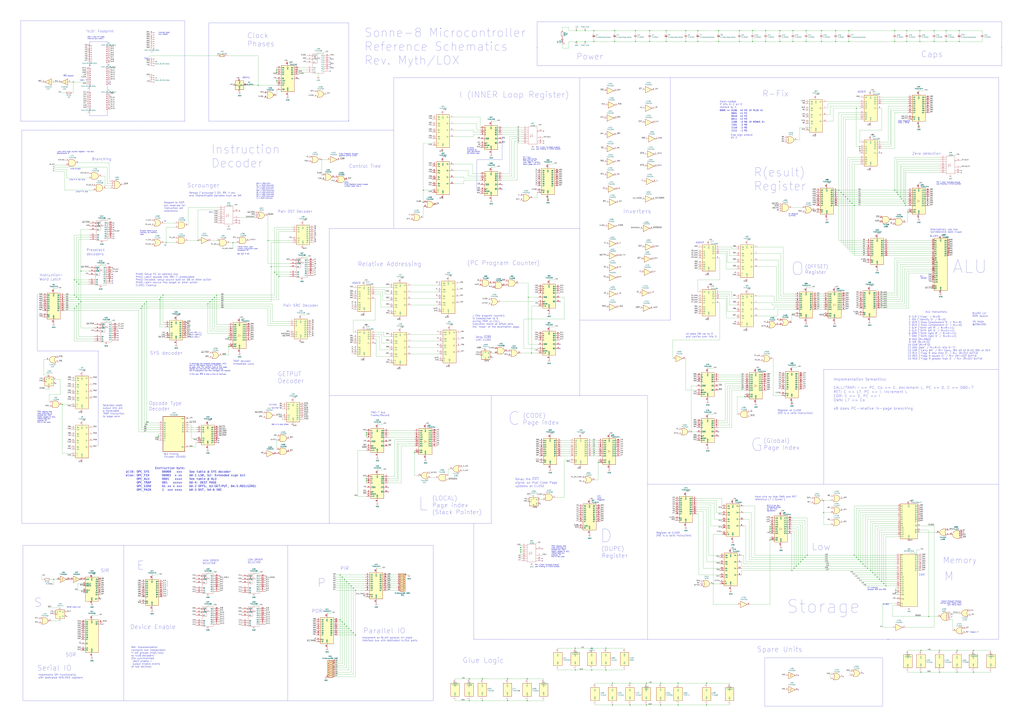
<source format=kicad_sch>
(kicad_sch (version 20231120) (generator "eeschema") (generator_version "8.0")
  (paper "A0")
  (title_block (title "Sonne-8 Micro-Controller") (date "2024-10-14") (rev "Myth") (company "Contact: mim@ok-schalter.de") (comment 1 "Author: Michael Mangelsdorf") (comment 2 "Project homepage: https://github.com/Dosflange/Myth") (comment 3 "Rev. Step LOX (\"Frozen 100\")"))
  (lib_symbols
    (symbol "4xxx:4002" (pin_names (offset 1.016))
      (property "Reference" "U" (at 0 1.27 0))
      (property "Value" "4002" (at 0 -1.27 0))
      (symbol "4002_1_1"
        (pin output inverted (at 7.62 0 180) (length 3.81) (name "~") (number "1"))
        (pin input line (at -7.62 3.81 0) (length 3.81) (name "~") (number "2"))
        (pin input line (at -7.62 1.27 0) (length 4.826) (name "~") (number "3"))
        (pin input line (at -7.62 -1.27 0) (length 4.826) (name "~") (number "4"))
        (pin input line (at -7.62 -3.81 0) (length 3.81) (name "~") (number "5"))
      )
      (symbol "4002_1_2"
        (pin output line (at 7.62 0 180) (length 3.81) (name "~") (number "1"))
        (pin input inverted (at -7.62 3.81 0) (length 3.81) (name "~") (number "2"))
        (pin input inverted (at -7.62 1.27 0) (length 3.81) (name "~") (number "3"))
        (pin input inverted (at -7.62 -1.27 0) (length 3.81) (name "~") (number "4"))
        (pin input inverted (at -7.62 -3.81 0) (length 3.81) (name "~") (number "5"))
      )
      (symbol "4002_2_1"
        (pin input line (at -7.62 1.27 0) (length 4.826) (name "~") (number "10"))
        (pin input line (at -7.62 -1.27 0) (length 4.826) (name "~") (number "11"))
        (pin input line (at -7.62 -3.81 0) (length 3.81) (name "~") (number "12"))
        (pin output inverted (at 7.62 0 180) (length 3.81) (name "~") (number "13"))
        (pin input line (at -7.62 3.81 0) (length 3.81) (name "~") (number "9"))
      )
      (symbol "4002_2_2"
        (pin input inverted (at -7.62 1.27 0) (length 3.81) (name "~") (number "10"))
        (pin input inverted (at -7.62 -1.27 0) (length 3.81) (name "~") (number "11"))
        (pin input inverted (at -7.62 -3.81 0) (length 3.81) (name "~") (number "12"))
        (pin output line (at 7.62 0 180) (length 3.81) (name "~") (number "13"))
        (pin input inverted (at -7.62 3.81 0) (length 3.81) (name "~") (number "9"))
      )
      (symbol "4002_3_0"
        (pin power_in line (at 0 12.7 270) (length 5.08) (name "VDD") (number "14"))
        (pin power_in line (at 0 -12.7 90) (length 5.08) (name "VSS") (number "7"))
      )
    )
    (symbol "4xxx:4075" (pin_names (offset 1.016))
      (property "Reference" "U" (at 0 1.27 0))
      (property "Value" "4075" (at 0 -1.27 0))
      (symbol "4075_1_1"
        (pin input line (at -7.62 2.54 0) (length 4.318) (name "~") (number "1"))
        (pin input line (at -7.62 0 0) (length 4.953) (name "~") (number "2"))
        (pin input line (at -7.62 -2.54 0) (length 4.318) (name "~") (number "8"))
        (pin output line (at 7.62 0 180) (length 3.81) (name "~") (number "9"))
      )
      (symbol "4075_1_2"
        (pin input inverted (at -7.62 2.54 0) (length 3.81) (name "~") (number "1"))
        (pin input inverted (at -7.62 0 0) (length 3.81) (name "~") (number "2"))
        (pin input inverted (at -7.62 -2.54 0) (length 3.81) (name "~") (number "8"))
        (pin output inverted (at 7.62 0 180) (length 3.81) (name "~") (number "9"))
      )
      (symbol "4075_2_1"
        (pin input line (at -7.62 2.54 0) (length 4.318) (name "~") (number "3"))
        (pin input line (at -7.62 0 0) (length 4.953) (name "~") (number "4"))
        (pin input line (at -7.62 -2.54 0) (length 4.318) (name "~") (number "5"))
        (pin output line (at 7.62 0 180) (length 3.81) (name "~") (number "6"))
      )
      (symbol "4075_2_2"
        (pin input inverted (at -7.62 2.54 0) (length 3.81) (name "~") (number "3"))
        (pin input inverted (at -7.62 0 0) (length 3.81) (name "~") (number "4"))
        (pin input inverted (at -7.62 -2.54 0) (length 3.81) (name "~") (number "5"))
        (pin output inverted (at 7.62 0 180) (length 3.81) (name "~") (number "6"))
      )
      (symbol "4075_3_1"
        (pin output line (at 7.62 0 180) (length 3.81) (name "~") (number "10"))
        (pin input line (at -7.62 2.54 0) (length 4.318) (name "~") (number "11"))
        (pin input line (at -7.62 0 0) (length 4.953) (name "~") (number "12"))
        (pin input line (at -7.62 -2.54 0) (length 4.318) (name "~") (number "13"))
      )
      (symbol "4075_3_2"
        (pin output inverted (at 7.62 0 180) (length 3.81) (name "~") (number "10"))
        (pin input inverted (at -7.62 2.54 0) (length 3.81) (name "~") (number "11"))
        (pin input inverted (at -7.62 0 0) (length 3.81) (name "~") (number "12"))
        (pin input inverted (at -7.62 -2.54 0) (length 3.81) (name "~") (number "13"))
      )
      (symbol "4075_4_0"
        (pin power_in line (at 0 12.7 270) (length 5.08) (name "VDD") (number "14"))
        (pin power_in line (at 0 -12.7 90) (length 5.08) (name "VSS") (number "7"))
      )
    )
    (symbol "4xxx_IEEE:4078" (pin_names (offset 0.762))
      (property "Reference" "U" (at 8.89 11.43 0))
      (property "Value" "4078" (at 6.35 -11.43 0))
      (symbol "4078_0_0"
        (text "1" (at 0 0 0) (effects (font (size 2.54 2.54))))
        (pin power_in line (at 0 11.43 270) (length 1) hide (name "Vdd") (number "14"))
        (pin power_in line (at 0 -11.43 90) (length 1) hide (name "Vss") (number "7"))
      )
      (symbol "4078_1_1"
        (pin output line (at 12.7 -2.54 180) (length 7.62) (name "~") (number "1"))
        (pin input line (at -12.7 -3.81 0) (length 7.62) (name "~") (number "10"))
        (pin input line (at -12.7 -6.35 0) (length 7.62) (name "~") (number "11"))
        (pin input line (at -12.7 -8.89 0) (length 7.62) (name "~") (number "12"))
        (pin output inverted (at 12.7 5.08 180) (length 7.62) (name "~") (number "13"))
        (pin input line (at -12.7 8.89 0) (length 7.62) (name "~") (number "2"))
        (pin input line (at -12.7 6.35 0) (length 7.62) (name "~") (number "3"))
        (pin input line (at -12.7 3.81 0) (length 7.62) (name "~") (number "4"))
        (pin input line (at -12.7 1.27 0) (length 7.62) (name "~") (number "5"))
        (pin free line (at 12.7 -8.89 180) (length 7.62) (name "~") (number "6"))
        (pin free line (at 12.7 -6.35 180) (length 7.62) (name "~") (number "8"))
        (pin input line (at -12.7 -1.27 0) (length 7.62) (name "~") (number "9"))
      )
    )
    (symbol "74xx:74AHC04"
      (property "Reference" "U" (at 0 1.27 0))
      (property "Value" "74AHC04" (at 0 -1.27 0))
      (symbol "74AHC04_1_0"
        (pin input line (at -7.62 0 0) (length 3.81) (name "~") (number "1"))
        (pin output inverted (at 7.62 0 180) (length 3.81) (name "~") (number "2"))
      )
      (symbol "74AHC04_2_0"
        (pin input line (at -7.62 0 0) (length 3.81) (name "~") (number "3"))
        (pin output inverted (at 7.62 0 180) (length 3.81) (name "~") (number "4"))
      )
      (symbol "74AHC04_3_0"
        (pin input line (at -7.62 0 0) (length 3.81) (name "~") (number "5"))
        (pin output inverted (at 7.62 0 180) (length 3.81) (name "~") (number "6"))
      )
      (symbol "74AHC04_4_0"
        (pin output inverted (at 7.62 0 180) (length 3.81) (name "~") (number "8"))
        (pin input line (at -7.62 0 0) (length 3.81) (name "~") (number "9"))
      )
      (symbol "74AHC04_5_0"
        (pin output inverted (at 7.62 0 180) (length 3.81) (name "~") (number "10"))
        (pin input line (at -7.62 0 0) (length 3.81) (name "~") (number "11"))
      )
      (symbol "74AHC04_6_0"
        (pin output inverted (at 7.62 0 180) (length 3.81) (name "~") (number "12"))
        (pin input line (at -7.62 0 0) (length 3.81) (name "~") (number "13"))
      )
      (symbol "74AHC04_7_0"
        (pin power_in line (at 0 12.7 270) (length 5.08) (name "VCC") (number "14"))
        (pin power_in line (at 0 -12.7 90) (length 5.08) (name "GND") (number "7"))
      )
    )
    (symbol "74xx:74AHC244"
      (property "Reference" "U" (at -7.62 16.51 0))
      (property "Value" "74AHC244" (at -7.62 -16.51 0))
      (symbol "74AHC244_1_0"
        (pin input inverted (at -12.7 -10.16 0) (length 5.08) (name "1OE") (number "1"))
        (pin power_in line (at 0 -20.32 90) (length 5.08) (name "GND") (number "10"))
        (pin input line (at -12.7 -5.08 0) (length 5.08) (name "2A3") (number "11"))
        (pin tri_state line (at 12.7 5.08 180) (length 5.08) (name "1Y3") (number "12"))
        (pin input line (at -12.7 -2.54 0) (length 5.08) (name "2A2") (number "13"))
        (pin tri_state line (at 12.7 7.62 180) (length 5.08) (name "1Y2") (number "14"))
        (pin input line (at -12.7 0 0) (length 5.08) (name "2A1") (number "15"))
        (pin tri_state line (at 12.7 10.16 180) (length 5.08) (name "1Y1") (number "16"))
        (pin input line (at -12.7 2.54 0) (length 5.08) (name "2A0") (number "17"))
        (pin tri_state line (at 12.7 12.7 180) (length 5.08) (name "1Y0") (number "18"))
        (pin input inverted (at -12.7 -12.7 0) (length 5.08) (name "2OE") (number "19"))
        (pin input line (at -12.7 12.7 0) (length 5.08) (name "1A0") (number "2"))
        (pin power_in line (at 0 20.32 270) (length 5.08) (name "VCC") (number "20"))
        (pin tri_state line (at 12.7 2.54 180) (length 5.08) (name "2Y0") (number "3"))
        (pin input line (at -12.7 10.16 0) (length 5.08) (name "1A1") (number "4"))
        (pin tri_state line (at 12.7 0 180) (length 5.08) (name "2Y1") (number "5"))
        (pin input line (at -12.7 7.62 0) (length 5.08) (name "1A2") (number "6"))
        (pin tri_state line (at 12.7 -2.54 180) (length 5.08) (name "2Y2") (number "7"))
        (pin input line (at -12.7 5.08 0) (length 5.08) (name "1A3") (number "8"))
        (pin tri_state line (at 12.7 -5.08 180) (length 5.08) (name "2Y3") (number "9"))
      )
    )
    (symbol "74xx:74HC00" (pin_names (offset 1.016))
      (property "Reference" "U" (at 0 1.27 0))
      (property "Value" "74HC00" (at 0 -1.27 0))
      (symbol "74HC00_1_1"
        (pin input line (at -7.62 2.54 0) (length 3.81) (name "~") (number "1"))
        (pin input line (at -7.62 -2.54 0) (length 3.81) (name "~") (number "2"))
        (pin output inverted (at 7.62 0 180) (length 3.81) (name "~") (number "3"))
      )
      (symbol "74HC00_1_2"
        (pin input inverted (at -7.62 2.54 0) (length 4.318) (name "~") (number "1"))
        (pin input inverted (at -7.62 -2.54 0) (length 4.318) (name "~") (number "2"))
        (pin output line (at 7.62 0 180) (length 3.81) (name "~") (number "3"))
      )
      (symbol "74HC00_2_1"
        (pin input line (at -7.62 2.54 0) (length 3.81) (name "~") (number "4"))
        (pin input line (at -7.62 -2.54 0) (length 3.81) (name "~") (number "5"))
        (pin output inverted (at 7.62 0 180) (length 3.81) (name "~") (number "6"))
      )
      (symbol "74HC00_2_2"
        (pin input inverted (at -7.62 2.54 0) (length 4.318) (name "~") (number "4"))
        (pin input inverted (at -7.62 -2.54 0) (length 4.318) (name "~") (number "5"))
        (pin output line (at 7.62 0 180) (length 3.81) (name "~") (number "6"))
      )
      (symbol "74HC00_3_1"
        (pin input line (at -7.62 -2.54 0) (length 3.81) (name "~") (number "10"))
        (pin output inverted (at 7.62 0 180) (length 3.81) (name "~") (number "8"))
        (pin input line (at -7.62 2.54 0) (length 3.81) (name "~") (number "9"))
      )
      (symbol "74HC00_3_2"
        (pin input inverted (at -7.62 -2.54 0) (length 4.318) (name "~") (number "10"))
        (pin output line (at 7.62 0 180) (length 3.81) (name "~") (number "8"))
        (pin input inverted (at -7.62 2.54 0) (length 4.318) (name "~") (number "9"))
      )
      (symbol "74HC00_4_1"
        (pin output inverted (at 7.62 0 180) (length 3.81) (name "~") (number "11"))
        (pin input line (at -7.62 2.54 0) (length 3.81) (name "~") (number "12"))
        (pin input line (at -7.62 -2.54 0) (length 3.81) (name "~") (number "13"))
      )
      (symbol "74HC00_4_2"
        (pin output line (at 7.62 0 180) (length 3.81) (name "~") (number "11"))
        (pin input inverted (at -7.62 2.54 0) (length 4.318) (name "~") (number "12"))
        (pin input inverted (at -7.62 -2.54 0) (length 4.318) (name "~") (number "13"))
      )
      (symbol "74HC00_5_0"
        (pin power_in line (at 0 12.7 270) (length 5.08) (name "VCC") (number "14"))
        (pin power_in line (at 0 -12.7 90) (length 5.08) (name "GND") (number "7"))
      )
    )
    (symbol "74xx:74HC02" (pin_names (offset 1.016))
      (property "Reference" "U" (at 0 1.27 0))
      (property "Value" "74HC02" (at 0 -1.27 0))
      (symbol "74HC02_1_1"
        (pin output inverted (at 7.62 0 180) (length 3.81) (name "~") (number "1"))
        (pin input line (at -7.62 2.54 0) (length 4.318) (name "~") (number "2"))
        (pin input line (at -7.62 -2.54 0) (length 4.318) (name "~") (number "3"))
      )
      (symbol "74HC02_1_2"
        (pin output line (at 7.62 0 180) (length 3.81) (name "~") (number "1"))
        (pin input inverted (at -7.62 2.54 0) (length 3.81) (name "~") (number "2"))
        (pin input inverted (at -7.62 -2.54 0) (length 3.81) (name "~") (number "3"))
      )
      (symbol "74HC02_2_1"
        (pin output inverted (at 7.62 0 180) (length 3.81) (name "~") (number "4"))
        (pin input line (at -7.62 2.54 0) (length 4.318) (name "~") (number "5"))
        (pin input line (at -7.62 -2.54 0) (length 4.318) (name "~") (number "6"))
      )
      (symbol "74HC02_2_2"
        (pin output line (at 7.62 0 180) (length 3.81) (name "~") (number "4"))
        (pin input inverted (at -7.62 2.54 0) (length 3.81) (name "~") (number "5"))
        (pin input inverted (at -7.62 -2.54 0) (length 3.81) (name "~") (number "6"))
      )
      (symbol "74HC02_3_1"
        (pin output inverted (at 7.62 0 180) (length 3.81) (name "~") (number "10"))
        (pin input line (at -7.62 2.54 0) (length 4.318) (name "~") (number "8"))
        (pin input line (at -7.62 -2.54 0) (length 4.318) (name "~") (number "9"))
      )
      (symbol "74HC02_3_2"
        (pin output line (at 7.62 0 180) (length 3.81) (name "~") (number "10"))
        (pin input inverted (at -7.62 2.54 0) (length 3.81) (name "~") (number "8"))
        (pin input inverted (at -7.62 -2.54 0) (length 3.81) (name "~") (number "9"))
      )
      (symbol "74HC02_4_1"
        (pin input line (at -7.62 2.54 0) (length 4.318) (name "~") (number "11"))
        (pin input line (at -7.62 -2.54 0) (length 4.318) (name "~") (number "12"))
        (pin output inverted (at 7.62 0 180) (length 3.81) (name "~") (number "13"))
      )
      (symbol "74HC02_4_2"
        (pin input inverted (at -7.62 2.54 0) (length 3.81) (name "~") (number "11"))
        (pin input inverted (at -7.62 -2.54 0) (length 3.81) (name "~") (number "12"))
        (pin output line (at 7.62 0 180) (length 3.81) (name "~") (number "13"))
      )
      (symbol "74HC02_5_0"
        (pin power_in line (at 0 12.7 270) (length 5.08) (name "VCC") (number "14"))
        (pin power_in line (at 0 -12.7 90) (length 5.08) (name "GND") (number "7"))
      )
    )
    (symbol "74xx:74HC04"
      (property "Reference" "U" (at 0 1.27 0))
      (property "Value" "74HC04" (at 0 -1.27 0))
      (symbol "74HC04_1_0"
        (pin input line (at -7.62 0 0) (length 3.81) (name "~") (number "1"))
        (pin output inverted (at 7.62 0 180) (length 3.81) (name "~") (number "2"))
      )
      (symbol "74HC04_2_0"
        (pin input line (at -7.62 0 0) (length 3.81) (name "~") (number "3"))
        (pin output inverted (at 7.62 0 180) (length 3.81) (name "~") (number "4"))
      )
      (symbol "74HC04_3_0"
        (pin input line (at -7.62 0 0) (length 3.81) (name "~") (number "5"))
        (pin output inverted (at 7.62 0 180) (length 3.81) (name "~") (number "6"))
      )
      (symbol "74HC04_4_0"
        (pin output inverted (at 7.62 0 180) (length 3.81) (name "~") (number "8"))
        (pin input line (at -7.62 0 0) (length 3.81) (name "~") (number "9"))
      )
      (symbol "74HC04_5_0"
        (pin output inverted (at 7.62 0 180) (length 3.81) (name "~") (number "10"))
        (pin input line (at -7.62 0 0) (length 3.81) (name "~") (number "11"))
      )
      (symbol "74HC04_6_0"
        (pin output inverted (at 7.62 0 180) (length 3.81) (name "~") (number "12"))
        (pin input line (at -7.62 0 0) (length 3.81) (name "~") (number "13"))
      )
      (symbol "74HC04_7_0"
        (pin power_in line (at 0 12.7 270) (length 5.08) (name "VCC") (number "14"))
        (pin power_in line (at 0 -12.7 90) (length 5.08) (name "GND") (number "7"))
      )
    )
    (symbol "74xx:74HC14" (pin_names (offset 1.016))
      (property "Reference" "U" (at 0 1.27 0))
      (property "Value" "74HC14" (at 0 -1.27 0))
      (symbol "74HC14_1_0"
        (pin input line (at -7.62 0 0) (length 3.81) (name "~") (number "1"))
        (pin output inverted (at 7.62 0 180) (length 3.81) (name "~") (number "2"))
      )
      (symbol "74HC14_2_0"
        (pin input line (at -7.62 0 0) (length 3.81) (name "~") (number "3"))
        (pin output inverted (at 7.62 0 180) (length 3.81) (name "~") (number "4"))
      )
      (symbol "74HC14_3_0"
        (pin input line (at -7.62 0 0) (length 3.81) (name "~") (number "5"))
        (pin output inverted (at 7.62 0 180) (length 3.81) (name "~") (number "6"))
      )
      (symbol "74HC14_4_0"
        (pin output inverted (at 7.62 0 180) (length 3.81) (name "~") (number "8"))
        (pin input line (at -7.62 0 0) (length 3.81) (name "~") (number "9"))
      )
      (symbol "74HC14_5_0"
        (pin output inverted (at 7.62 0 180) (length 3.81) (name "~") (number "10"))
        (pin input line (at -7.62 0 0) (length 3.81) (name "~") (number "11"))
      )
      (symbol "74HC14_6_0"
        (pin output inverted (at 7.62 0 180) (length 3.81) (name "~") (number "12"))
        (pin input line (at -7.62 0 0) (length 3.81) (name "~") (number "13"))
      )
      (symbol "74HC14_7_0"
        (pin power_in line (at 0 12.7 270) (length 5.08) (name "VCC") (number "14"))
        (pin power_in line (at 0 -12.7 90) (length 5.08) (name "GND") (number "7"))
      )
    )
    (symbol "74xx:74HC165"
      (property "Reference" "U" (at -7.62 19.05 0))
      (property "Value" "74HC165" (at -7.62 -21.59 0))
      (symbol "74HC165_1_0"
        (pin input line (at -12.7 -10.16 0) (length 5.08) (name "~{PL}") (number "1"))
        (pin input line (at -12.7 15.24 0) (length 5.08) (name "DS") (number "10"))
        (pin input line (at -12.7 12.7 0) (length 5.08) (name "D0") (number "11"))
        (pin input line (at -12.7 10.16 0) (length 5.08) (name "D1") (number "12"))
        (pin input line (at -12.7 7.62 0) (length 5.08) (name "D2") (number "13"))
        (pin input line (at -12.7 5.08 0) (length 5.08) (name "D3") (number "14"))
        (pin input line (at -12.7 -17.78 0) (length 5.08) (name "~{CE}") (number "15"))
        (pin power_in line (at 0 22.86 270) (length 5.08) (name "VCC") (number "16"))
        (pin input line (at -12.7 -15.24 0) (length 5.08) (name "CP") (number "2"))
        (pin input line (at -12.7 2.54 0) (length 5.08) (name "D4") (number "3"))
        (pin input line (at -12.7 0 0) (length 5.08) (name "D5") (number "4"))
        (pin input line (at -12.7 -2.54 0) (length 5.08) (name "D6") (number "5"))
        (pin input line (at -12.7 -5.08 0) (length 5.08) (name "D7") (number "6"))
        (pin output line (at 12.7 12.7 180) (length 5.08) (name "~{Q7}") (number "7"))
        (pin power_in line (at 0 -25.4 90) (length 5.08) (name "GND") (number "8"))
        (pin output line (at 12.7 15.24 180) (length 5.08) (name "Q7") (number "9"))
      )
    )
    (symbol "74xx:74HC273"
      (property "Reference" "U" (at -7.62 16.51 0))
      (property "Value" "74HC273" (at -7.62 -16.51 0))
      (symbol "74HC273_1_0"
        (pin input line (at -12.7 -12.7 0) (length 5.08) (name "~{Mr}") (number "1"))
        (pin power_in line (at 0 -20.32 90) (length 5.08) (name "GND") (number "10"))
        (pin input clock (at -12.7 -10.16 0) (length 5.08) (name "Cp") (number "11"))
        (pin output line (at 12.7 2.54 180) (length 5.08) (name "Q4") (number "12"))
        (pin input line (at -12.7 2.54 0) (length 5.08) (name "D4") (number "13"))
        (pin input line (at -12.7 0 0) (length 5.08) (name "D5") (number "14"))
        (pin output line (at 12.7 0 180) (length 5.08) (name "Q5") (number "15"))
        (pin output line (at 12.7 -2.54 180) (length 5.08) (name "Q6") (number "16"))
        (pin input line (at -12.7 -2.54 0) (length 5.08) (name "D6") (number "17"))
        (pin input line (at -12.7 -5.08 0) (length 5.08) (name "D7") (number "18"))
        (pin output line (at 12.7 -5.08 180) (length 5.08) (name "Q7") (number "19"))
        (pin output line (at 12.7 12.7 180) (length 5.08) (name "Q0") (number "2"))
        (pin power_in line (at 0 20.32 270) (length 5.08) (name "VCC") (number "20"))
        (pin input line (at -12.7 12.7 0) (length 5.08) (name "D0") (number "3"))
        (pin input line (at -12.7 10.16 0) (length 5.08) (name "D1") (number "4"))
        (pin output line (at 12.7 10.16 180) (length 5.08) (name "Q1") (number "5"))
        (pin output line (at 12.7 7.62 180) (length 5.08) (name "Q2") (number "6"))
        (pin input line (at -12.7 7.62 0) (length 5.08) (name "D2") (number "7"))
        (pin input line (at -12.7 5.08 0) (length 5.08) (name "D3") (number "8"))
        (pin output line (at 12.7 5.08 180) (length 5.08) (name "Q3") (number "9"))
      )
    )
    (symbol "74xx:74HC595"
      (property "Reference" "U" (at -7.62 13.97 0))
      (property "Value" "74HC595" (at -7.62 -16.51 0))
      (symbol "74HC595_1_0"
        (pin tri_state line (at 10.16 7.62 180) (length 2.54) (name "QB") (number "1"))
        (pin input line (at -10.16 2.54 0) (length 2.54) (name "~{SRCLR}") (number "10"))
        (pin input line (at -10.16 5.08 0) (length 2.54) (name "SRCLK") (number "11"))
        (pin input line (at -10.16 -2.54 0) (length 2.54) (name "RCLK") (number "12"))
        (pin input line (at -10.16 -5.08 0) (length 2.54) (name "~{OE}") (number "13"))
        (pin input line (at -10.16 10.16 0) (length 2.54) (name "SER") (number "14"))
        (pin tri_state line (at 10.16 10.16 180) (length 2.54) (name "QA") (number "15"))
        (pin power_in line (at 0 15.24 270) (length 2.54) (name "VCC") (number "16"))
        (pin tri_state line (at 10.16 5.08 180) (length 2.54) (name "QC") (number "2"))
        (pin tri_state line (at 10.16 2.54 180) (length 2.54) (name "QD") (number "3"))
        (pin tri_state line (at 10.16 0 180) (length 2.54) (name "QE") (number "4"))
        (pin tri_state line (at 10.16 -2.54 180) (length 2.54) (name "QF") (number "5"))
        (pin tri_state line (at 10.16 -5.08 180) (length 2.54) (name "QG") (number "6"))
        (pin tri_state line (at 10.16 -7.62 180) (length 2.54) (name "QH") (number "7"))
        (pin power_in line (at 0 -17.78 90) (length 2.54) (name "GND") (number "8"))
        (pin output line (at 10.16 -12.7 180) (length 2.54) (name "QH'") (number "9"))
      )
    )
    (symbol "74xx:74HC74" (pin_names (offset 1.016))
      (property "Reference" "U" (at -7.62 8.89 0))
      (property "Value" "74HC74" (at -7.62 -8.89 0))
      (symbol "74HC74_1_0"
        (pin input line (at 0 -7.62 90) (length 2.54) (name "~{R}") (number "1"))
        (pin input line (at -7.62 2.54 0) (length 2.54) (name "D") (number "2"))
        (pin input clock (at -7.62 0 0) (length 2.54) (name "C") (number "3"))
        (pin input line (at 0 7.62 270) (length 2.54) (name "~{S}") (number "4"))
        (pin output line (at 7.62 2.54 180) (length 2.54) (name "Q") (number "5"))
        (pin output line (at 7.62 -2.54 180) (length 2.54) (name "~{Q}") (number "6"))
      )
      (symbol "74HC74_2_0"
        (pin input line (at 0 7.62 270) (length 2.54) (name "~{S}") (number "10"))
        (pin input clock (at -7.62 0 0) (length 2.54) (name "C") (number "11"))
        (pin input line (at -7.62 2.54 0) (length 2.54) (name "D") (number "12"))
        (pin input line (at 0 -7.62 90) (length 2.54) (name "~{R}") (number "13"))
        (pin output line (at 7.62 -2.54 180) (length 2.54) (name "~{Q}") (number "8"))
        (pin output line (at 7.62 2.54 180) (length 2.54) (name "Q") (number "9"))
      )
      (symbol "74HC74_3_0"
        (pin power_in line (at 0 10.16 270) (length 2.54) (name "VCC") (number "14"))
        (pin power_in line (at 0 -10.16 90) (length 2.54) (name "GND") (number "7"))
      )
    )
    (symbol "74xx:74LS02" (pin_names (offset 1.016))
      (property "Reference" "U" (at 0 1.27 0))
      (property "Value" "74LS02" (at 0 -1.27 0))
      (symbol "74LS02_1_1"
        (pin output inverted (at 7.62 0 180) (length 3.81) (name "~") (number "1"))
        (pin input line (at -7.62 2.54 0) (length 4.318) (name "~") (number "2"))
        (pin input line (at -7.62 -2.54 0) (length 4.318) (name "~") (number "3"))
      )
      (symbol "74LS02_1_2"
        (pin output line (at 7.62 0 180) (length 3.81) (name "~") (number "1"))
        (pin input inverted (at -7.62 2.54 0) (length 3.81) (name "~") (number "2"))
        (pin input inverted (at -7.62 -2.54 0) (length 3.81) (name "~") (number "3"))
      )
      (symbol "74LS02_2_1"
        (pin output inverted (at 7.62 0 180) (length 3.81) (name "~") (number "4"))
        (pin input line (at -7.62 2.54 0) (length 4.318) (name "~") (number "5"))
        (pin input line (at -7.62 -2.54 0) (length 4.318) (name "~") (number "6"))
      )
      (symbol "74LS02_2_2"
        (pin output line (at 7.62 0 180) (length 3.81) (name "~") (number "4"))
        (pin input inverted (at -7.62 2.54 0) (length 3.81) (name "~") (number "5"))
        (pin input inverted (at -7.62 -2.54 0) (length 3.81) (name "~") (number "6"))
      )
      (symbol "74LS02_3_1"
        (pin output inverted (at 7.62 0 180) (length 3.81) (name "~") (number "10"))
        (pin input line (at -7.62 2.54 0) (length 4.318) (name "~") (number "8"))
        (pin input line (at -7.62 -2.54 0) (length 4.318) (name "~") (number "9"))
      )
      (symbol "74LS02_3_2"
        (pin output line (at 7.62 0 180) (length 3.81) (name "~") (number "10"))
        (pin input inverted (at -7.62 2.54 0) (length 3.81) (name "~") (number "8"))
        (pin input inverted (at -7.62 -2.54 0) (length 3.81) (name "~") (number "9"))
      )
      (symbol "74LS02_4_1"
        (pin input line (at -7.62 2.54 0) (length 4.318) (name "~") (number "11"))
        (pin input line (at -7.62 -2.54 0) (length 4.318) (name "~") (number "12"))
        (pin output inverted (at 7.62 0 180) (length 3.81) (name "~") (number "13"))
      )
      (symbol "74LS02_4_2"
        (pin input inverted (at -7.62 2.54 0) (length 3.81) (name "~") (number "11"))
        (pin input inverted (at -7.62 -2.54 0) (length 3.81) (name "~") (number "12"))
        (pin output line (at 7.62 0 180) (length 3.81) (name "~") (number "13"))
      )
      (symbol "74LS02_5_0"
        (pin power_in line (at 0 12.7 270) (length 5.08) (name "VCC") (number "14"))
        (pin power_in line (at 0 -12.7 90) (length 5.08) (name "GND") (number "7"))
      )
    )
    (symbol "74xx:74LS08" (pin_names (offset 1.016))
      (property "Reference" "U" (at 0 1.27 0))
      (property "Value" "74LS08" (at 0 -1.27 0))
      (symbol "74LS08_1_1"
        (pin input line (at -7.62 2.54 0) (length 3.81) (name "~") (number "1"))
        (pin input line (at -7.62 -2.54 0) (length 3.81) (name "~") (number "2"))
        (pin output line (at 7.62 0 180) (length 3.81) (name "~") (number "3"))
      )
      (symbol "74LS08_1_2"
        (pin input inverted (at -7.62 2.54 0) (length 4.318) (name "~") (number "1"))
        (pin input inverted (at -7.62 -2.54 0) (length 4.318) (name "~") (number "2"))
        (pin output inverted (at 7.62 0 180) (length 3.81) (name "~") (number "3"))
      )
      (symbol "74LS08_2_1"
        (pin input line (at -7.62 2.54 0) (length 3.81) (name "~") (number "4"))
        (pin input line (at -7.62 -2.54 0) (length 3.81) (name "~") (number "5"))
        (pin output line (at 7.62 0 180) (length 3.81) (name "~") (number "6"))
      )
      (symbol "74LS08_2_2"
        (pin input inverted (at -7.62 2.54 0) (length 4.318) (name "~") (number "4"))
        (pin input inverted (at -7.62 -2.54 0) (length 4.318) (name "~") (number "5"))
        (pin output inverted (at 7.62 0 180) (length 3.81) (name "~") (number "6"))
      )
      (symbol "74LS08_3_1"
        (pin input line (at -7.62 -2.54 0) (length 3.81) (name "~") (number "10"))
        (pin output line (at 7.62 0 180) (length 3.81) (name "~") (number "8"))
        (pin input line (at -7.62 2.54 0) (length 3.81) (name "~") (number "9"))
      )
      (symbol "74LS08_3_2"
        (pin input inverted (at -7.62 -2.54 0) (length 4.318) (name "~") (number "10"))
        (pin output inverted (at 7.62 0 180) (length 3.81) (name "~") (number "8"))
        (pin input inverted (at -7.62 2.54 0) (length 4.318) (name "~") (number "9"))
      )
      (symbol "74LS08_4_1"
        (pin output line (at 7.62 0 180) (length 3.81) (name "~") (number "11"))
        (pin input line (at -7.62 2.54 0) (length 3.81) (name "~") (number "12"))
        (pin input line (at -7.62 -2.54 0) (length 3.81) (name "~") (number "13"))
      )
      (symbol "74LS08_4_2"
        (pin output inverted (at 7.62 0 180) (length 3.81) (name "~") (number "11"))
        (pin input inverted (at -7.62 2.54 0) (length 4.318) (name "~") (number "12"))
        (pin input inverted (at -7.62 -2.54 0) (length 4.318) (name "~") (number "13"))
      )
      (symbol "74LS08_5_0"
        (pin power_in line (at 0 12.7 270) (length 5.08) (name "VCC") (number "14"))
        (pin power_in line (at 0 -12.7 90) (length 5.08) (name "GND") (number "7"))
      )
    )
    (symbol "74xx:74LS138" (pin_names (offset 1.016))
      (property "Reference" "U" (at -7.62 11.43 0))
      (property "Value" "74LS138" (at -7.62 -13.97 0))
      (symbol "74LS138_1_0"
        (pin input line (at -12.7 7.62 0) (length 5.08) (name "A0") (number "1"))
        (pin output output_low (at 12.7 -5.08 180) (length 5.08) (name "O5") (number "10"))
        (pin output output_low (at 12.7 -2.54 180) (length 5.08) (name "O4") (number "11"))
        (pin output output_low (at 12.7 0 180) (length 5.08) (name "O3") (number "12"))
        (pin output output_low (at 12.7 2.54 180) (length 5.08) (name "O2") (number "13"))
        (pin output output_low (at 12.7 5.08 180) (length 5.08) (name "O1") (number "14"))
        (pin output output_low (at 12.7 7.62 180) (length 5.08) (name "O0") (number "15"))
        (pin power_in line (at 0 15.24 270) (length 5.08) (name "VCC") (number "16"))
        (pin input line (at -12.7 5.08 0) (length 5.08) (name "A1") (number "2"))
        (pin input line (at -12.7 2.54 0) (length 5.08) (name "A2") (number "3"))
        (pin input input_low (at -12.7 -10.16 0) (length 5.08) (name "E1") (number "4"))
        (pin input input_low (at -12.7 -7.62 0) (length 5.08) (name "E2") (number "5"))
        (pin input line (at -12.7 -5.08 0) (length 5.08) (name "E3") (number "6"))
        (pin output output_low (at 12.7 -10.16 180) (length 5.08) (name "O7") (number "7"))
        (pin power_in line (at 0 -17.78 90) (length 5.08) (name "GND") (number "8"))
        (pin output output_low (at 12.7 -7.62 180) (length 5.08) (name "O6") (number "9"))
      )
    )
    (symbol "74xx:74LS157" (pin_names (offset 1.016))
      (property "Reference" "U" (at -7.62 19.05 0))
      (property "Value" "74LS157" (at -7.62 -21.59 0))
      (symbol "74LS157_1_0"
        (pin input line (at -12.7 -15.24 0) (length 5.08) (name "S") (number "1"))
        (pin input line (at -12.7 -2.54 0) (length 5.08) (name "I1c") (number "10"))
        (pin input line (at -12.7 0 0) (length 5.08) (name "I0c") (number "11"))
        (pin output line (at 12.7 -7.62 180) (length 5.08) (name "Zd") (number "12"))
        (pin input line (at -12.7 -10.16 0) (length 5.08) (name "I1d") (number "13"))
        (pin input line (at -12.7 -7.62 0) (length 5.08) (name "I0d") (number "14"))
        (pin input inverted (at -12.7 -17.78 0) (length 5.08) (name "E") (number "15"))
        (pin power_in line (at 0 22.86 270) (length 5.08) (name "VCC") (number "16"))
        (pin input line (at -12.7 15.24 0) (length 5.08) (name "I0a") (number "2"))
        (pin input line (at -12.7 12.7 0) (length 5.08) (name "I1a") (number "3"))
        (pin output line (at 12.7 15.24 180) (length 5.08) (name "Za") (number "4"))
        (pin input line (at -12.7 7.62 0) (length 5.08) (name "I0b") (number "5"))
        (pin input line (at -12.7 5.08 0) (length 5.08) (name "I1b") (number "6"))
        (pin output line (at 12.7 7.62 180) (length 5.08) (name "Zb") (number "7"))
        (pin power_in line (at 0 -25.4 90) (length 5.08) (name "GND") (number "8"))
        (pin output line (at 12.7 0 180) (length 5.08) (name "Zc") (number "9"))
      )
    )
    (symbol "74xx:74LS163" (pin_names (offset 1.016))
      (property "Reference" "U" (at -7.62 16.51 0))
      (property "Value" "74LS163" (at -7.62 -16.51 0))
      (symbol "74LS163_1_0"
        (pin input line (at -12.7 -12.7 0) (length 5.08) (name "~{MR}") (number "1"))
        (pin input line (at -12.7 -5.08 0) (length 5.08) (name "CET") (number "10"))
        (pin output line (at 12.7 5.08 180) (length 5.08) (name "Q3") (number "11"))
        (pin output line (at 12.7 7.62 180) (length 5.08) (name "Q2") (number "12"))
        (pin output line (at 12.7 10.16 180) (length 5.08) (name "Q1") (number "13"))
        (pin output line (at 12.7 12.7 180) (length 5.08) (name "Q0") (number "14"))
        (pin output line (at 12.7 0 180) (length 5.08) (name "TC") (number "15"))
        (pin power_in line (at 0 20.32 270) (length 5.08) (name "VCC") (number "16"))
        (pin input line (at -12.7 -7.62 0) (length 5.08) (name "CP") (number "2"))
        (pin input line (at -12.7 12.7 0) (length 5.08) (name "D0") (number "3"))
        (pin input line (at -12.7 10.16 0) (length 5.08) (name "D1") (number "4"))
        (pin input line (at -12.7 7.62 0) (length 5.08) (name "D2") (number "5"))
        (pin input line (at -12.7 5.08 0) (length 5.08) (name "D3") (number "6"))
        (pin input line (at -12.7 -2.54 0) (length 5.08) (name "CEP") (number "7"))
        (pin power_in line (at 0 -20.32 90) (length 5.08) (name "GND") (number "8"))
        (pin input line (at -12.7 0 0) (length 5.08) (name "~{PE}") (number "9"))
      )
    )
    (symbol "74xx:74LS193"
      (property "Reference" "U" (at -7.62 13.97 0))
      (property "Value" "74LS193" (at 5.08 13.97 0))
      (symbol "74LS193_1_0"
        (pin input line (at -12.7 7.62 0) (length 5.08) (name "B") (number "1"))
        (pin input line (at -12.7 5.08 0) (length 5.08) (name "C") (number "10"))
        (pin input line (at -12.7 -2.54 0) (length 5.08) (name "~{LOAD}") (number "11"))
        (pin output line (at 12.7 -2.54 180) (length 5.08) (name "~{CO}") (number "12"))
        (pin output line (at 12.7 -7.62 180) (length 5.08) (name "~{BO}") (number "13"))
        (pin input line (at -12.7 -12.7 0) (length 5.08) (name "CLR") (number "14"))
        (pin input line (at -12.7 10.16 0) (length 5.08) (name "A") (number "15"))
        (pin power_in line (at 0 17.78 270) (length 5.08) (name "VCC") (number "16"))
        (pin output line (at 12.7 7.62 180) (length 5.08) (name "QB") (number "2"))
        (pin output line (at 12.7 10.16 180) (length 5.08) (name "QA") (number "3"))
        (pin input clock (at -12.7 -10.16 0) (length 5.08) (name "DOWN") (number "4"))
        (pin input clock (at -12.7 -7.62 0) (length 5.08) (name "UP") (number "5"))
        (pin output line (at 12.7 5.08 180) (length 5.08) (name "QC") (number "6"))
        (pin output line (at 12.7 2.54 180) (length 5.08) (name "QD") (number "7"))
        (pin power_in line (at 0 -20.32 90) (length 5.08) (name "GND") (number "8"))
        (pin input line (at -12.7 2.54 0) (length 5.08) (name "D") (number "9"))
      )
    )
    (symbol "74xx:74LS21" (pin_names (offset 1.016))
      (property "Reference" "U" (at 0 1.27 0))
      (property "Value" "74LS21" (at 0 -1.27 0))
      (symbol "74LS21_1_1"
        (pin input line (at -7.62 3.81 0) (length 3.81) (name "~") (number "1"))
        (pin input line (at -7.62 1.27 0) (length 3.81) (name "~") (number "2"))
        (pin input line (at -7.62 -1.27 0) (length 3.81) (name "~") (number "4"))
        (pin input line (at -7.62 -3.81 0) (length 3.81) (name "~") (number "5"))
        (pin output line (at 7.62 0 180) (length 3.81) (name "~") (number "6"))
      )
      (symbol "74LS21_1_2"
        (pin input inverted (at -7.62 3.81 0) (length 3.81) (name "~") (number "1"))
        (pin input inverted (at -7.62 1.27 0) (length 4.826) (name "~") (number "2"))
        (pin input inverted (at -7.62 -1.27 0) (length 4.826) (name "~") (number "4"))
        (pin input inverted (at -7.62 -3.81 0) (length 3.81) (name "~") (number "5"))
        (pin output inverted (at 7.62 0 180) (length 3.81) (name "~") (number "6"))
      )
      (symbol "74LS21_2_1"
        (pin input line (at -7.62 1.27 0) (length 3.81) (name "~") (number "10"))
        (pin input line (at -7.62 -1.27 0) (length 3.81) (name "~") (number "12"))
        (pin input line (at -7.62 -3.81 0) (length 3.81) (name "~") (number "13"))
        (pin output line (at 7.62 0 180) (length 3.81) (name "~") (number "8"))
        (pin input line (at -7.62 3.81 0) (length 3.81) (name "~") (number "9"))
      )
      (symbol "74LS21_2_2"
        (pin input inverted (at -7.62 1.27 0) (length 4.826) (name "~") (number "10"))
        (pin input inverted (at -7.62 -1.27 0) (length 4.826) (name "~") (number "12"))
        (pin input inverted (at -7.62 -3.81 0) (length 3.81) (name "~") (number "13"))
        (pin output inverted (at 7.62 0 180) (length 3.81) (name "~") (number "8"))
        (pin input inverted (at -7.62 3.81 0) (length 3.81) (name "~") (number "9"))
      )
      (symbol "74LS21_3_0"
        (pin power_in line (at 0 12.7 270) (length 5.08) (name "VCC") (number "14"))
        (pin power_in line (at 0 -12.7 90) (length 5.08) (name "GND") (number "7"))
      )
    )
    (symbol "74xx:74LS257" (pin_names (offset 1.016))
      (property "Reference" "U" (at -7.62 19.05 0))
      (property "Value" "74LS257" (at -7.62 -21.59 0))
      (symbol "74LS257_1_0"
        (pin input line (at -12.7 -15.24 0) (length 5.08) (name "S") (number "1"))
        (pin input line (at -12.7 -10.16 0) (length 5.08) (name "I1d") (number "10"))
        (pin input line (at -12.7 -7.62 0) (length 5.08) (name "I0d") (number "11"))
        (pin tri_state line (at 12.7 0 180) (length 5.08) (name "Zc") (number "12"))
        (pin input line (at -12.7 -2.54 0) (length 5.08) (name "I1c") (number "13"))
        (pin input line (at -12.7 0 0) (length 5.08) (name "I0c") (number "14"))
        (pin input inverted (at -12.7 -17.78 0) (length 5.08) (name "OE") (number "15"))
        (pin power_in line (at 0 22.86 270) (length 5.08) (name "VCC") (number "16"))
        (pin input line (at -12.7 15.24 0) (length 5.08) (name "I0a") (number "2"))
        (pin input line (at -12.7 12.7 0) (length 5.08) (name "I1a") (number "3"))
        (pin tri_state line (at 12.7 15.24 180) (length 5.08) (name "Za") (number "4"))
        (pin input line (at -12.7 7.62 0) (length 5.08) (name "I0b") (number "5"))
        (pin input line (at -12.7 5.08 0) (length 5.08) (name "I1b") (number "6"))
        (pin tri_state line (at 12.7 7.62 180) (length 5.08) (name "Zb") (number "7"))
        (pin power_in line (at 0 -25.4 90) (length 5.08) (name "GND") (number "8"))
        (pin tri_state line (at 12.7 -7.62 180) (length 5.08) (name "Zd") (number "9"))
      )
    )
    (symbol "74xx:74LS283" (pin_names (offset 1.016))
      (property "Reference" "U" (at -7.62 16.51 0))
      (property "Value" "74LS283" (at -7.62 -16.51 0))
      (symbol "74LS283_1_0"
        (pin output line (at 12.7 10.16 180) (length 5.08) (name "S2") (number "1"))
        (pin output line (at 12.7 5.08 180) (length 5.08) (name "S4") (number "10"))
        (pin input line (at -12.7 -12.7 0) (length 5.08) (name "B4") (number "11"))
        (pin input line (at -12.7 0 0) (length 5.08) (name "A4") (number "12"))
        (pin output line (at 12.7 7.62 180) (length 5.08) (name "S3") (number "13"))
        (pin input line (at -12.7 2.54 0) (length 5.08) (name "A3") (number "14"))
        (pin input line (at -12.7 -10.16 0) (length 5.08) (name "B3") (number "15"))
        (pin power_in line (at 0 20.32 270) (length 5.08) (name "VCC") (number "16"))
        (pin input line (at -12.7 -7.62 0) (length 5.08) (name "B2") (number "2"))
        (pin input line (at -12.7 5.08 0) (length 5.08) (name "A2") (number "3"))
        (pin output line (at 12.7 12.7 180) (length 5.08) (name "S1") (number "4"))
        (pin input line (at -12.7 7.62 0) (length 5.08) (name "A1") (number "5"))
        (pin input line (at -12.7 -5.08 0) (length 5.08) (name "B1") (number "6"))
        (pin input line (at -12.7 12.7 0) (length 5.08) (name "C0") (number "7"))
        (pin power_in line (at 0 -20.32 90) (length 5.08) (name "GND") (number "8"))
        (pin output line (at 12.7 0 180) (length 5.08) (name "C4") (number "9"))
      )
    )
    (symbol "74xx:74LS32" (pin_names (offset 1.016))
      (property "Reference" "U" (at 0 1.27 0))
      (property "Value" "74LS32" (at 0 -1.27 0))
      (symbol "74LS32_1_1"
        (pin input line (at -7.62 2.54 0) (length 4.318) (name "~") (number "1"))
        (pin input line (at -7.62 -2.54 0) (length 4.318) (name "~") (number "2"))
        (pin output line (at 7.62 0 180) (length 3.81) (name "~") (number "3"))
      )
      (symbol "74LS32_1_2"
        (pin input inverted (at -7.62 2.54 0) (length 3.81) (name "~") (number "1"))
        (pin input inverted (at -7.62 -2.54 0) (length 3.81) (name "~") (number "2"))
        (pin output inverted (at 7.62 0 180) (length 3.81) (name "~") (number "3"))
      )
      (symbol "74LS32_2_1"
        (pin input line (at -7.62 2.54 0) (length 4.318) (name "~") (number "4"))
        (pin input line (at -7.62 -2.54 0) (length 4.318) (name "~") (number "5"))
        (pin output line (at 7.62 0 180) (length 3.81) (name "~") (number "6"))
      )
      (symbol "74LS32_2_2"
        (pin input inverted (at -7.62 2.54 0) (length 3.81) (name "~") (number "4"))
        (pin input inverted (at -7.62 -2.54 0) (length 3.81) (name "~") (number "5"))
        (pin output inverted (at 7.62 0 180) (length 3.81) (name "~") (number "6"))
      )
      (symbol "74LS32_3_1"
        (pin input line (at -7.62 -2.54 0) (length 4.318) (name "~") (number "10"))
        (pin output line (at 7.62 0 180) (length 3.81) (name "~") (number "8"))
        (pin input line (at -7.62 2.54 0) (length 4.318) (name "~") (number "9"))
      )
      (symbol "74LS32_3_2"
        (pin input inverted (at -7.62 -2.54 0) (length 3.81) (name "~") (number "10"))
        (pin output inverted (at 7.62 0 180) (length 3.81) (name "~") (number "8"))
        (pin input inverted (at -7.62 2.54 0) (length 3.81) (name "~") (number "9"))
      )
      (symbol "74LS32_4_1"
        (pin output line (at 7.62 0 180) (length 3.81) (name "~") (number "11"))
        (pin input line (at -7.62 2.54 0) (length 4.318) (name "~") (number "12"))
        (pin input line (at -7.62 -2.54 0) (length 4.318) (name "~") (number "13"))
      )
      (symbol "74LS32_4_2"
        (pin output inverted (at 7.62 0 180) (length 3.81) (name "~") (number "11"))
        (pin input inverted (at -7.62 2.54 0) (length 3.81) (name "~") (number "12"))
        (pin input inverted (at -7.62 -2.54 0) (length 3.81) (name "~") (number "13"))
      )
      (symbol "74LS32_5_0"
        (pin power_in line (at 0 12.7 270) (length 5.08) (name "VCC") (number "14"))
        (pin power_in line (at 0 -12.7 90) (length 5.08) (name "GND") (number "7"))
      )
    )
    (symbol "74xx:74LS573" (pin_names (offset 1.016))
      (property "Reference" "U" (at -7.62 16.51 0))
      (property "Value" "74LS573" (at -7.62 -16.51 0))
      (symbol "74LS573_1_0"
        (pin input inverted (at -12.7 -12.7 0) (length 5.08) (name "OE") (number "1"))
        (pin power_in line (at 0 -20.32 90) (length 5.08) (name "GND") (number "10"))
        (pin input line (at -12.7 -10.16 0) (length 5.08) (name "Load") (number "11"))
        (pin tri_state line (at 12.7 -5.08 180) (length 5.08) (name "Q7") (number "12"))
        (pin tri_state line (at 12.7 -2.54 180) (length 5.08) (name "Q6") (number "13"))
        (pin tri_state line (at 12.7 0 180) (length 5.08) (name "Q5") (number "14"))
        (pin tri_state line (at 12.7 2.54 180) (length 5.08) (name "Q4") (number "15"))
        (pin tri_state line (at 12.7 5.08 180) (length 5.08) (name "Q3") (number "16"))
        (pin tri_state line (at 12.7 7.62 180) (length 5.08) (name "Q2") (number "17"))
        (pin tri_state line (at 12.7 10.16 180) (length 5.08) (name "Q1") (number "18"))
        (pin tri_state line (at 12.7 12.7 180) (length 5.08) (name "Q0") (number "19"))
        (pin input line (at -12.7 12.7 0) (length 5.08) (name "D0") (number "2"))
        (pin power_in line (at 0 20.32 270) (length 5.08) (name "VCC") (number "20"))
        (pin input line (at -12.7 10.16 0) (length 5.08) (name "D1") (number "3"))
        (pin input line (at -12.7 7.62 0) (length 5.08) (name "D2") (number "4"))
        (pin input line (at -12.7 5.08 0) (length 5.08) (name "D3") (number "5"))
        (pin input line (at -12.7 2.54 0) (length 5.08) (name "D4") (number "6"))
        (pin input line (at -12.7 0 0) (length 5.08) (name "D5") (number "7"))
        (pin input line (at -12.7 -2.54 0) (length 5.08) (name "D6") (number "8"))
        (pin input line (at -12.7 -5.08 0) (length 5.08) (name "D7") (number "9"))
      )
    )
    (symbol "74xx:74LS574" (pin_names (offset 1.016))
      (property "Reference" "U" (at -7.62 16.51 0))
      (property "Value" "74LS574" (at -7.62 -16.51 0))
      (symbol "74LS574_1_0"
        (pin input inverted (at -12.7 -12.7 0) (length 5.08) (name "OE") (number "1"))
        (pin power_in line (at 0 -20.32 90) (length 5.08) (name "GND") (number "10"))
        (pin input clock (at -12.7 -10.16 0) (length 5.08) (name "Cp") (number "11"))
        (pin tri_state line (at 12.7 -5.08 180) (length 5.08) (name "Q7") (number "12"))
        (pin tri_state line (at 12.7 -2.54 180) (length 5.08) (name "Q6") (number "13"))
        (pin tri_state line (at 12.7 0 180) (length 5.08) (name "Q5") (number "14"))
        (pin tri_state line (at 12.7 2.54 180) (length 5.08) (name "Q4") (number "15"))
        (pin tri_state line (at 12.7 5.08 180) (length 5.08) (name "Q3") (number "16"))
        (pin tri_state line (at 12.7 7.62 180) (length 5.08) (name "Q2") (number "17"))
        (pin tri_state line (at 12.7 10.16 180) (length 5.08) (name "Q1") (number "18"))
        (pin tri_state line (at 12.7 12.7 180) (length 5.08) (name "Q0") (number "19"))
        (pin input line (at -12.7 12.7 0) (length 5.08) (name "D0") (number "2"))
        (pin power_in line (at 0 20.32 270) (length 5.08) (name "VCC") (number "20"))
        (pin input line (at -12.7 10.16 0) (length 5.08) (name "D1") (number "3"))
        (pin input line (at -12.7 7.62 0) (length 5.08) (name "D2") (number "4"))
        (pin input line (at -12.7 5.08 0) (length 5.08) (name "D3") (number "5"))
        (pin input line (at -12.7 2.54 0) (length 5.08) (name "D4") (number "6"))
        (pin input line (at -12.7 0 0) (length 5.08) (name "D5") (number "7"))
        (pin input line (at -12.7 -2.54 0) (length 5.08) (name "D6") (number "8"))
        (pin input line (at -12.7 -5.08 0) (length 5.08) (name "D7") (number "9"))
      )
    )
    (symbol "74xx_IEEE:74HC238" (pin_names (offset 0.762))
      (property "Reference" "U" (at 3.81 8.89 0))
      (property "Value" "74HC238" (at 8.89 -16.51 0))
      (symbol "74HC238_0_0"
        (text "&" (at -3.81 3.556 0) (effects (font (size 1.524 1.524))))
        (text "EN" (at 0.508 2.032 0) (effects (font (size 1.524 1.524))))
        (pin power_in line (at 0 7.62 270) (length 0) hide (name "VCC") (number "16"))
      )
      (symbol "74HC238_1_1"
        (pin input line (at -13.97 -8.89 0) (length 7.62) (name "A0") (number "1"))
        (pin output line (at 13.97 -7.62 180) (length 7.62) (name "Y5") (number "10"))
        (pin output line (at 13.97 -5.08 180) (length 7.62) (name "Y4") (number "11"))
        (pin output line (at 13.97 -2.54 180) (length 7.62) (name "Y3") (number "12"))
        (pin output line (at 13.97 0 180) (length 7.62) (name "Y2") (number "13"))
        (pin output line (at 13.97 2.54 180) (length 7.62) (name "Y1") (number "14"))
        (pin output line (at 13.97 5.08 180) (length 7.62) (name "Y0") (number "15"))
        (pin input line (at -13.97 -11.43 0) (length 7.62) (name "A1") (number "2"))
        (pin input line (at -13.97 -13.97 0) (length 7.62) (name "A2") (number "3"))
        (pin input inverted (at -13.97 5.08 0) (length 7.62) (name "~{G2A}") (number "4"))
        (pin input inverted (at -13.97 1.27 0) (length 7.62) (name "~{G2B}") (number "5"))
        (pin input line (at -13.97 -2.54 0) (length 7.62) (name "G1") (number "6"))
        (pin output line (at 13.97 -12.7 180) (length 7.62) (name "Y7") (number "7"))
        (pin power_in line (at 0 -15.24 90) (length 0) hide (name "GND") (number "8"))
        (pin output line (at 13.97 -10.16 180) (length 7.62) (name "Y6") (number "9"))
      )
    )
    (symbol "CD4532BE:CD4532BE" (pin_names (offset 1.016))
      (property "Reference" "U" (at -12.7 21.32 0))
      (property "Value" "CD4532BE" (at -12.7 -24.32 0))
      (symbol "CD4532BE_0_0"
        (pin input line (at -17.78 2.54 0) (length 5.08) (name "D4") (number "1"))
        (pin input line (at -17.78 12.7 0) (length 5.08) (name "D0") (number "10"))
        (pin input line (at -17.78 10.16 0) (length 5.08) (name "D1") (number "11"))
        (pin input line (at -17.78 7.62 0) (length 5.08) (name "D2") (number "12"))
        (pin input line (at -17.78 5.08 0) (length 5.08) (name "D3") (number "13"))
        (pin output line (at 17.78 10.16 180) (length 5.08) (name "GS") (number "14"))
        (pin output line (at 17.78 12.7 180) (length 5.08) (name "E0") (number "15"))
        (pin power_in line (at 17.78 17.78 180) (length 5.08) (name "VDD") (number "16"))
        (pin input line (at -17.78 0 0) (length 5.08) (name "D5") (number "2"))
        (pin input line (at -17.78 -2.54 0) (length 5.08) (name "D6") (number "3"))
        (pin input line (at -17.78 -5.08 0) (length 5.08) (name "D7") (number "4"))
        (pin input line (at -17.78 -7.62 0) (length 5.08) (name "EI") (number "5"))
        (pin output line (at 17.78 2.54 180) (length 5.08) (name "Q2") (number "6"))
        (pin output line (at 17.78 5.08 180) (length 5.08) (name "Q1") (number "7"))
        (pin power_in line (at 17.78 -15.24 180) (length 5.08) (name "VSS") (number "8"))
        (pin output line (at 17.78 7.62 180) (length 5.08) (name "Q0") (number "9"))
      )
    )
    (symbol "Connector:Conn_01x04_Male" (pin_names (offset 1.016) hide)
      (property "Reference" "J" (at 0 5.08 0))
      (property "Value" "Conn_01x04_Male" (at 0 -7.62 0))
      (symbol "Conn_01x04_Male_1_1"
        (pin passive line (at 5.08 2.54 180) (length 3.81) (name "Pin_1") (number "1"))
        (pin passive line (at 5.08 0 180) (length 3.81) (name "Pin_2") (number "2"))
        (pin passive line (at 5.08 -2.54 180) (length 3.81) (name "Pin_3") (number "3"))
        (pin passive line (at 5.08 -5.08 180) (length 3.81) (name "Pin_4") (number "4"))
      )
    )
    (symbol "Connector:Conn_01x08_Male" (pin_names (offset 1.016) hide)
      (property "Reference" "J" (at 0 10.16 0))
      (property "Value" "Conn_01x08_Male" (at 0 -12.7 0))
      (symbol "Conn_01x08_Male_1_1"
        (pin passive line (at 5.08 7.62 180) (length 3.81) (name "Pin_1") (number "1"))
        (pin passive line (at 5.08 5.08 180) (length 3.81) (name "Pin_2") (number "2"))
        (pin passive line (at 5.08 2.54 180) (length 3.81) (name "Pin_3") (number "3"))
        (pin passive line (at 5.08 0 180) (length 3.81) (name "Pin_4") (number "4"))
        (pin passive line (at 5.08 -2.54 180) (length 3.81) (name "Pin_5") (number "5"))
        (pin passive line (at 5.08 -5.08 180) (length 3.81) (name "Pin_6") (number "6"))
        (pin passive line (at 5.08 -7.62 180) (length 3.81) (name "Pin_7") (number "7"))
        (pin passive line (at 5.08 -10.16 180) (length 3.81) (name "Pin_8") (number "8"))
      )
    )
    (symbol "Connector_Generic:Conn_02x01" (pin_names (offset 1.016) hide)
      (property "Reference" "J" (at 1.27 2.54 0))
      (property "Value" "Conn_02x01" (at 1.27 -2.54 0))
      (symbol "Conn_02x01_1_1"
        (pin passive line (at -5.08 0 0) (length 3.81) (name "Pin_1") (number "1"))
        (pin passive line (at 7.62 0 180) (length 3.81) (name "Pin_2") (number "2"))
      )
    )
    (symbol "Device:C_Polarized_Small" (pin_numbers hide) (pin_names (offset 0.254) hide)
      (property "Reference" "C" (at 0.254 1.778 0))
      (property "Value" "C_Polarized_Small" (at 0.254 -2.032 0))
      (symbol "C_Polarized_Small_1_1"
        (pin passive line (at 0 2.54 270) (length 1.8542) (name "~") (number "1"))
        (pin passive line (at 0 -2.54 90) (length 1.8542) (name "~") (number "2"))
      )
    )
    (symbol "Device:C_Small" (pin_numbers hide) (pin_names (offset 0.254) hide)
      (property "Reference" "C" (at 0.254 1.778 0))
      (property "Value" "C_Small" (at 0.254 -2.032 0))
      (symbol "C_Small_1_1"
        (pin passive line (at 0 2.54 270) (length 2.032) (name "~") (number "1"))
        (pin passive line (at 0 -2.54 90) (length 2.032) (name "~") (number "2"))
      )
    )
    (symbol "Device:LED" (pin_numbers hide) (pin_names (offset 1.016) hide)
      (property "Reference" "D" (at 0 2.54 0))
      (property "Value" "LED" (at 0 -2.54 0))
      (symbol "LED_1_1"
        (pin passive line (at -3.81 0 0) (length 2.54) (name "K") (number "1"))
        (pin passive line (at 3.81 0 180) (length 2.54) (name "A") (number "2"))
      )
    )
    (symbol "Device:R" (pin_numbers hide) (pin_names (offset 0))
      (property "Reference" "R" (at 2.032 0 90))
      (property "Value" "R" (at 0 0 90))
      (symbol "R_1_1"
        (pin passive line (at 0 3.81 270) (length 1.27) (name "~") (number "1"))
        (pin passive line (at 0 -3.81 90) (length 1.27) (name "~") (number "2"))
      )
    )
    (symbol "Device:R_Network08" (pin_names (offset 0) hide)
      (property "Reference" "RN" (at -12.7 0 90))
      (property "Value" "R_Network08" (at 10.16 0 90))
      (symbol "R_Network08_1_1"
        (pin passive line (at -10.16 5.08 270) (length 2.54) (name "common") (number "1"))
        (pin passive line (at -10.16 -5.08 90) (length 1.27) (name "R1") (number "2"))
        (pin passive line (at -7.62 -5.08 90) (length 1.27) (name "R2") (number "3"))
        (pin passive line (at -5.08 -5.08 90) (length 1.27) (name "R3") (number "4"))
        (pin passive line (at -2.54 -5.08 90) (length 1.27) (name "R4") (number "5"))
        (pin passive line (at 0 -5.08 90) (length 1.27) (name "R5") (number "6"))
        (pin passive line (at 2.54 -5.08 90) (length 1.27) (name "R6") (number "7"))
        (pin passive line (at 5.08 -5.08 90) (length 1.27) (name "R7") (number "8"))
        (pin passive line (at 7.62 -5.08 90) (length 1.27) (name "R8") (number "9"))
      )
    )
    (symbol "Memory_EPROM:27C080"
      (property "Reference" "U" (at -7.62 31.75 0))
      (property "Value" "27C080" (at 2.54 -31.75 0))
      (symbol "27C080_1_1"
        (pin input line (at -10.16 -20.32 0) (length 2.54) (name "A19") (number "1"))
        (pin input line (at -10.16 22.86 0) (length 2.54) (name "A2") (number "10"))
        (pin input line (at -10.16 25.4 0) (length 2.54) (name "A1") (number "11"))
        (pin input line (at -10.16 27.94 0) (length 2.54) (name "A0") (number "12"))
        (pin tri_state line (at 10.16 27.94 180) (length 2.54) (name "D0") (number "13"))
        (pin tri_state line (at 10.16 25.4 180) (length 2.54) (name "D1") (number "14"))
        (pin tri_state line (at 10.16 22.86 180) (length 2.54) (name "D2") (number "15"))
        (pin power_in line (at 0 -33.02 90) (length 2.54) (name "GND") (number "16"))
        (pin tri_state line (at 10.16 20.32 180) (length 2.54) (name "D3") (number "17"))
        (pin tri_state line (at 10.16 17.78 180) (length 2.54) (name "D4") (number "18"))
        (pin tri_state line (at 10.16 15.24 180) (length 2.54) (name "D5") (number "19"))
        (pin input line (at -10.16 -12.7 0) (length 2.54) (name "A16") (number "2"))
        (pin tri_state line (at 10.16 12.7 180) (length 2.54) (name "D6") (number "20"))
        (pin tri_state line (at 10.16 10.16 180) (length 2.54) (name "D7") (number "21"))
        (pin input line (at -10.16 -25.4 0) (length 2.54) (name "~{CE}") (number "22"))
        (pin input line (at -10.16 2.54 0) (length 2.54) (name "A10") (number "23"))
        (pin input line (at -10.16 -27.94 0) (length 2.54) (name "~{OE}") (number "24"))
        (pin input line (at -10.16 0 0) (length 2.54) (name "A11") (number "25"))
        (pin input line (at -10.16 5.08 0) (length 2.54) (name "A9") (number "26"))
        (pin input line (at -10.16 7.62 0) (length 2.54) (name "A8") (number "27"))
        (pin input line (at -10.16 -5.08 0) (length 2.54) (name "A13") (number "28"))
        (pin input line (at -10.16 -7.62 0) (length 2.54) (name "A14") (number "29"))
        (pin input line (at -10.16 -10.16 0) (length 2.54) (name "A15") (number "3"))
        (pin input line (at -10.16 -15.24 0) (length 2.54) (name "A17") (number "30"))
        (pin input line (at -10.16 -17.78 0) (length 2.54) (name "A18") (number "31"))
        (pin power_in line (at 0 33.02 270) (length 2.54) (name "VCC") (number "32"))
        (pin input line (at -10.16 -2.54 0) (length 2.54) (name "A12") (number "4"))
        (pin input line (at -10.16 10.16 0) (length 2.54) (name "A7") (number "5"))
        (pin input line (at -10.16 12.7 0) (length 2.54) (name "A6") (number "6"))
        (pin input line (at -10.16 15.24 0) (length 2.54) (name "A5") (number "7"))
        (pin input line (at -10.16 17.78 0) (length 2.54) (name "A4") (number "8"))
        (pin input line (at -10.16 20.32 0) (length 2.54) (name "A3") (number "9"))
      )
    )
    (symbol "Memory_Flash:SST39SF040"
      (property "Reference" "U" (at 2.54 33.02 0))
      (property "Value" "SST39SF040" (at 0 -30.48 0))
      (symbol "SST39SF040_0_0"
        (pin power_in line (at 0 -30.48 90) (length 1.27) hide (name "GND") (number "16"))
        (pin power_in line (at 0 33.02 270) (length 1.27) hide (name "VCC") (number "32"))
      )
      (symbol "SST39SF040_1_1"
        (pin input line (at -15.24 -15.24 0) (length 5.08) (name "A18") (number "1"))
        (pin input line (at -15.24 25.4 0) (length 5.08) (name "A2") (number "10"))
        (pin input line (at -15.24 27.94 0) (length 5.08) (name "A1") (number "11"))
        (pin input line (at -15.24 30.48 0) (length 5.08) (name "A0") (number "12"))
        (pin tri_state line (at 15.24 30.48 180) (length 5.08) (name "D0") (number "13"))
        (pin tri_state line (at 15.24 27.94 180) (length 5.08) (name "D1") (number "14"))
        (pin tri_state line (at 15.24 25.4 180) (length 5.08) (name "D2") (number "15"))
        (pin tri_state line (at 15.24 22.86 180) (length 5.08) (name "D3") (number "17"))
        (pin tri_state line (at 15.24 20.32 180) (length 5.08) (name "D4") (number "18"))
        (pin tri_state line (at 15.24 17.78 180) (length 5.08) (name "D5") (number "19"))
        (pin input line (at -15.24 -10.16 0) (length 5.08) (name "A16") (number "2"))
        (pin tri_state line (at 15.24 15.24 180) (length 5.08) (name "D6") (number "20"))
        (pin tri_state line (at 15.24 12.7 180) (length 5.08) (name "D7") (number "21"))
        (pin input input_low (at -15.24 -25.4 0) (length 5.08) (name "CE") (number "22"))
        (pin input line (at -15.24 5.08 0) (length 5.08) (name "A10") (number "23"))
        (pin input input_low (at -15.24 -27.94 0) (length 5.08) (name "OE") (number "24"))
        (pin input line (at -15.24 2.54 0) (length 5.08) (name "A11") (number "25"))
        (pin input line (at -15.24 7.62 0) (length 5.08) (name "A9") (number "26"))
        (pin input line (at -15.24 10.16 0) (length 5.08) (name "A8") (number "27"))
        (pin input line (at -15.24 -2.54 0) (length 5.08) (name "A13") (number "28"))
        (pin input line (at -15.24 -5.08 0) (length 5.08) (name "A14") (number "29"))
        (pin input line (at -15.24 -7.62 0) (length 5.08) (name "A15") (number "3"))
        (pin input line (at -15.24 -12.7 0) (length 5.08) (name "A17") (number "30"))
        (pin input input_low (at -15.24 -20.32 0) (length 5.08) (name "PGM") (number "31"))
        (pin input line (at -15.24 0 0) (length 5.08) (name "A12") (number "4"))
        (pin input line (at -15.24 12.7 0) (length 5.08) (name "A7") (number "5"))
        (pin input line (at -15.24 15.24 0) (length 5.08) (name "A6") (number "6"))
        (pin input line (at -15.24 17.78 0) (length 5.08) (name "A5") (number "7"))
        (pin input line (at -15.24 20.32 0) (length 5.08) (name "A4") (number "8"))
        (pin input line (at -15.24 22.86 0) (length 5.08) (name "A3") (number "9"))
      )
    )
    (symbol "Memory_RAM:KM62256CLP"
      (property "Reference" "U" (at -10.16 20.955 0))
      (property "Value" "KM62256CLP" (at 2.54 20.955 0))
      (symbol "KM62256CLP_0_0"
        (pin power_in line (at 0 -22.86 90) (length 2.54) (name "GND") (number "14"))
        (pin power_in line (at 0 22.86 270) (length 2.54) (name "VCC") (number "28"))
      )
      (symbol "KM62256CLP_1_1"
        (pin input line (at -12.7 -17.78 0) (length 2.54) (name "A14") (number "1"))
        (pin input line (at -12.7 17.78 0) (length 2.54) (name "A0") (number "10"))
        (pin tri_state line (at 12.7 17.78 180) (length 2.54) (name "Q0") (number "11"))
        (pin tri_state line (at 12.7 15.24 180) (length 2.54) (name "Q1") (number "12"))
        (pin tri_state line (at 12.7 12.7 180) (length 2.54) (name "Q2") (number "13"))
        (pin tri_state line (at 12.7 10.16 180) (length 2.54) (name "Q3") (number "15"))
        (pin tri_state line (at 12.7 7.62 180) (length 2.54) (name "Q4") (number "16"))
        (pin tri_state line (at 12.7 5.08 180) (length 2.54) (name "Q5") (number "17"))
        (pin tri_state line (at 12.7 2.54 180) (length 2.54) (name "Q6") (number "18"))
        (pin tri_state line (at 12.7 0 180) (length 2.54) (name "Q7") (number "19"))
        (pin input line (at -12.7 -12.7 0) (length 2.54) (name "A12") (number "2"))
        (pin input line (at 12.7 -5.08 180) (length 2.54) (name "~{CS}") (number "20"))
        (pin input line (at -12.7 -7.62 0) (length 2.54) (name "A10") (number "21"))
        (pin input line (at 12.7 -10.16 180) (length 2.54) (name "~{OE}") (number "22"))
        (pin input line (at -12.7 -10.16 0) (length 2.54) (name "A11") (number "23"))
        (pin input line (at -12.7 -5.08 0) (length 2.54) (name "A9") (number "24"))
        (pin input line (at -12.7 -2.54 0) (length 2.54) (name "A8") (number "25"))
        (pin input line (at -12.7 -15.24 0) (length 2.54) (name "A13") (number "26"))
        (pin input line (at 12.7 -12.7 180) (length 2.54) (name "~{WE}") (number "27"))
        (pin input line (at -12.7 0 0) (length 2.54) (name "A7") (number "3"))
        (pin input line (at -12.7 2.54 0) (length 2.54) (name "A6") (number "4"))
        (pin input line (at -12.7 5.08 0) (length 2.54) (name "A5") (number "5"))
        (pin input line (at -12.7 7.62 0) (length 2.54) (name "A4") (number "6"))
        (pin input line (at -12.7 10.16 0) (length 2.54) (name "A3") (number "7"))
        (pin input line (at -12.7 12.7 0) (length 2.54) (name "A2") (number "8"))
        (pin input line (at -12.7 15.24 0) (length 2.54) (name "A1") (number "9"))
      )
    )
    (symbol "Oscillator:CXO_DIP14" (pin_names (offset 0.254))
      (property "Reference" "X" (at -5.08 6.35 0))
      (property "Value" "CXO_DIP14" (at 1.27 -6.35 0))
      (symbol "CXO_DIP14_1_1"
        (pin input line (at -7.62 0 0) (length 2.54) (name "EN") (number "1"))
        (pin power_in line (at 0 7.62 270) (length 2.54) (name "Vcc") (number "14"))
        (pin power_in line (at 0 -7.62 90) (length 2.54) (name "GND") (number "7"))
        (pin output line (at 7.62 0 180) (length 2.54) (name "OUT") (number "8"))
      )
    )
    (symbol "power:+5V" (power) (pin_names (offset 0))
      (property "Value" "+5V" (at 0 3.556 0))
      (symbol "+5V_1_1"
        (pin power_in line (at 0 0 90) (length 0) hide (name "+5V") (number "1"))
      )
    )
    (symbol "power:GND" (power) (pin_names (offset 0))
      (property "Value" "GND" (at 0 -3.81 0))
      (symbol "GND_1_1"
        (pin power_in line (at 0 0 270) (length 0) hide (name "GND") (number "1"))
      )
    )
    (symbol "power:PWR_FLAG" (power) (pin_numbers hide) (pin_names (offset 0) hide)
      (property "Value" "PWR_FLAG" (at 0 3.81 0))
      (symbol "PWR_FLAG_0_0"
        (pin power_out line (at 0 0 90) (length 0) (name "pwr") (number "1"))
      )
    )
  )
  (junction (at 241.3 353.06))
  (junction (at 991.87 238.76))
  (junction (at 604.52 641.35))
  (junction (at 889 35.56))
  (junction (at 956.31 595.63))
  (junction (at 405.13 678.18))
  (junction (at 858.52 35.56))
  (junction (at 1054.1 246.38))
  (junction (at 737.87 48.26))
  (junction (at 93.98 314.96))
  (junction (at 873.76 48.26))
  (junction (at 999.49 652.78))
  (junction (at 924.56 657.86))
  (junction (at 731.52 793.75))
  (junction (at 72.39 469.9))
  (junction (at 1130.3 781.05))
  (junction (at 617.22 410.21))
  (junction (at 894.08 612.14))
  (junction (at 185.42 347.98))
  (junction (at 425.45 558.8))
  (junction (at 186.69 345.44))
  (junction (at 1026.16 678.18))
  (junction (at 62.23 673.1))
  (junction (at 810.26 35.56))
  (junction (at 170.18 350.52))
  (junction (at 974.09 220.98))
  (junction (at 889 48.26))
  (junction (at 834.39 35.56))
  (junction (at 750.57 819.15))
  (junction (at 981.71 228.6))
  (junction (at 754.38 35.56))
  (junction (at 265.43 392.43))
  (junction (at 1068.07 48.26))
  (junction (at 927.1 655.32))
  (junction (at 491.49 234.95))
  (junction (at 668.02 778.51))
  (junction (at 1042.67 226.06))
  (junction (at 687.07 778.51))
  (junction (at 1018.54 670.56))
  (junction (at 589.28 814.07))
  (junction (at 767.08 819.15))
  (junction (at 920.75 48.26))
  (junction (at 998.22 175.26))
  (junction (at 986.79 233.68))
  (junction (at 934.72 647.7))
  (junction (at 929.64 652.78))
  (junction (at 1013.46 665.48))
  (junction (at 894.08 617.22))
  (junction (at 612.14 788.67))
  (junction (at 985.52 48.26))
  (junction (at 796.29 48.26))
  (junction (at 1050.29 236.22))
  (junction (at 873.76 35.56))
  (junction (at 713.74 48.26))
  (junction (at 193.04 281.94))
  (junction (at 810.26 48.26))
  (junction (at 1069.34 781.05))
  (junction (at 1023.62 675.64))
  (junction (at 773.43 48.26))
  (junction (at 976.63 223.52))
  (junction (at 243.84 350.52))
  (junction (at 737.87 35.56))
  (junction (at 1049.02 233.68))
  (junction (at 787.4 793.75))
  (junction (at 93.98 350.52))
  (junction (at 689.61 48.26))
  (junction (at 1069.34 755.65))
  (junction (at 894.08 614.68))
  (junction (at 1066.8 146.05))
  (junction (at 311.15 279.4))
  (junction (at 412.75 737.87))
  (junction (at 189.23 342.9))
  (junction (at 1111.25 755.65))
  (junction (at 687.07 753.11))
  (junction (at 560.07 814.07))
  (junction (at 397.51 670.56))
  (junction (at 314.96 309.88))
  (junction (at 88.9 327.66))
  (junction (at 985.52 35.56))
  (junction (at 1068.07 35.56))
  (junction (at 989.33 236.22))
  (junction (at 400.05 725.17))
  (junction (at 86.36 342.9))
  (junction (at 1007.11 660.4))
  (junction (at 1040.13 685.8))
  (junction (at 91.44 347.98))
  (junction (at 996.95 650.24))
  (junction (at 318.77 316.23))
  (junction (at 905.51 35.56))
  (junction (at 1111.25 781.05))
  (junction (at 1021.08 673.1))
  (junction (at 773.43 35.56))
  (junction (at 679.45 35.56))
  (junction (at 1090.93 781.05))
  (junction (at 970.28 48.26))
  (junction (at 1051.56 238.76))
  (junction (at 1038.86 35.56))
  (junction (at 481.33 525.78))
  (junction (at 604.52 636.27))
  (junction (at 694.69 537.21))
  (junction (at 668.02 753.11))
  (junction (at 425.45 556.26))
  (junction (at 425.45 505.46))
  (junction (at 407.67 732.79))
  (junction (at 979.17 226.06))
  (junction (at 491.49 220.98))
  (junction (at 184.15 506.73))
  (junction (at 1041.4 223.52))
  (junction (at 412.75 685.8))
  (junction (at 265.43 402.59))
  (junction (at 932.18 650.24))
  (junction (at 86.36 358.14))
  (junction (at 1052.83 48.26))
  (junction (at 1130.3 755.65))
  (junction (at 88.9 345.44))
  (junction (at 604.52 638.81))
  (junction (at 787.4 819.15))
  (junction (at 163.83 358.14))
  (junction (at 994.41 125.73))
  (junction (at 1028.7 680.72))
  (junction (at 1084.58 48.26))
  (junction (at 767.08 793.75))
  (junction (at 1078.23 716.28))
  (junction (at 970.28 35.56))
  (junction (at 713.74 35.56))
  (junction (at 1113.79 35.56))
  (junction (at 820.42 819.15))
  (junction (at 410.21 735.33))
  (junction (at 1090.93 755.65))
  (junction (at 394.97 668.02))
  (junction (at 1002.03 655.32))
  (junction (at 394.97 720.09))
  (junction (at 1004.57 657.86))
  (junction (at 937.26 645.16))
  (junction (at 1098.55 48.26))
  (junction (at 397.51 722.63))
  (junction (at 820.42 793.75))
  (junction (at 1113.79 48.26))
  (junction (at 560.07 788.67))
  (junction (at 407.67 680.72))
  (junction (at 402.59 675.64))
  (junction (at 679.45 48.26))
  (junction (at 589.28 788.67))
  (junction (at 400.05 673.1))
  (junction (at 894.08 627.38))
  (junction (at 410.21 683.26))
  (junction (at 636.27 231.14))
  (junction (at 754.38 48.26))
  (junction (at 91.44 330.2))
  (junction (at 669.29 35.56))
  (junction (at 323.85 321.31))
  (junction (at 229.87 279.4))
  (junction (at 669.29 48.26))
  (junction (at 858.52 48.26))
  (junction (at 1052.83 35.56))
  (junction (at 998.22 172.72))
  (junction (at 1016 668.02))
  (junction (at 689.61 35.56))
  (junction (at 919.48 662.94))
  (junction (at 935.99 48.26))
  (junction (at 984.25 231.14))
  (junction (at 956.31 581.66))
  (junction (at 750.57 793.75))
  (junction (at 1040.13 688.34))
  (junction (at 834.39 48.26))
  (junction (at 711.2 819.15))
  (junction (at 802.64 501.65))
  (junction (at 953.77 48.26))
  (junction (at 88.9 355.6))
  (junction (at 425.45 502.92))
  (junction (at 321.31 318.77))
  (junction (at 270.51 281.94))
  (junction (at 167.64 353.06))
  (junction (at 1084.58 35.56))
  (junction (at 246.38 347.98))
  (junction (at 321.31 83.82))
  (junction (at 544.83 788.67))
  (junction (at 994.41 647.7))
  (junction (at 405.13 730.25))
  (junction (at 919.48 467.36))
  (junction (at 1046.48 231.14))
  (junction (at 711.2 793.75))
  (junction (at 321.31 93.98))
  (junction (at 991.87 645.16))
  (junction (at 920.75 35.56))
  (junction (at 905.51 48.26))
  (junction (at 796.29 35.56))
  (junction (at 731.52 819.15))
  (junction (at 703.58 753.11))
  (junction (at 612.14 814.07))
  (junction (at 321.31 81.28))
  (junction (at 373.38 185.42))
  (junction (at 299.72 99.06))
  (junction (at 998.22 170.18))
  (junction (at 922.02 660.4))
  (junction (at 828.04 678.18))
  (junction (at 1038.86 48.26))
  (junction (at 613.41 345.44))
  (junction (at 165.1 355.6))
  (junction (at 251.46 342.9))
  (junction (at 86.36 325.12))
  (junction (at 85.09 95.25))
  (junction (at 703.58 778.51))
  (junction (at 402.59 727.71))
  (junction (at 248.92 345.44))
  (junction (at 935.99 35.56))
  (junction (at 1010.92 662.94))
  (junction (at 1038.86 220.98))
  (junction (at 544.83 814.07))
  (junction (at 1045.21 228.6))
  (junction (at 91.44 353.06))
  (junction (at 953.77 35.56))
  (junction (at 1098.55 35.56))
  (junction (at 864.87 461.01))
  (no_connect (at 629.92 651.51))
  (no_connect (at 130.81 323.85))
  (no_connect (at 278.13 245.11))
  (no_connect (at 137.16 387.35))
  (no_connect (at 132.08 271.78))
  (no_connect (at 278.13 256.54))
  (no_connect (at 627.38 585.47))
  (no_connect (at 130.81 318.77))
  (no_connect (at 1023.62 177.8))
  (no_connect (at 137.16 384.81))
  (no_connect (at 128.27 95.25))
  (no_connect (at 650.24 350.52))
  (no_connect (at 834.39 501.65))
  (no_connect (at 132.08 274.32))
  (no_connect (at 631.19 163.83))
  (no_connect (at 137.16 394.97))
  (no_connect (at 217.17 374.65))
  (no_connect (at 132.08 276.86))
  (no_connect (at 582.93 219.71))
  (no_connect (at 979.17 786.13))
  (no_connect (at 132.08 266.7))
  (no_connect (at 254 511.81))
  (no_connect (at 927.1 801.37))
  (no_connect (at 629.92 637.54))
  (no_connect (at 64.77 445.77))
  (no_connect (at 137.16 389.89))
  (no_connect (at 927.1 784.86))
  (no_connect (at 130.81 311.15))
  (no_connect (at 132.08 264.16))
  (no_connect (at 1002.03 782.32))
  (no_connect (at 255.27 669.29))
  (no_connect (at 278.13 259.08))
  (no_connect (at 631.19 152.4))
  (no_connect (at 100.33 92.71))
  (no_connect (at 346.71 91.44))
  (no_connect (at 1116.33 200.66))
  (no_connect (at 383.54 67.31))
  (no_connect (at 130.81 328.93))
  (no_connect (at 571.5 415.29))
  (no_connect (at 119.38 725.17))
  (no_connect (at 308.61 669.29))
  (no_connect (at 435.61 398.78))
  (no_connect (at 137.16 392.43))
  (no_connect (at 132.08 259.08))
  (no_connect (at 834.39 506.73))
  (no_connect (at 383.54 82.55))
  (no_connect (at 582.93 214.63))
  (no_connect (at 130.81 326.39))
  (no_connect (at 132.08 261.62))
  (no_connect (at 650.24 405.13))
  (no_connect (at 116.84 695.96))
  (no_connect (at 128.27 111.76))
  (no_connect (at 77.47 716.28))
  (no_connect (at 631.19 166.37))
  (no_connect (at 450.85 566.42))
  (no_connect (at 650.24 400.05))
  (no_connect (at 130.81 321.31))
  (no_connect (at 1116.33 198.12))
  (no_connect (at 128.27 97.79))
  (no_connect (at 383.54 74.93))
  (no_connect (at 629.92 648.97))
  (no_connect (at 383.54 72.39))
  (no_connect (at 450.85 571.5))
  (no_connect (at 254 514.35))
  (no_connect (at 254 509.27))
  (no_connect (at 383.54 77.47))
  (wire (pts (xy 264.16 64.77) (xy 299.72 64.77)))
  (polyline (pts (xy 1032.51 742.95) (xy 831.85 742.95)))
  (wire (pts (xy 690.88 793.75) (xy 711.2 793.75)))
  (polyline (pts (xy 751.84 608.33) (xy 751.84 459.74)))
  (wire (pts (xy 998.22 130.81) (xy 974.09 130.81)))
  (wire (pts (xy 349.25 365.76) (xy 355.6 365.76)))
  (wire (pts (xy 389.89 668.02) (xy 394.97 668.02)))
  (wire (pts (xy 796.29 453.39) (xy 808.99 453.39)))
  (wire (pts (xy 481.33 523.24) (xy 481.33 525.78)))
  (wire (pts (xy 218.44 279.4) (xy 229.87 279.4)))
  (wire (pts (xy 608.33 370.84) (xy 655.32 370.84)))
  (polyline (pts (xy 673.1 459.74) (xy 673.1 459.74)))
  (wire (pts (xy 974.09 220.98) (xy 974.09 279.4)))
  (wire (pts (xy 91.44 278.13) (xy 104.14 278.13)))
  (wire (pts (xy 118.11 204.47) (xy 121.92 204.47)))
  (wire (pts (xy 1013.46 608.33) (xy 1013.46 665.48)))
  (wire (pts (xy 450.85 500.38) (xy 481.33 500.38)))
  (wire (pts (xy 986.79 233.68) (xy 986.79 292.1)))
  (wire (pts (xy 904.24 346.71) (xy 904.24 302.26)))
  (wire (pts (xy 855.98 702.31) (xy 828.04 702.31)))
  (wire (pts (xy 972.82 226.06) (xy 979.17 226.06)))
  (wire (pts (xy 1033.78 167.64) (xy 1023.62 167.64)))
  (wire (pts (xy 929.64 652.78) (xy 999.49 652.78)))
  (wire (pts (xy 655.32 577.85) (xy 655.32 534.67)))
  (wire (pts (xy 86.36 273.05) (xy 104.14 273.05)))
  (wire (pts (xy 538.48 207.01) (xy 538.48 205.74)))
  (wire (pts (xy 241.3 703.58) (xy 247.65 703.58)))
  (wire (pts (xy 72.39 527.05) (xy 72.39 469.9)))
  (wire (pts (xy 436.88 414.02) (xy 436.88 393.7)))
  (wire (pts (xy 1082.04 312.42) (xy 1050.29 312.42)))
  (wire (pts (xy 838.2 621.03) (xy 828.04 621.03)))
  (wire (pts (xy 543.56 198.12) (xy 527.05 198.12)))
  (wire (pts (xy 854.71 369.57) (xy 843.28 369.57)))
  (wire (pts (xy 1016 610.87) (xy 1016 668.02)))
  (wire (pts (xy 311.15 279.4) (xy 339.09 279.4)))
  (wire (pts (xy 392.43 737.87) (xy 412.75 737.87)))
  (wire (pts (xy 1113.79 44.45) (xy 1113.79 48.26)))
  (wire (pts (xy 1042.67 187.96) (xy 1042.67 226.06)))
  (wire (pts (xy 321.31 104.14) (xy 321.31 110.49)))
  (wire (pts (xy 1078.23 716.28) (xy 1078.23 615.95)))
  (wire (pts (xy 825.5 586.74) (xy 808.99 586.74)))
  (wire (pts (xy 388.62 778.51) (xy 405.13 778.51)))
  (wire (pts (xy 687.07 529.59) (xy 694.69 529.59)))
  (wire (pts (xy 388.62 770.89) (xy 397.51 770.89)))
  (wire (pts (xy 228.6 509.27) (xy 222.25 509.27)))
  (wire (pts (xy 1042.67 590.55) (xy 994.41 590.55)))
  (wire (pts (xy 972.82 228.6) (xy 981.71 228.6)))
  (wire (pts (xy 754.38 35.56) (xy 773.43 35.56)))
  (polyline (pts (xy 887.73 764.54) (xy 887.73 820.42)))
  (wire (pts (xy 1004.57 600.71) (xy 1004.57 657.86)))
  (wire (pts (xy 452.12 406.4) (xy 440.69 406.4)))
  (wire (pts (xy 558.8 405.13) (xy 563.88 405.13)))
  (wire (pts (xy 163.83 358.14) (xy 163.83 499.11)))
  (wire (pts (xy 74.93 199.39) (xy 63.5 199.39)))
  (wire (pts (xy 652.78 31.75) (xy 652.78 35.56)))
  (polyline (pts (xy 502.92 633.73) (xy 502.92 814.07)))
  (wire (pts (xy 311.15 378.46) (xy 336.55 378.46)))
  (wire (pts (xy 600.71 166.37) (xy 605.79 166.37)))
  (wire (pts (xy 889 35.56) (xy 905.51 35.56)))
  (wire (pts (xy 835.66 325.12) (xy 810.26 325.12)))
  (wire (pts (xy 163.83 358.14) (xy 311.15 358.14)))
  (wire (pts (xy 1054.1 128.27) (xy 1035.05 128.27)))
  (wire (pts (xy 389.89 685.8) (xy 412.75 685.8)))
  (wire (pts (xy 548.64 190.5) (xy 527.05 190.5)))
  (wire (pts (xy 452.12 398.78) (xy 443.23 398.78)))
  (wire (pts (xy 173.99 64.77) (xy 251.46 64.77)))
  (wire (pts (xy 984.25 231.14) (xy 1046.48 231.14)))
  (wire (pts (xy 972.82 231.14) (xy 984.25 231.14)))
  (wire (pts (xy 996.95 650.24) (xy 1040.13 650.24)))
  (wire (pts (xy 919.48 601.98) (xy 937.26 601.98)))
  (wire (pts (xy 88.9 345.44) (xy 186.69 345.44)))
  (wire (pts (xy 821.69 481.33) (xy 828.04 481.33)))
  (wire (pts (xy 847.09 341.63) (xy 835.66 341.63)))
  (wire (pts (xy 388.62 775.97) (xy 402.59 775.97)))
  (wire (pts (xy 85.09 107.95) (xy 83.82 107.95)))
  (wire (pts (xy 1098.55 39.37) (xy 1098.55 35.56)))
  (polyline (pts (xy 778.51 350.52) (xy 778.51 372.11)))
  (wire (pts (xy 323.85 269.24) (xy 339.09 269.24)))
  (wire (pts (xy 932.18 650.24) (xy 996.95 650.24)))
  (wire (pts (xy 858.52 48.26) (xy 858.52 44.45)))
  (wire (pts (xy 604.52 633.73) (xy 604.52 636.27)))
  (wire (pts (xy 394.97 768.35) (xy 394.97 720.09)))
  (wire (pts (xy 750.57 819.15) (xy 767.08 819.15)))
  (wire (pts (xy 1042.67 226.06) (xy 1054.1 226.06)))
  (wire (pts (xy 866.14 652.78) (xy 929.64 652.78)))
  (wire (pts (xy 928.37 148.59) (xy 934.72 148.59)))
  (wire (pts (xy 998.22 133.35) (xy 976.63 133.35)))
  (wire (pts (xy 896.62 354.33) (xy 896.62 351.79)))
  (wire (pts (xy 1022.35 345.44) (xy 1042.67 345.44)))
  (wire (pts (xy 991.87 588.01) (xy 991.87 645.16)))
  (wire (pts (xy 623.57 229.87) (xy 623.57 223.52)))
  (wire (pts (xy 320.04 482.6) (xy 327.66 482.6)))
  (wire (pts (xy 942.34 334.01) (xy 935.99 334.01)))
  (wire (pts (xy 167.64 353.06) (xy 241.3 353.06)))
  (polyline (pts (xy 687.07 742.95) (xy 687.07 742.95)))
  (polyline (pts (xy 490.22 90.17) (xy 457.2 90.17)))
  (wire (pts (xy 491.49 220.98) (xy 501.65 220.98)))
  (wire (pts (xy 991.87 238.76) (xy 991.87 297.18)))
  (wire (pts (xy 369.57 60.96) (xy 369.57 62.23)))
  (polyline (pts (xy 1159.51 562.61) (xy 1159.51 562.61)))
  (wire (pts (xy 1090.93 755.65) (xy 1111.25 755.65)))
  (wire (pts (xy 491.49 166.37) (xy 501.65 166.37)))
  (polyline (pts (xy 532.13 90.17) (xy 490.22 90.17)))
  (wire (pts (xy 1007.11 603.25) (xy 1007.11 660.4)))
  (wire (pts (xy 923.29 344.17) (xy 906.78 344.17)))
  (wire (pts (xy 613.41 328.93) (xy 613.41 345.44)))
  (wire (pts (xy 713.74 39.37) (xy 713.74 35.56)))
  (wire (pts (xy 1022.35 350.52) (xy 1047.75 350.52)))
  (wire (pts (xy 1078.23 716.28) (xy 1088.39 716.28)))
  (wire (pts (xy 400.05 673.1) (xy 424.18 673.1)))
  (wire (pts (xy 394.97 668.02) (xy 424.18 668.02)))
  (polyline (pts (xy 364.49 633.73) (xy 26.67 633.73)))
  (wire (pts (xy 257.81 412.75) (xy 265.43 412.75)))
  (wire (pts (xy 604.52 410.21) (xy 617.22 410.21)))
  (wire (pts (xy 1049.02 233.68) (xy 1054.1 233.68)))
  (wire (pts (xy 462.28 558.8) (xy 462.28 515.62)))
  (wire (pts (xy 544.83 788.67) (xy 560.07 788.67)))
  (wire (pts (xy 412.75 786.13) (xy 412.75 737.87)))
  (wire (pts (xy 64.77 440.69) (xy 69.85 440.69)))
  (wire (pts (xy 660.4 35.56) (xy 660.4 31.75)))
  (wire (pts (xy 407.67 680.72) (xy 424.18 680.72)))
  (wire (pts (xy 687.07 511.81) (xy 694.69 511.81)))
  (wire (pts (xy 986.79 185.42) (xy 986.79 233.68)))
  (wire (pts (xy 549.91 158.75) (xy 527.05 158.75)))
  (wire (pts (xy 995.68 670.56) (xy 1018.54 670.56)))
  (polyline (pts (xy 43.18 341.63) (xy 43.18 341.63)))
  (polyline (pts (xy 623.57 25.4) (xy 623.57 55.88)))
  (wire (pts (xy 919.48 241.3) (xy 930.91 241.3)))
  (wire (pts (xy 690.88 819.15) (xy 711.2 819.15)))
  (wire (pts (xy 689.61 48.26) (xy 713.74 48.26)))
  (polyline (pts (xy 457.2 90.17) (xy 457.2 265.43)))
  (wire (pts (xy 346.71 78.74) (xy 355.6 78.74)))
  (wire (pts (xy 74.93 353.06) (xy 91.44 353.06)))
  (wire (pts (xy 412.75 685.8) (xy 424.18 685.8)))
  (wire (pts (xy 889 48.26) (xy 889 44.45)))
  (wire (pts (xy 1023.62 125.73) (xy 1023.62 151.13)))
  (wire (pts (xy 608.33 405.13) (xy 624.84 405.13)))
  (polyline (pts (xy 26.67 814.07) (xy 364.49 814.07)))
  (wire (pts (xy 909.32 287.02) (xy 880.11 287.02)))
  (wire (pts (xy 549.91 153.67) (xy 549.91 151.13)))
  (wire (pts (xy 1028.7 623.57) (xy 1028.7 680.72)))
  (wire (pts (xy 77.47 207.01) (xy 77.47 196.85)))
  (wire (pts (xy 458.47 510.54) (xy 481.33 510.54)))
  (wire (pts (xy 1084.58 39.37) (xy 1084.58 35.56)))
  (polyline (pts (xy 405.13 140.97) (xy 405.13 139.7)))
  (wire (pts (xy 538.48 205.74) (xy 527.05 205.74)))
  (wire (pts (xy 311.15 378.46) (xy 311.15 358.14)))
  (wire (pts (xy 822.96 589.28) (xy 808.99 589.28)))
  (wire (pts (xy 849.63 339.09) (xy 835.66 339.09)))
  (wire (pts (xy 557.53 156.21) (xy 549.91 156.21)))
  (wire (pts (xy 445.77 386.08) (xy 435.61 386.08)))
  (wire (pts (xy 617.22 355.6) (xy 617.22 410.21)))
  (wire (pts (xy 820.42 819.15) (xy 847.09 819.15)))
  (wire (pts (xy 948.69 359.41) (xy 956.31 359.41)))
  (wire (pts (xy 1082.04 279.4) (xy 1031.24 279.4)))
  (wire (pts (xy 1082.04 304.8) (xy 1042.67 304.8)))
  (wire (pts (xy 193.04 264.16) (xy 203.2 264.16)))
  (wire (pts (xy 934.72 604.52) (xy 934.72 647.7)))
  (wire (pts (xy 161.29 360.68) (xy 161.29 501.65)))
  (polyline (pts (xy 382.27 457.2) (xy 382.27 487.68)))
  (wire (pts (xy 1040.13 683.26) (xy 1040.13 685.8)))
  (wire (pts (xy 604.52 638.81) (xy 604.52 641.35)))
  (wire (pts (xy 810.26 48.26) (xy 834.39 48.26)))
  (wire (pts (xy 854.71 354.33) (xy 847.09 354.33)))
  (wire (pts (xy 835.66 652.78) (xy 820.42 652.78)))
  (wire (pts (xy 802.64 448.31) (xy 802.64 501.65)))
  (wire (pts (xy 477.52 346.71) (xy 508 346.71)))
  (polyline (pts (xy 405.13 26.67) (xy 405.13 140.97)))
  (wire (pts (xy 450.85 553.72) (xy 458.47 553.72)))
  (wire (pts (xy 604.52 641.35) (xy 604.52 643.89)))
  (wire (pts (xy 820.42 793.75) (xy 847.09 793.75)))
  (wire (pts (xy 1113.79 48.26) (xy 1098.55 48.26)))
  (polyline (pts (xy 1024.89 820.42) (xy 1024.89 764.54)))
  (wire (pts (xy 847.09 494.03) (xy 847.09 450.85)))
  (polyline (pts (xy 1007.11 820.42) (xy 1024.89 820.42)))
  (wire (pts (xy 948.69 344.17) (xy 956.31 344.17)))
  (wire (pts (xy 321.31 318.77) (xy 336.55 318.77)))
  (wire (pts (xy 998.22 175.26) (xy 998.22 177.8)))
  (polyline (pts (xy 382.27 265.43) (xy 490.22 265.43)))
  (wire (pts (xy 713.74 44.45) (xy 713.74 48.26)))
  (wire (pts (xy 410.21 735.33) (xy 410.21 683.26)))
  (wire (pts (xy 810.26 325.12) (xy 810.26 339.09)))
  (wire (pts (xy 265.43 389.89) (xy 265.43 392.43)))
  (wire (pts (xy 651.51 511.81) (xy 661.67 511.81)))
  (wire (pts (xy 415.29 523.24) (xy 415.29 576.58)))
  (wire (pts (xy 461.01 556.26) (xy 461.01 513.08)))
  (wire (pts (xy 485.14 552.45) (xy 481.33 552.45)))
  (polyline (pts (xy 588.01 90.17) (xy 588.01 90.17)))
  (wire (pts (xy 1004.57 657.86) (xy 1040.13 657.86)))
  (wire (pts (xy 991.87 238.76) (xy 1051.56 238.76)))
  (wire (pts (xy 834.39 435.61) (xy 864.87 435.61)))
  (wire (pts (xy 447.04 341.63) (xy 447.04 336.55)))
  (wire (pts (xy 842.01 445.77) (xy 864.87 445.77)))
  (wire (pts (xy 889 48.26) (xy 905.51 48.26)))
  (wire (pts (xy 994.41 590.55) (xy 994.41 647.7)))
  (polyline (pts (xy 549.91 608.33) (xy 570.23 608.33)))
  (wire (pts (xy 737.87 48.26) (xy 737.87 44.45)))
  (wire (pts (xy 394.97 720.09) (xy 394.97 668.02)))
  (wire (pts (xy 369.57 60.96) (xy 377.19 60.96)))
  (polyline (pts (xy 392.43 140.97) (xy 405.13 140.97)))
  (wire (pts (xy 810.26 35.56) (xy 834.39 35.56)))
  (wire (pts (xy 397.51 670.56) (xy 424.18 670.56)))
  (wire (pts (xy 869.95 650.24) (xy 869.95 603.25)))
  (wire (pts (xy 278.13 252.73) (xy 295.91 252.73)))
  (wire (pts (xy 251.46 342.9) (xy 318.77 342.9)))
  (wire (pts (xy 647.7 753.11) (xy 668.02 753.11)))
  (wire (pts (xy 173.99 92.71) (xy 173.99 95.25)))
  (wire (pts (xy 873.76 39.37) (xy 873.76 35.56)))
  (wire (pts (xy 594.36 161.29) (xy 594.36 204.47)))
  (wire (pts (xy 589.28 814.07) (xy 612.14 814.07)))
  (wire (pts (xy 170.18 350.52) (xy 243.84 350.52)))
  (wire (pts (xy 989.33 236.22) (xy 1050.29 236.22)))
  (wire (pts (xy 1040.13 701.04) (xy 1024.89 701.04)))
  (wire (pts (xy 687.07 516.89) (xy 694.69 516.89)))
  (wire (pts (xy 869.95 650.24) (xy 932.18 650.24)))
  (polyline (pts (xy 549.91 608.33) (xy 549.91 608.33)))
  (wire (pts (xy 970.28 39.37) (xy 970.28 35.56)))
  (wire (pts (xy 922.02 617.22) (xy 922.02 660.4)))
  (wire (pts (xy 863.6 655.32) (xy 863.6 645.16)))
  (wire (pts (xy 1113.79 39.37) (xy 1113.79 35.56)))
  (wire (pts (xy 834.39 440.69) (xy 864.87 440.69)))
  (wire (pts (xy 265.43 384.81) (xy 243.84 384.81)))
  (wire (pts (xy 737.87 39.37) (xy 737.87 35.56)))
  (wire (pts (xy 389.89 683.26) (xy 410.21 683.26)))
  (wire (pts (xy 388.62 783.59) (xy 410.21 783.59)))
  (wire (pts (xy 591.82 201.93) (xy 582.93 201.93)))
  (wire (pts (xy 1084.58 48.26) (xy 1084.58 44.45)))
  (wire (pts (xy 189.23 374.65) (xy 189.23 342.9)))
  (wire (pts (xy 849.63 496.57) (xy 849.63 453.39)))
  (wire (pts (xy 435.61 346.71) (xy 435.61 372.11)))
  (polyline (pts (xy 24.13 24.13) (xy 24.13 140.97)))
  (wire (pts (xy 520.7 544.83) (xy 521.97 544.83)))
  (wire (pts (xy 270.51 281.94) (xy 270.51 289.56)))
  (wire (pts (xy 834.39 491.49) (xy 844.55 491.49)))
  (wire (pts (xy 937.26 645.16) (xy 937.26 601.98)))
  (wire (pts (xy 74.93 220.98) (xy 74.93 199.39)))
  (wire (pts (xy 637.54 325.12) (xy 643.89 325.12)))
  (wire (pts (xy 834.39 443.23) (xy 864.87 443.23)))
  (wire (pts (xy 905.51 48.26) (xy 905.51 44.45)))
  (polyline (pts (xy 751.84 562.61) (xy 1159.51 562.61)))
  (wire (pts (xy 118.11 255.27) (xy 118.11 256.54)))
  (wire (pts (xy 1064.26 638.81) (xy 1064.26 642.62)))
  (wire (pts (xy 294.64 703.58) (xy 294.64 704.85)))
  (wire (pts (xy 979.17 226.06) (xy 979.17 284.48)))
  (wire (pts (xy 923.29 341.63) (xy 909.32 341.63)))
  (wire (pts (xy 412.75 737.87) (xy 412.75 685.8)))
  (wire (pts (xy 116.84 307.34) (xy 123.19 307.34)))
  (wire (pts (xy 991.87 588.01) (xy 1042.67 588.01)))
  (wire (pts (xy 660.4 31.75) (xy 652.78 31.75)))
  (wire (pts (xy 71.12 107.95) (xy 76.2 107.95)))
  (wire (pts (xy 876.3 645.16) (xy 937.26 645.16)))
  (wire (pts (xy 899.16 359.41) (xy 899.16 356.87)))
  (wire (pts (xy 820.42 652.78) (xy 820.42 591.82)))
  (wire (pts (xy 754.38 39.37) (xy 754.38 35.56)))
  (wire (pts (xy 1005.84 279.4) (xy 974.09 279.4)))
  (wire (pts (xy 1038.86 220.98) (xy 1054.1 220.98)))
  (wire (pts (xy 1028.7 680.72) (xy 1040.13 680.72)))
  (wire (pts (xy 669.29 48.26) (xy 679.45 48.26)))
  (wire (pts (xy 400.05 725.17) (xy 400.05 673.1)))
  (wire (pts (xy 1005.84 680.72) (xy 1028.7 680.72)))
  (wire (pts (xy 872.49 647.7) (xy 934.72 647.7)))
  (wire (pts (xy 543.56 204.47) (xy 543.56 198.12)))
  (wire (pts (xy 327.66 485.14) (xy 327.66 487.68)))
  (wire (pts (xy 894.08 702.31) (xy 894.08 627.38)))
  (wire (pts (xy 989.33 236.22) (xy 989.33 294.64)))
  (wire (pts (xy 185.42 347.98) (xy 246.38 347.98)))
  (wire (pts (xy 1052.83 35.56) (xy 1068.07 35.56)))
  (wire (pts (xy 1098.55 48.26) (xy 1098.55 44.45)))
  (wire (pts (xy 843.28 294.64) (xy 835.66 294.64)))
  (wire (pts (xy 1024.89 728.98) (xy 1036.32 728.98)))
  (wire (pts (xy 1054.1 257.81) (xy 1054.1 246.38)))
  (wire (pts (xy 443.23 660.4) (xy 436.88 660.4)))
  (wire (pts (xy 873.76 35.56) (xy 889 35.56)))
  (wire (pts (xy 128.27 210.82) (xy 127 210.82)))
  (wire (pts (xy 127 210.82) (xy 127 189.23)))
  (wire (pts (xy 863.6 655.32) (xy 927.1 655.32)))
  (wire (pts (xy 500.38 554.99) (xy 505.46 554.99)))
  (wire (pts (xy 1003.3 678.18) (xy 1026.16 678.18)))
  (wire (pts (xy 618.49 229.87) (xy 623.57 229.87)))
  (wire (pts (xy 91.44 330.2) (xy 102.87 330.2)))
  (wire (pts (xy 1050.29 236.22) (xy 1054.1 236.22)))
  (wire (pts (xy 69.85 706.12) (xy 59.69 706.12)))
  (wire (pts (xy 838.2 603.25) (xy 829.31 603.25)))
  (wire (pts (xy 880.11 359.41) (xy 899.16 359.41)))
  (wire (pts (xy 219.71 501.65) (xy 228.6 501.65)))
  (wire (pts (xy 1082.04 332.74) (xy 1082.04 335.28)))
  (wire (pts (xy 1068.07 35.56) (xy 1084.58 35.56)))
  (wire (pts (xy 838.2 579.12) (xy 838.2 588.01)))
  (wire (pts (xy 842.01 488.95) (xy 842.01 445.77)))
  (wire (pts (xy 491.49 252.73) (xy 491.49 240.03)))
  (wire (pts (xy 243.84 350.52) (xy 314.96 350.52)))
  (wire (pts (xy 311.15 279.4) (xy 311.15 306.07)))
  (polyline (pts (xy 577.85 742.95) (xy 577.85 742.95)))
  (wire (pts (xy 906.78 294.64) (xy 880.11 294.64)))
  (polyline (pts (xy 1029.97 742.95) (xy 1029.97 742.95)))
  (wire (pts (xy 919.48 662.94) (xy 1010.92 662.94)))
  (wire (pts (xy 86.36 358.14) (xy 86.36 396.24)))
  (wire (pts (xy 544.83 814.07) (xy 560.07 814.07)))
  (wire (pts (xy 241.3 665.48) (xy 247.65 665.48)))
  (polyline (pts (xy 31.75 151.13) (xy 457.2 151.13)))
  (wire (pts (xy 173.99 64.77) (xy 173.99 68.58)))
  (wire (pts (xy 388.62 773.43) (xy 400.05 773.43)))
  (wire (pts (xy 243.84 350.52) (xy 243.84 384.81)))
  (wire (pts (xy 1082.04 294.64) (xy 1031.24 294.64)))
  (wire (pts (xy 960.12 125.73) (xy 961.39 125.73)))
  (wire (pts (xy 85.09 95.25) (xy 100.33 95.25)))
  (wire (pts (xy 373.38 185.42) (xy 373.38 203.2)))
  (wire (pts (xy 450.85 556.26) (xy 461.01 556.26)))
  (wire (pts (xy 1010.92 605.79) (xy 1042.67 605.79)))
  (wire (pts (xy 863.6 588.01) (xy 876.3 588.01)))
  (wire (pts (xy 245.11 279.4) (xy 251.46 279.4)))
  (wire (pts (xy 336.55 306.07) (xy 311.15 306.07)))
  (polyline (pts (xy 570.23 459.74) (xy 570.23 459.74)))
  (wire (pts (xy 1023.62 113.03) (xy 1054.1 113.03)))
  (wire (pts (xy 617.22 631.19) (xy 623.57 631.19)))
  (wire (pts (xy 488.95 234.95) (xy 491.49 234.95)))
  (wire (pts (xy 74.93 358.14) (xy 86.36 358.14)))
  (wire (pts (xy 961.39 125.73) (xy 961.39 120.65)))
  (wire (pts (xy 831.85 581.66) (xy 808.99 581.66)))
  (wire (pts (xy 313.69 375.92) (xy 313.69 355.6)))
  (wire (pts (xy 972.82 223.52) (xy 976.63 223.52)))
  (wire (pts (xy 1042.67 618.49) (xy 1023.62 618.49)))
  (wire (pts (xy 998.22 182.88) (xy 984.25 182.88)))
  (wire (pts (xy 967.74 140.97) (xy 967.74 125.73)))
  (wire (pts (xy 316.23 373.38) (xy 316.23 353.06)))
  (wire (pts (xy 861.06 660.4) (xy 922.02 660.4)))
  (wire (pts (xy 461.01 513.08) (xy 481.33 513.08)))
  (wire (pts (xy 69.85 458.47) (xy 57.15 458.47)))
  (wire (pts (xy 1069.34 781.05) (xy 1090.93 781.05)))
  (wire (pts (xy 924.56 614.68) (xy 924.56 657.86)))
  (wire (pts (xy 687.07 521.97) (xy 694.69 521.97)))
  (wire (pts (xy 74.93 350.52) (xy 93.98 350.52)))
  (wire (pts (xy 88.9 355.6) (xy 88.9 393.7)))
  (wire (pts (xy 711.2 793.75) (xy 731.52 793.75)))
  (wire (pts (xy 450.85 558.8) (xy 462.28 558.8)))
  (wire (pts (xy 863.6 645.16) (xy 861.06 645.16)))
  (wire (pts (xy 834.39 48.26) (xy 858.52 48.26)))
  (wire (pts (xy 998.22 185.42) (xy 986.79 185.42)))
  (wire (pts (xy 866.14 652.78) (xy 866.14 610.87)))
  (wire (pts (xy 582.93 156.21) (xy 605.79 156.21)))
  (wire (pts (xy 373.38 185.42) (xy 379.73 185.42)))
  (wire (pts (xy 123.19 373.38) (xy 129.54 373.38)))
  (wire (pts (xy 62.23 679.45) (xy 62.23 673.1)))
  (polyline (pts (xy 553.72 185.42) (xy 582.93 185.42)))
  (wire (pts (xy 114.3 715.01) (xy 106.68 715.01)))
  (wire (pts (xy 50.8 435.61) (xy 57.15 435.61)))
  (wire (pts (xy 1042.67 610.87) (xy 1016 610.87)))
  (wire (pts (xy 388.62 786.13) (xy 412.75 786.13)))
  (wire (pts (xy 121.92 215.9) (xy 128.27 215.9)))
  (wire (pts (xy 651.51 527.05) (xy 661.67 527.05)))
  (wire (pts (xy 1073.15 105.41) (xy 1066.8 105.41)))
  (wire (pts (xy 316.23 373.38) (xy 336.55 373.38)))
  (wire (pts (xy 737.87 48.26) (xy 754.38 48.26)))
  (wire (pts (xy 612.14 814.07) (xy 631.19 814.07)))
  (wire (pts (xy 1031.24 123.19) (xy 1031.24 165.1)))
  (wire (pts (xy 102.87 314.96) (xy 93.98 314.96)))
  (wire (pts (xy 50.8 417.83) (xy 50.8 435.61)))
  (wire (pts (xy 1022.35 342.9) (xy 1041.4 342.9)))
  (wire (pts (xy 1038.86 130.81) (xy 1054.1 130.81)))
  (wire (pts (xy 229.87 243.84) (xy 252.73 243.84)))
  (wire (pts (xy 974.09 130.81) (xy 974.09 220.98)))
  (wire (pts (xy 844.55 304.8) (xy 844.55 292.1)))
  (wire (pts (xy 402.59 727.71) (xy 402.59 675.64)))
  (wire (pts (xy 462.28 685.8) (xy 449.58 685.8)))
  (wire (pts (xy 994.41 170.18) (xy 998.22 170.18)))
  (wire (pts (xy 1023.62 618.49) (xy 1023.62 675.64)))
  (wire (pts (xy 594.36 204.47) (xy 582.93 204.47)))
  (wire (pts (xy 1098.55 48.26) (xy 1084.58 48.26)))
  (wire (pts (xy 612.14 788.67) (xy 631.19 788.67)))
  (polyline (pts (xy 570.23 608.33) (xy 570.23 608.33)))
  (polyline (pts (xy 25.4 608.33) (xy 25.4 151.13)))
  (wire (pts (xy 956.31 581.66) (xy 963.93 581.66)))
  (wire (pts (xy 265.43 402.59) (xy 265.43 412.75)))
  (wire (pts (xy 1050.29 198.12) (xy 1050.29 236.22)))
  (wire (pts (xy 861.06 662.94) (xy 861.06 668.02)))
  (wire (pts (xy 909.32 341.63) (xy 909.32 287.02)))
  (wire (pts (xy 624.84 345.44) (xy 613.41 345.44)))
  (wire (pts (xy 897.89 416.56) (xy 897.89 459.74)))
  (wire (pts (xy 91.44 353.06) (xy 91.44 391.16)))
  (wire (pts (xy 318.77 264.16) (xy 318.77 316.23)))
  (wire (pts (xy 843.28 312.42) (xy 843.28 294.64)))
  (wire (pts (xy 167.64 353.06) (xy 167.64 494.03)))
  (wire (pts (xy 1042.67 603.25) (xy 1007.11 603.25)))
  (wire (pts (xy 1022.35 340.36) (xy 1038.86 340.36)))
  (polyline (pts (xy 751.84 459.74) (xy 382.27 459.74)))
  (wire (pts (xy 787.4 793.75) (xy 820.42 793.75)))
  (wire (pts (xy 811.53 668.02) (xy 811.53 596.9)))
  (wire (pts (xy 834.39 488.95) (xy 842.01 488.95)))
  (wire (pts (xy 871.22 702.31) (xy 894.08 702.31)))
  (wire (pts (xy 388.62 768.35) (xy 394.97 768.35)))
  (wire (pts (xy 443.23 388.62) (xy 435.61 388.62)))
  (wire (pts (xy 445.77 391.16) (xy 445.77 386.08)))
  (wire (pts (xy 491.49 220.98) (xy 491.49 166.37)))
  (wire (pts (xy 687.07 778.51) (xy 703.58 778.51)))
  (wire (pts (xy 651.51 519.43) (xy 661.67 519.43)))
  (wire (pts (xy 452.12 349.25) (xy 444.5 349.25)))
  (wire (pts (xy 549.91 156.21) (xy 549.91 158.75)))
  (wire (pts (xy 808.99 448.31) (xy 802.64 448.31)))
  (polyline (pts (xy 549.91 608.33) (xy 549.91 621.03)))
  (wire (pts (xy 894.08 609.6) (xy 894.08 612.14)))
  (wire (pts (xy 985.52 35.56) (xy 1038.86 35.56)))
  (wire (pts (xy 582.93 153.67) (xy 605.79 153.67)))
  (wire (pts (xy 402.59 775.97) (xy 402.59 727.71)))
  (wire (pts (xy 834.39 48.26) (xy 834.39 44.45)))
  (wire (pts (xy 643.89 379.73) (xy 637.54 379.73)))
  (wire (pts (xy 553.72 143.51) (xy 527.05 143.51)))
  (polyline (pts (xy 673.1 281.94) (xy 673.1 90.17)))
  (wire (pts (xy 1042.67 600.71) (xy 1004.57 600.71)))
  (wire (pts (xy 796.29 416.56) (xy 796.29 453.39)))
  (wire (pts (xy 1038.86 39.37) (xy 1038.86 35.56)))
  (wire (pts (xy 843.28 346.71) (xy 835.66 346.71)))
  (wire (pts (xy 1022.35 347.98) (xy 1045.21 347.98)))
  (wire (pts (xy 248.92 345.44) (xy 321.31 345.44)))
  (wire (pts (xy 956.31 609.6) (xy 956.31 595.63)))
  (wire (pts (xy 1106.17 720.09) (xy 1103.63 720.09)))
  (wire (pts (xy 972.82 238.76) (xy 991.87 238.76)))
  (polyline (pts (xy 392.43 140.97) (xy 242.57 140.97)))
  (wire (pts (xy 986.79 233.68) (xy 1049.02 233.68)))
  (wire (pts (xy 925.83 162.56) (xy 928.37 162.56)))
  (polyline (pts (xy 382.27 457.2) (xy 382.27 326.39)))
  (wire (pts (xy 462.28 680.72) (xy 449.58 680.72)))
  (wire (pts (xy 1002.03 598.17) (xy 1002.03 655.32)))
  (wire (pts (xy 415.29 523.24) (xy 425.45 523.24)))
  (wire (pts (xy 660.4 35.56) (xy 669.29 35.56)))
  (wire (pts (xy 1018.54 613.41) (xy 1018.54 670.56)))
  (wire (pts (xy 591.82 158.75) (xy 591.82 201.93)))
  (wire (pts (xy 694.69 537.21) (xy 694.69 557.53)))
  (wire (pts (xy 1106.17 732.79) (xy 1106.17 720.09)))
  (wire (pts (xy 1052.83 39.37) (xy 1052.83 35.56)))
  (polyline (pts (xy 1007.11 820.42) (xy 922.02 820.42)))
  (wire (pts (xy 1022.35 355.6) (xy 1052.83 355.6)))
  (wire (pts (xy 191.77 377.19) (xy 186.69 377.19)))
  (polyline (pts (xy 457.2 151.13) (xy 457.2 151.13)))
  (wire (pts (xy 617.22 355.6) (xy 624.84 355.6)))
  (wire (pts (xy 894.08 612.14) (xy 894.08 614.68)))
  (wire (pts (xy 184.15 494.03) (xy 167.64 494.03)))
  (wire (pts (xy 991.87 190.5) (xy 991.87 238.76)))
  (wire (pts (xy 899.16 351.79) (xy 899.16 344.17)))
  (wire (pts (xy 88.9 275.59) (xy 104.14 275.59)))
  (wire (pts (xy 651.51 524.51) (xy 661.67 524.51)))
  (polyline (pts (xy 1159.51 429.26) (xy 956.31 429.26)))
  (wire (pts (xy 1038.86 48.26) (xy 1052.83 48.26)))
  (polyline (pts (xy 64.77 24.13) (xy 24.13 24.13)))
  (wire (pts (xy 313.69 375.92) (xy 336.55 375.92)))
  (wire (pts (xy 821.69 427.99) (xy 828.04 427.99)))
  (wire (pts (xy 443.23 398.78) (xy 443.23 388.62)))
  (wire (pts (xy 1042.67 621.03) (xy 1026.16 621.03)))
  (wire (pts (xy 866.14 610.87) (xy 863.6 610.87)))
  (wire (pts (xy 410.21 372.11) (xy 410.21 386.08)))
  (wire (pts (xy 407.67 732.79) (xy 407.67 680.72)))
  (wire (pts (xy 450.85 505.46) (xy 481.33 505.46)))
  (wire (pts (xy 392.43 727.71) (xy 402.59 727.71)))
  (wire (pts (xy 219.71 496.57) (xy 228.6 496.57)))
  (wire (pts (xy 96.52 678.18) (xy 90.17 678.18)))
  (polyline (pts (xy 502.92 814.07) (xy 364.49 814.07)))
  (wire (pts (xy 999.49 595.63) (xy 999.49 652.78)))
  (wire (pts (xy 613.41 400.05) (xy 624.84 400.05)))
  (wire (pts (xy 976.63 133.35) (xy 976.63 223.52)))
  (wire (pts (xy 1111.25 755.65) (xy 1130.3 755.65)))
  (wire (pts (xy 425.45 553.72) (xy 425.45 556.26)))
  (wire (pts (xy 919.48 617.22) (xy 922.02 617.22)))
  (wire (pts (xy 321.31 91.44) (xy 321.31 93.98)))
  (wire (pts (xy 389.89 678.18) (xy 405.13 678.18)))
  (polyline (pts (xy 1163.32 54.61) (xy 1163.32 76.2)))
  (wire (pts (xy 1036.32 716.28) (xy 1078.23 716.28)))
  (wire (pts (xy 452.12 414.02) (xy 436.88 414.02)))
  (wire (pts (xy 796.29 48.26) (xy 810.26 48.26)))
  (wire (pts (xy 299.72 64.77) (xy 299.72 99.06)))
  (wire (pts (xy 321.31 266.7) (xy 321.31 318.77)))
  (wire (pts (xy 184.15 506.73) (xy 184.15 509.27)))
  (wire (pts (xy 873.76 48.26) (xy 889 48.26)))
  (wire (pts (xy 557.53 148.59) (xy 557.53 135.89)))
  (wire (pts (xy 1038.86 299.72) (xy 1082.04 299.72)))
  (wire (pts (xy 466.09 561.34) (xy 466.09 518.16)))
  (wire (pts (xy 520.7 544.83) (xy 520.7 552.45)))
  (wire (pts (xy 1078.23 615.95) (xy 1068.07 615.95)))
  (wire (pts (xy 994.41 125.73) (xy 998.22 125.73)))
  (wire (pts (xy 88.9 327.66) (xy 88.9 345.44)))
  (wire (pts (xy 449.58 678.18) (xy 462.28 678.18)))
  (wire (pts (xy 462.28 668.02) (xy 449.58 668.02)))
  (wire (pts (xy 314.96 309.88) (xy 314.96 281.94)))
  (wire (pts (xy 948.69 354.33) (xy 956.31 354.33)))
  (wire (pts (xy 190.5 259.08) (xy 203.2 259.08)))
  (wire (pts (xy 660.4 55.88) (xy 652.78 55.88)))
  (wire (pts (xy 1082.04 307.34) (xy 1045.21 307.34)))
  (wire (pts (xy 189.23 374.65) (xy 191.77 374.65)))
  (polyline (pts (xy 778.51 90.17) (xy 778.51 350.52)))
  (wire (pts (xy 323.85 321.31) (xy 336.55 321.31)))
  (wire (pts (xy 336.55 309.88) (xy 314.96 309.88)))
  (polyline (pts (xy 26.67 633.73) (xy 26.67 637.54)))
  (wire (pts (xy 93.98 266.7) (xy 104.14 266.7)))
  (wire (pts (xy 1113.79 35.56) (xy 1140.46 35.56)))
  (wire (pts (xy 477.52 354.33) (xy 508 354.33)))
  (wire (pts (xy 687.07 519.43) (xy 694.69 519.43)))
  (polyline (pts (xy 1163.32 76.2) (xy 623.57 76.2)))
  (wire (pts (xy 1051.56 200.66) (xy 1051.56 238.76)))
  (wire (pts (xy 1026.16 621.03) (xy 1026.16 678.18)))
  (polyline (pts (xy 582.93 158.75) (xy 582.93 185.42)))
  (wire (pts (xy 650.24 345.44) (xy 655.32 345.44)))
  (polyline (pts (xy 212.09 24.13) (xy 214.63 24.13)))
  (polyline (pts (xy 194.31 674.37) (xy 194.31 681.99)))
  (wire (pts (xy 919.48 614.68) (xy 924.56 614.68)))
  (wire (pts (xy 990.6 665.48) (xy 1013.46 665.48)))
  (wire (pts (xy 711.2 819.15) (xy 731.52 819.15)))
  (wire (pts (xy 474.98 668.02) (xy 472.44 668.02)))
  (polyline (pts (xy 490.22 265.43) (xy 490.22 265.43)))
  (wire (pts (xy 477.52 388.62) (xy 509.27 388.62)))
  (wire (pts (xy 285.75 99.06) (xy 299.72 99.06)))
  (wire (pts (xy 901.7 309.88) (xy 880.11 309.88)))
  (wire (pts (xy 974.09 220.98) (xy 1038.86 220.98)))
  (wire (pts (xy 1016 668.02) (xy 1040.13 668.02)))
  (wire (pts (xy 1042.67 595.63) (xy 999.49 595.63)))
  (wire (pts (xy 184.15 496.57) (xy 165.1 496.57)))
  (polyline (pts (xy 25.4 608.33) (xy 549.91 608.33)))
  (wire (pts (xy 849.63 346.71) (xy 849.63 339.09)))
  (wire (pts (xy 548.64 201.93) (xy 548.64 190.5)))
  (wire (pts (xy 905.51 35.56) (xy 920.75 35.56)))
  (wire (pts (xy 93.98 381) (xy 93.98 350.52)))
  (wire (pts (xy 241.3 353.06) (xy 241.3 387.35)))
  (wire (pts (xy 828.04 621.03) (xy 828.04 678.18)))
  (wire (pts (xy 1052.83 48.26) (xy 1052.83 44.45)))
  (polyline (pts (xy 1159.51 90.17) (xy 652.78 90.17)))
  (wire (pts (xy 737.87 35.56) (xy 754.38 35.56)))
  (wire (pts (xy 1082.04 302.26) (xy 1041.4 302.26)))
  (wire (pts (xy 397.51 722.63) (xy 397.51 670.56)))
  (wire (pts (xy 773.43 44.45) (xy 773.43 48.26)))
  (wire (pts (xy 858.52 35.56) (xy 873.76 35.56)))
  (wire (pts (xy 924.56 657.86) (xy 1004.57 657.86)))
  (wire (pts (xy 834.39 438.15) (xy 864.87 438.15)))
  (wire (pts (xy 63.5 191.77) (xy 76.2 191.77)))
  (polyline (pts (xy 532.13 90.17) (xy 652.78 90.17)))
  (wire (pts (xy 407.67 781.05) (xy 407.67 732.79)))
  (wire (pts (xy 1022.35 353.06) (xy 1050.29 353.06)))
  (wire (pts (xy 1007.11 660.4) (xy 1040.13 660.4)))
  (polyline (pts (xy 114.3 407.67) (xy 43.18 407.67)))
  (wire (pts (xy 557.53 135.89) (xy 527.05 135.89)))
  (wire (pts (xy 829.31 603.25) (xy 829.31 584.2)))
  (wire (pts (xy 441.96 356.87) (xy 441.96 341.63)))
  (wire (pts (xy 935.99 39.37) (xy 935.99 35.56)))
  (wire (pts (xy 1068.07 618.49) (xy 1087.12 618.49)))
  (wire (pts (xy 86.36 342.9) (xy 189.23 342.9)))
  (wire (pts (xy 627.38 580.39) (xy 629.92 580.39)))
  (polyline (pts (xy 364.49 633.73) (xy 502.92 633.73)))
  (wire (pts (xy 855.98 481.33) (xy 855.98 461.01)))
  (wire (pts (xy 452.12 391.16) (xy 445.77 391.16)))
  (wire (pts (xy 184.15 499.11) (xy 163.83 499.11)))
  (wire (pts (xy 935.99 48.26) (xy 953.77 48.26)))
  (wire (pts (xy 321.31 318.77) (xy 321.31 345.44)))
  (wire (pts (xy 1055.37 642.62) (xy 1064.26 642.62)))
  (polyline (pts (xy 334.01 633.73) (xy 334.01 633.73)))
  (wire (pts (xy 93.98 314.96) (xy 93.98 350.52)))
  (wire (pts (xy 979.17 226.06) (xy 1042.67 226.06)))
  (wire (pts (xy 369.57 85.09) (xy 369.57 88.9)))
  (wire (pts (xy 582.93 151.13) (xy 605.79 151.13)))
  (wire (pts (xy 294.64 665.48) (xy 294.64 666.75)))
  (wire (pts (xy 1090.93 190.5) (xy 1045.21 190.5)))
  (wire (pts (xy 1026.16 678.18) (xy 1040.13 678.18)))
  (polyline (pts (xy 1163.32 25.4) (xy 1163.32 55.88)))
  (wire (pts (xy 265.43 400.05) (xy 265.43 402.59)))
  (wire (pts (xy 321.31 266.7) (xy 339.09 266.7)))
  (polyline (pts (xy 751.84 742.95) (xy 751.84 608.33)))
  (polyline (pts (xy 831.85 742.95) (xy 577.85 742.95)))
  (polyline (pts (xy 242.57 26.67) (xy 242.57 140.97)))
  (wire (pts (xy 438.15 546.1) (xy 444.5 546.1)))
  (wire (pts (xy 889 39.37) (xy 889 35.56)))
  (wire (pts (xy 901.7 349.25) (xy 901.7 309.88)))
  (wire (pts (xy 927.1 612.14) (xy 927.1 655.32)))
  (wire (pts (xy 228.6 514.35) (xy 227.33 514.35)))
  (wire (pts (xy 651.51 516.89) (xy 661.67 516.89)))
  (wire (pts (xy 1082.04 317.5) (xy 1055.37 317.5)))
  (wire (pts (xy 613.41 345.44) (xy 613.41 400.05)))
  (wire (pts (xy 687.07 514.35) (xy 694.69 514.35)))
  (wire (pts (xy 314.96 281.94) (xy 339.09 281.94)))
  (wire (pts (xy 299.72 99.06) (xy 321.31 99.06)))
  (wire (pts (xy 1045.21 228.6) (xy 1054.1 228.6)))
  (wire (pts (xy 600.71 166.37) (xy 600.71 209.55)))
  (wire (pts (xy 227.33 519.43) (xy 219.71 519.43)))
  (wire (pts (xy 906.78 344.17) (xy 906.78 294.64)))
  (wire (pts (xy 346.71 81.28) (xy 355.6 81.28)))
  (wire (pts (xy 88.9 327.66) (xy 88.9 275.59)))
  (wire (pts (xy 844.55 448.31) (xy 864.87 448.31)))
  (wire (pts (xy 981.71 228.6) (xy 981.71 287.02)))
  (wire (pts (xy 350.52 298.45) (xy 356.87 298.45)))
  (wire (pts (xy 902.97 367.03) (xy 880.11 367.03)))
  (wire (pts (xy 773.43 48.26) (xy 796.29 48.26)))
  (wire (pts (xy 1041.4 223.52) (xy 1054.1 223.52)))
  (wire (pts (xy 1038.86 340.36) (xy 1038.86 299.72)))
  (wire (pts (xy 425.45 558.8) (xy 425.45 561.34)))
  (wire (pts (xy 923.29 351.79) (xy 899.16 351.79)))
  (wire (pts (xy 984.25 182.88) (xy 984.25 231.14)))
  (wire (pts (xy 1042.67 345.44) (xy 1042.67 304.8)))
  (polyline (pts (xy 1024.89 764.54) (xy 1007.11 764.54)))
  (wire (pts (xy 905.51 48.26) (xy 920.75 48.26)))
  (wire (pts (xy 229.87 279.4) (xy 229.87 243.84)))
  (polyline (pts (xy 688.34 90.17) (xy 688.34 90.17)))
  (wire (pts (xy 425.45 556.26) (xy 425.45 558.8)))
  (wire (pts (xy 713.74 48.26) (xy 737.87 48.26)))
  (wire (pts (xy 246.38 347.98) (xy 323.85 347.98)))
  (wire (pts (xy 872.49 647.7) (xy 872.49 595.63)))
  (wire (pts (xy 248.92 345.44) (xy 248.92 379.73)))
  (wire (pts (xy 984.25 231.14) (xy 984.25 289.56)))
  (wire (pts (xy 998.22 673.1) (xy 1021.08 673.1)))
  (wire (pts (xy 59.69 721.36) (xy 69.85 721.36)))
  (wire (pts (xy 822.96 645.16) (xy 822.96 589.28)))
  (wire (pts (xy 246.38 347.98) (xy 246.38 382.27)))
  (wire (pts (xy 425.45 500.38) (xy 425.45 502.92)))
  (wire (pts (xy 435.61 372.11) (xy 410.21 372.11)))
  (wire (pts (xy 557.53 151.13) (xy 553.72 151.13)))
  (wire (pts (xy 93.98 350.52) (xy 170.18 350.52)))
  (wire (pts (xy 549.91 151.13) (xy 527.05 151.13)))
  (wire (pts (xy 90.17 678.18) (xy 90.17 685.8)))
  (wire (pts (xy 123.19 373.38) (xy 123.19 374.65)))
  (wire (pts (xy 218.44 261.62) (xy 218.44 241.3)))
  (wire (pts (xy 1068.07 610.87) (xy 1084.58 610.87)))
  (wire (pts (xy 615.95 575.31) (xy 619.76 575.31)))
  (wire (pts (xy 894.08 614.68) (xy 894.08 617.22)))
  (wire (pts (xy 1051.56 257.81) (xy 1054.1 257.81)))
  (wire (pts (xy 450.85 561.34) (xy 466.09 561.34)))
  (wire (pts (xy 466.09 518.16) (xy 481.33 518.16)))
  (wire (pts (xy 444.5 339.09) (xy 435.61 339.09)))
  (wire (pts (xy 703.58 753.11) (xy 725.17 753.11)))
  (wire (pts (xy 1051.56 238.76) (xy 1054.1 238.76)))
  (wire (pts (xy 176.53 668.02) (xy 184.15 668.02)))
  (wire (pts (xy 835.66 645.16) (xy 822.96 645.16)))
  (wire (pts (xy 1111.25 781.05) (xy 1130.3 781.05)))
  (wire (pts (xy 384.81 712.47) (xy 379.73 712.47)))
  (polyline (pts (xy 124.46 134.62) (xy 124.46 107.95)))
  (polyline (pts (xy 673.1 372.11) (xy 673.1 372.11)))
  (wire (pts (xy 191.77 379.73) (xy 185.42 379.73)))
  (wire (pts (xy 392.43 720.09) (xy 394.97 720.09)))
  (wire (pts (xy 731.52 793.75) (xy 750.57 793.75)))
  (wire (pts (xy 972.82 236.22) (xy 989.33 236.22)))
  (wire (pts (xy 948.69 346.71) (xy 956.31 346.71)))
  (wire (pts (xy 582.93 207.01) (xy 596.9 207.01)))
  (wire (pts (xy 193.04 281.94) (xy 193.04 264.16)))
  (wire (pts (xy 1024.89 701.04) (xy 1024.89 728.98)))
  (polyline (pts (xy 570.23 608.33) (xy 570.23 459.74)))
  (wire (pts (xy 849.63 453.39) (xy 864.87 453.39)))
  (wire (pts (xy 948.69 349.25) (xy 956.31 349.25)))
  (wire (pts (xy 538.48 213.36) (xy 527.05 213.36)))
  (wire (pts (xy 838.2 610.87) (xy 825.5 610.87)))
  (polyline (pts (xy 392.43 26.67) (xy 405.13 26.67)))
  (wire (pts (xy 1042.67 615.95) (xy 1021.08 615.95)))
  (wire (pts (xy 441.96 341.63) (xy 435.61 341.63)))
  (wire (pts (xy 410.21 783.59) (xy 410.21 735.33)))
  (wire (pts (xy 1023.62 675.64) (xy 1040.13 675.64)))
  (wire (pts (xy 91.44 353.06) (xy 167.64 353.06)))
  (wire (pts (xy 894.08 624.84) (xy 894.08 627.38)))
  (wire (pts (xy 449.58 683.26) (xy 462.28 683.26)))
  (wire (pts (xy 979.17 284.48) (xy 1005.84 284.48)))
  (wire (pts (xy 570.23 194.31) (xy 576.58 194.31)))
  (wire (pts (xy 57.15 450.85) (xy 57.15 452.12)))
  (wire (pts (xy 1036.32 703.58) (xy 1040.13 703.58)))
  (wire (pts (xy 960.12 140.97) (xy 967.74 140.97)))
  (wire (pts (xy 218.44 241.3) (xy 252.73 241.3)))
  (polyline (pts (xy 1159.51 742.95) (xy 1029.97 742.95)))
  (wire (pts (xy 1068.07 48.26) (xy 1052.83 48.26)))
  (wire (pts (xy 847.09 289.56) (xy 835.66 289.56)))
  (wire (pts (xy 294.64 665.48) (xy 300.99 665.48)))
  (wire (pts (xy 193.04 281.94) (xy 203.2 281.94)))
  (wire (pts (xy 1018.54 670.56) (xy 1040.13 670.56)))
  (wire (pts (xy 767.08 819.15) (xy 787.4 819.15)))
  (wire (pts (xy 1090.93 193.04) (xy 1046.48 193.04)))
  (polyline (pts (xy 623.57 76.2) (xy 623.57 54.61)))
  (wire (pts (xy 810.26 39.37) (xy 810.26 35.56)))
  (wire (pts (xy 687.07 753.11) (xy 703.58 753.11)))
  (wire (pts (xy 985.52 44.45) (xy 985.52 48.26)))
  (wire (pts (xy 1021.08 673.1) (xy 1040.13 673.1)))
  (wire (pts (xy 1040.13 662.94) (xy 1010.92 662.94)))
  (wire (pts (xy 669.29 35.56) (xy 679.45 35.56)))
  (polyline (pts (xy 25.4 151.13) (xy 31.75 151.13)))
  (wire (pts (xy 538.48 209.55) (xy 538.48 213.36)))
  (wire (pts (xy 452.12 341.63) (xy 447.04 341.63)))
  (wire (pts (xy 118.11 255.27) (xy 124.46 255.27)))
  (wire (pts (xy 920.75 35.56) (xy 935.99 35.56)))
  (wire (pts (xy 74.93 220.98) (xy 107.95 220.98)))
  (wire (pts (xy 165.1 355.6) (xy 313.69 355.6)))
  (wire (pts (xy 835.66 299.72) (xy 835.66 325.12)))
  (wire (pts (xy 1052.83 355.6) (xy 1052.83 314.96)))
  (wire (pts (xy 1090.93 200.66) (xy 1051.56 200.66)))
  (wire (pts (xy 86.36 325.12) (xy 102.87 325.12)))
  (wire (pts (xy 1023.62 118.11) (xy 1054.1 118.11)))
  (wire (pts (xy 1140.46 39.37) (xy 1140.46 35.56)))
  (wire (pts (xy 694.69 534.67) (xy 694.69 537.21)))
  (wire (pts (xy 858.52 48.26) (xy 873.76 48.26)))
  (wire (pts (xy 970.28 35.56) (xy 985.52 35.56)))
  (wire (pts (xy 642.62 190.5) (xy 636.27 190.5)))
  (wire (pts (xy 1023.62 151.13) (xy 998.22 151.13)))
  (wire (pts (xy 1090.93 182.88) (xy 1038.86 182.88)))
  (wire (pts (xy 452.12 334.01) (xy 435.61 334.01)))
  (wire (pts (xy 963.93 595.63) (xy 956.31 595.63)))
  (polyline (pts (xy 956.31 429.26) (xy 956.31 562.61)))
  (wire (pts (xy 703.58 778.51) (xy 725.17 778.51)))
  (wire (pts (xy 1113.79 35.56) (xy 1098.55 35.56)))
  (wire (pts (xy 811.53 596.9) (xy 808.99 596.9)))
  (wire (pts (xy 861.06 652.78) (xy 861.06 657.86)))
  (polyline (pts (xy 104.14 48.26) (xy 104.14 107.95)))
  (wire (pts (xy 854.71 289.56) (xy 849.63 289.56)))
  (wire (pts (xy 450.85 502.92) (xy 481.33 502.92)))
  (wire (pts (xy 876.3 588.01) (xy 876.3 645.16)))
  (wire (pts (xy 604.52 636.27) (xy 604.52 638.81)))
  (wire (pts (xy 849.63 287.02) (xy 835.66 287.02)))
  (wire (pts (xy 1040.13 688.34) (xy 1040.13 685.8)))
  (polyline (pts (xy 623.57 25.4) (xy 1163.32 25.4)))
  (wire (pts (xy 970.28 48.26) (xy 985.52 48.26)))
  (wire (pts (xy 1023.62 115.57) (xy 1054.1 115.57)))
  (wire (pts (xy 227.33 514.35) (xy 227.33 519.43)))
  (wire (pts (xy 689.61 44.45) (xy 689.61 48.26)))
  (wire (pts (xy 93.98 266.7) (xy 93.98 314.96)))
  (wire (pts (xy 647.7 778.51) (xy 668.02 778.51)))
  (wire (pts (xy 929.64 609.6) (xy 929.64 652.78)))
  (wire (pts (xy 847.09 354.33) (xy 847.09 341.63)))
  (wire (pts (xy 919.48 604.52) (xy 934.72 604.52)))
  (polyline (pts (xy 143.51 633.73) (xy 143.51 814.07)))
  (wire (pts (xy 750.57 793.75) (xy 767.08 793.75)))
  (wire (pts (xy 998.22 170.18) (xy 998.22 172.72)))
  (wire (pts (xy 74.93 360.68) (xy 161.29 360.68)))
  (wire (pts (xy 998.22 172.72) (xy 998.22 175.26)))
  (wire (pts (xy 389.89 673.1) (xy 400.05 673.1)))
  (wire (pts (xy 687.07 775.97) (xy 687.07 778.51)))
  (wire (pts (xy 405.13 678.18) (xy 424.18 678.18)))
  (wire (pts (xy 608.33 370.84) (xy 608.33 405.13)))
  (wire (pts (xy 462.28 675.64) (xy 449.58 675.64)))
  (polyline (pts (xy 382.27 326.39) (xy 382.27 265.43)))
  (wire (pts (xy 560.07 788.67) (xy 589.28 788.67)))
  (wire (pts (xy 858.52 39.37) (xy 858.52 35.56)))
  (wire (pts (xy 994.41 125.73) (xy 994.41 170.18)))
  (wire (pts (xy 919.48 364.49) (xy 919.48 374.65)))
  (wire (pts (xy 123.19 218.44) (xy 128.27 218.44)))
  (wire (pts (xy 1042.67 623.57) (xy 1028.7 623.57)))
  (wire (pts (xy 972.82 233.68) (xy 986.79 233.68)))
  (wire (pts (xy 953.77 39.37) (xy 953.77 35.56)))
  (wire (pts (xy 270.51 281.94) (xy 274.32 281.94)))
  (wire (pts (xy 996.95 593.09) (xy 996.95 650.24)))
  (wire (pts (xy 668.02 778.51) (xy 687.07 778.51)))
  (wire (pts (xy 1023.62 120.65) (xy 1054.1 120.65)))
  (wire (pts (xy 872.49 595.63) (xy 863.6 595.63)))
  (wire (pts (xy 170.18 491.49) (xy 184.15 491.49)))
  (wire (pts (xy 618.49 146.05) (xy 624.84 146.05)))
  (wire (pts (xy 976.63 223.52) (xy 976.63 281.94)))
  (wire (pts (xy 1130.3 755.65) (xy 1150.62 755.65)))
  (wire (pts (xy 787.4 796.29) (xy 787.4 793.75)))
  (wire (pts (xy 996.95 593.09) (xy 1042.67 593.09)))
  (wire (pts (xy 923.29 349.25) (xy 901.7 349.25)))
  (wire (pts (xy 961.39 120.65) (xy 998.22 120.65)))
  (wire (pts (xy 970.28 44.45) (xy 970.28 48.26)))
  (wire (pts (xy 557.53 207.01) (xy 538.48 207.01)))
  (wire (pts (xy 655.32 534.67) (xy 661.67 534.67)))
  (wire (pts (xy 820.42 591.82) (xy 808.99 591.82)))
  (polyline (pts (xy 214.63 140.97) (xy 212.09 140.97)))
  (wire (pts (xy 1054.1 123.19) (xy 1031.24 123.19)))
  (wire (pts (xy 808.99 579.12) (xy 838.2 579.12)))
  (wire (pts (xy 82.55 527.05) (xy 72.39 527.05)))
  (wire (pts (xy 589.28 788.67) (xy 612.14 788.67)))
  (wire (pts (xy 835.66 660.4) (xy 816.61 660.4)))
  (wire (pts (xy 981.71 228.6) (xy 1045.21 228.6)))
  (wire (pts (xy 222.25 494.03) (xy 219.71 494.03)))
  (wire (pts (xy 825.5 610.87) (xy 825.5 586.74)))
  (wire (pts (xy 869.95 603.25) (xy 863.6 603.25)))
  (wire (pts (xy 946.15 243.84) (xy 947.42 243.84)))
  (polyline (pts (xy 673.1 350.52) (xy 673.1 345.44)))
  (wire (pts (xy 849.63 289.56) (xy 849.63 287.02)))
  (wire (pts (xy 991.87 297.18) (xy 1005.84 297.18)))
  (wire (pts (xy 1045.21 190.5) (xy 1045.21 228.6)))
  (wire (pts (xy 835.66 394.97) (xy 781.05 394.97)))
  (wire (pts (xy 1046.48 193.04) (xy 1046.48 231.14)))
  (wire (pts (xy 624.84 410.21) (xy 617.22 410.21)))
  (wire (pts (xy 222.25 509.27) (xy 222.25 494.03)))
  (wire (pts (xy 828.04 678.18) (xy 828.04 702.31)))
  (wire (pts (xy 591.82 158.75) (xy 605.79 158.75)))
  (wire (pts (xy 1031.24 292.1) (xy 1082.04 292.1)))
  (polyline (pts (xy 553.72 222.25) (xy 553.72 185.42)))
  (wire (pts (xy 436.88 393.7) (xy 435.61 393.7)))
  (wire (pts (xy 1038.86 35.56) (xy 1052.83 35.56)))
  (wire (pts (xy 781.05 394.97) (xy 781.05 416.56)))
  (wire (pts (xy 557.53 153.67) (xy 549.91 153.67)))
  (polyline (pts (xy 673.1 265.43) (xy 673.1 265.43)))
  (wire (pts (xy 1041.4 342.9) (xy 1041.4 302.26)))
  (wire (pts (xy 1068.07 48.26) (xy 1068.07 44.45)))
  (wire (pts (xy 1038.86 172.72) (xy 1038.86 130.81)))
  (wire (pts (xy 1098.55 35.56) (xy 1084.58 35.56)))
  (wire (pts (xy 829.31 584.2) (xy 808.99 584.2)))
  (wire (pts (xy 481.33 552.45) (xy 481.33 525.78)))
  (wire (pts (xy 1038.86 182.88) (xy 1038.86 220.98)))
  (wire (pts (xy 919.48 662.94) (xy 919.48 619.76)))
  (wire (pts (xy 392.43 725.17) (xy 400.05 725.17)))
  (polyline (pts (xy 24.13 140.97) (xy 64.77 140.97)))
  (polyline (pts (xy 104.14 134.62) (xy 124.46 134.62)))
  (wire (pts (xy 553.72 151.13) (xy 553.72 143.51)))
  (wire (pts (xy 1047.75 350.52) (xy 1047.75 309.88)))
  (wire (pts (xy 88.9 393.7) (xy 109.22 393.7)))
  (wire (pts (xy 919.48 609.6) (xy 929.64 609.6)))
  (polyline (pts (xy 568.96 742.95) (xy 549.91 742.95)))
  (wire (pts (xy 1082.04 284.48) (xy 1031.24 284.48)))
  (wire (pts (xy 405.13 730.25) (xy 405.13 678.18)))
  (wire (pts (xy 844.55 292.1) (xy 835.66 292.1)))
  (wire (pts (xy 998.22 135.89) (xy 979.17 135.89)))
  (polyline (pts (xy 242.57 26.67) (xy 392.43 26.67)))
  (polyline (pts (xy 162.56 24.13) (xy 212.09 24.13)))
  (wire (pts (xy 1069.34 755.65) (xy 1090.93 755.65)))
  (wire (pts (xy 48.26 673.1) (xy 48.26 669.29)))
  (wire (pts (xy 923.29 364.49) (xy 919.48 364.49)))
  (wire (pts (xy 450.85 508) (xy 481.33 508)))
  (wire (pts (xy 956.31 364.49) (xy 956.31 367.03)))
  (wire (pts (xy 528.32 814.07) (xy 544.83 814.07)))
  (wire (pts (xy 90.17 685.8) (xy 96.52 685.8)))
  (wire (pts (xy 1082.04 314.96) (xy 1052.83 314.96)))
  (wire (pts (xy 219.71 499.11) (xy 228.6 499.11)))
  (wire (pts (xy 923.29 359.41) (xy 902.97 359.41)))
  (wire (pts (xy 1010.92 662.94) (xy 1010.92 605.79)))
  (wire (pts (xy 1082.04 309.88) (xy 1047.75 309.88)))
  (wire (pts (xy 265.43 392.43) (xy 265.43 394.97)))
  (wire (pts (xy 922.02 660.4) (xy 1007.11 660.4)))
  (wire (pts (xy 731.52 819.15) (xy 750.57 819.15)))
  (wire (pts (xy 425.45 576.58) (xy 415.29 576.58)))
  (wire (pts (xy 74.93 342.9) (xy 86.36 342.9)))
  (wire (pts (xy 389.89 675.64) (xy 402.59 675.64)))
  (polyline (pts (xy 162.56 140.97) (xy 212.09 140.97)))
  (wire (pts (xy 948.69 351.79) (xy 956.31 351.79)))
  (wire (pts (xy 265.43 382.27) (xy 246.38 382.27)))
  (wire (pts (xy 491.49 234.95) (xy 491.49 220.98)))
  (wire (pts (xy 311.15 250.19) (xy 311.15 279.4)))
  (wire (pts (xy 923.29 346.71) (xy 904.24 346.71)))
  (wire (pts (xy 896.62 351.79) (xy 880.11 351.79)))
  (wire (pts (xy 53.34 417.83) (xy 50.8 417.83)))
  (polyline (pts (xy 673.1 281.94) (xy 673.1 345.44)))
  (wire (pts (xy 920.75 48.26) (xy 935.99 48.26)))
  (wire (pts (xy 314.96 309.88) (xy 314.96 350.52)))
  (wire (pts (xy 834.39 39.37) (xy 834.39 35.56)))
  (wire (pts (xy 1082.04 297.18) (xy 1031.24 297.18)))
  (wire (pts (xy 109.22 381) (xy 93.98 381)))
  (wire (pts (xy 60.96 679.45) (xy 62.23 679.45)))
  (wire (pts (xy 1090.93 198.12) (xy 1050.29 198.12)))
  (wire (pts (xy 350.52 298.45) (xy 350.52 299.72)))
  (wire (pts (xy 976.63 281.94) (xy 1005.84 281.94)))
  (wire (pts (xy 1002.03 598.17) (xy 1042.67 598.17)))
  (wire (pts (xy 323.85 269.24) (xy 323.85 321.31)))
  (wire (pts (xy 1084.58 610.87) (xy 1084.58 728.98)))
  (wire (pts (xy 392.43 722.63) (xy 397.51 722.63)))
  (wire (pts (xy 74.93 347.98) (xy 91.44 347.98)))
  (wire (pts (xy 953.77 48.26) (xy 953.77 44.45)))
  (wire (pts (xy 816.61 660.4) (xy 816.61 594.36)))
  (wire (pts (xy 128.27 213.36) (xy 124.46 213.36)))
  (polyline (pts (xy 549.91 621.03) (xy 549.91 742.95)))
  (polyline (pts (xy 64.77 140.97) (xy 162.56 140.97)))
  (wire (pts (xy 557.53 201.93) (xy 548.64 201.93)))
  (wire (pts (xy 932.18 607.06) (xy 932.18 650.24)))
  (wire (pts (xy 62.23 673.1) (xy 66.04 673.1)))
  (wire (pts (xy 902.97 359.41) (xy 902.97 367.03)))
  (wire (pts (xy 905.51 39.37) (xy 905.51 35.56)))
  (wire (pts (xy 186.69 345.44) (xy 186.69 377.19)))
  (wire (pts (xy 963.93 783.59) (xy 963.93 788.67)))
  (wire (pts (xy 844.55 344.17) (xy 835.66 344.17)))
  (wire (pts (xy 645.16 577.85) (xy 655.32 577.85)))
  (wire (pts (xy 444.5 349.25) (xy 444.5 339.09)))
  (wire (pts (xy 754.38 48.26) (xy 754.38 44.45)))
  (wire (pts (xy 967.74 125.73) (xy 994.41 125.73)))
  (wire (pts (xy 452.12 356.87) (xy 441.96 356.87)))
  (wire (pts (xy 985.52 48.26) (xy 1038.86 48.26)))
  (wire (pts (xy 991.87 645.16) (xy 1040.13 645.16)))
  (wire (pts (xy 82.55 95.25) (xy 85.09 95.25)))
  (wire (pts (xy 582.93 148.59) (xy 605.79 148.59)))
  (wire (pts (xy 77.47 196.85) (xy 63.5 196.85)))
  (polyline (pts (xy 1007.11 764.54) (xy 887.73 764.54)))
  (wire (pts (xy 834.39 494.03) (xy 847.09 494.03)))
  (wire (pts (xy 1090.93 781.05) (xy 1111.25 781.05)))
  (wire (pts (xy 873.76 48.26) (xy 873.76 44.45)))
  (wire (pts (xy 713.74 35.56) (xy 737.87 35.56)))
  (wire (pts (xy 948.69 341.63) (xy 956.31 341.63)))
  (wire (pts (xy 91.44 391.16) (xy 109.22 391.16)))
  (wire (pts (xy 953.77 35.56) (xy 970.28 35.56)))
  (wire (pts (xy 57.15 452.12) (xy 52.07 452.12)))
  (wire (pts (xy 919.48 662.94) (xy 861.06 662.94)))
  (wire (pts (xy 831.85 595.63) (xy 831.85 581.66)))
  (wire (pts (xy 447.04 336.55) (xy 435.61 336.55)))
  (wire (pts (xy 91.44 189.23) (xy 127 189.23)))
  (wire (pts (xy 928.37 162.56) (xy 928.37 148.59)))
  (wire (pts (xy 50.8 673.1) (xy 48.26 673.1)))
  (wire (pts (xy 854.71 361.95) (xy 844.55 361.95)))
  (wire (pts (xy 477.52 339.09) (xy 508 339.09)))
  (wire (pts (xy 899.16 356.87) (xy 923.29 356.87)))
  (wire (pts (xy 1054.1 755.65) (xy 1069.34 755.65)))
  (wire (pts (xy 864.87 458.47) (xy 864.87 461.01)))
  (polyline (pts (xy 577.85 742.95) (xy 568.96 742.95)))
  (wire (pts (xy 91.44 330.2) (xy 91.44 278.13)))
  (wire (pts (xy 571.5 410.21) (xy 574.04 410.21)))
  (wire (pts (xy 899.16 344.17) (xy 880.11 344.17)))
  (wire (pts (xy 773.43 39.37) (xy 773.43 35.56)))
  (wire (pts (xy 265.43 387.35) (xy 241.3 387.35)))
  (wire (pts (xy 923.29 354.33) (xy 896.62 354.33)))
  (wire (pts (xy 655.32 345.44) (xy 655.32 370.84)))
  (wire (pts (xy 1022.35 358.14) (xy 1055.37 358.14)))
  (polyline (pts (xy 194.31 684.53) (xy 194.31 692.15)))
  (polyline (pts (xy 64.77 24.13) (xy 162.56 24.13)))
  (wire (pts (xy 86.36 396.24) (xy 109.22 396.24)))
  (wire (pts (xy 477.52 411.48) (xy 509.27 411.48)))
  (wire (pts (xy 894.08 617.22) (xy 894.08 619.76)))
  (wire (pts (xy 1038.86 48.26) (xy 1038.86 44.45)))
  (wire (pts (xy 651.51 521.97) (xy 661.67 521.97)))
  (wire (pts (xy 185.42 347.98) (xy 185.42 379.73)))
  (wire (pts (xy 458.47 553.72) (xy 458.47 510.54)))
  (wire (pts (xy 796.29 48.26) (xy 796.29 44.45)))
  (wire (pts (xy 321.31 81.28) (xy 321.31 83.82)))
  (wire (pts (xy 960.12 133.35) (xy 963.93 133.35)))
  (wire (pts (xy 1031.24 281.94) (xy 1082.04 281.94)))
  (wire (pts (xy 1051.56 728.98) (xy 1084.58 728.98)))
  (wire (pts (xy 963.93 133.35) (xy 963.93 123.19)))
  (polyline (pts (xy 673.1 372.11) (xy 673.1 350.52)))
  (wire (pts (xy 687.07 755.65) (xy 687.07 753.11)))
  (wire (pts (xy 834.39 496.57) (xy 849.63 496.57)))
  (wire (pts (xy 796.29 39.37) (xy 796.29 35.56)))
  (polyline (pts (xy 887.73 820.42) (xy 922.02 820.42)))
  (wire (pts (xy 1035.05 128.27) (xy 1035.05 170.18)))
  (wire (pts (xy 828.04 678.18) (xy 835.66 678.18)))
  (wire (pts (xy 72.39 469.9) (xy 82.55 469.9)))
  (wire (pts (xy 1013.46 665.48) (xy 1040.13 665.48)))
  (wire (pts (xy 687.07 524.51) (xy 694.69 524.51)))
  (wire (pts (xy 1045.21 347.98) (xy 1045.21 307.34)))
  (wire (pts (xy 953.77 48.26) (xy 970.28 48.26)))
  (wire (pts (xy 440.69 391.16) (xy 435.61 391.16)))
  (wire (pts (xy 265.43 238.76) (xy 271.78 238.76)))
  (wire (pts (xy 186.69 345.44) (xy 248.92 345.44)))
  (wire (pts (xy 998.22 138.43) (xy 981.71 138.43)))
  (wire (pts (xy 1112.52 712.47) (xy 1103.63 712.47)))
  (wire (pts (xy 402.59 675.64) (xy 424.18 675.64)))
  (wire (pts (xy 651.51 514.35) (xy 661.67 514.35)))
  (wire (pts (xy 184.15 501.65) (xy 161.29 501.65)))
  (wire (pts (xy 173.99 87.63) (xy 173.99 90.17)))
  (wire (pts (xy 477.52 396.24) (xy 509.27 396.24)))
  (wire (pts (xy 934.72 647.7) (xy 994.41 647.7)))
  (wire (pts (xy 600.71 209.55) (xy 582.93 209.55)))
  (wire (pts (xy 1054.1 243.84) (xy 1054.1 246.38)))
  (wire (pts (xy 796.29 35.56) (xy 810.26 35.56)))
  (polyline (pts (xy 689.61 372.11) (xy 673.1 372.11)))
  (wire (pts (xy 1023.62 172.72) (xy 1038.86 172.72)))
  (wire (pts (xy 346.71 83.82) (xy 355.6 83.82)))
  (wire (pts (xy 1040.13 690.88) (xy 1040.13 688.34)))
  (wire (pts (xy 679.45 48.26) (xy 689.61 48.26)))
  (wire (pts (xy 389.89 670.56) (xy 397.51 670.56)))
  (wire (pts (xy 405.13 778.51) (xy 405.13 730.25)))
  (wire (pts (xy 1090.93 187.96) (xy 1042.67 187.96)))
  (wire (pts (xy 754.38 48.26) (xy 773.43 48.26)))
  (wire (pts (xy 984.25 289.56) (xy 1005.84 289.56)))
  (wire (pts (xy 318.77 316.23) (xy 318.77 342.9)))
  (wire (pts (xy 388.62 781.05) (xy 407.67 781.05)))
  (polyline (pts (xy 778.51 372.11) (xy 689.61 372.11)))
  (wire (pts (xy 994.41 647.7) (xy 1040.13 647.7)))
  (polyline (pts (xy 114.3 518.16) (xy 114.3 407.67)))
  (polyline (pts (xy 334.01 814.07) (xy 334.01 633.73)))
  (wire (pts (xy 241.3 665.48) (xy 241.3 666.75)))
  (wire (pts (xy 1090.93 195.58) (xy 1049.02 195.58)))
  (wire (pts (xy 449.58 670.56) (xy 462.28 670.56)))
  (wire (pts (xy 321.31 521.97) (xy 321.31 511.81)))
  (wire (pts (xy 425.45 502.92) (xy 425.45 505.46)))
  (wire (pts (xy 251.46 342.9) (xy 251.46 377.19)))
  (wire (pts (xy 999.49 652.78) (xy 1040.13 652.78)))
  (wire (pts (xy 847.09 297.18) (xy 847.09 289.56)))
  (wire (pts (xy 694.69 557.53) (xy 690.88 557.53)))
  (wire (pts (xy 1021.08 615.95) (xy 1021.08 673.1)))
  (polyline (pts (xy 490.22 265.43) (xy 673.1 265.43)))
  (wire (pts (xy 1103.63 180.34) (xy 1109.98 180.34)))
  (wire (pts (xy 318.77 264.16) (xy 339.09 264.16)))
  (wire (pts (xy 594.36 161.29) (xy 605.79 161.29)))
  (wire (pts (xy 861.06 657.86) (xy 924.56 657.86)))
  (wire (pts (xy 1000.76 675.64) (xy 1023.62 675.64)))
  (polyline (pts (xy 1159.51 109.22) (xy 1159.51 742.95)))
  (wire (pts (xy 668.02 753.11) (xy 687.07 753.11)))
  (wire (pts (xy 86.36 325.12) (xy 86.36 273.05)))
  (wire (pts (xy 1055.37 358.14) (xy 1055.37 317.5)))
  (polyline (pts (xy 124.46 107.95) (xy 124.46 48.26)))
  (wire (pts (xy 927.1 655.32) (xy 1002.03 655.32)))
  (wire (pts (xy 67.31 95.25) (xy 63.5 95.25)))
  (wire (pts (xy 557.53 209.55) (xy 538.48 209.55)))
  (wire (pts (xy 265.43 377.19) (xy 251.46 377.19)))
  (polyline (pts (xy 1159.51 109.22) (xy 1159.51 90.17)))
  (wire (pts (xy 972.82 220.98) (xy 974.09 220.98)))
  (wire (pts (xy 835.66 668.02) (xy 811.53 668.02)))
  (wire (pts (xy 323.85 321.31) (xy 323.85 347.98)))
  (wire (pts (xy 1054.1 781.05) (xy 1069.34 781.05)))
  (wire (pts (xy 410.21 683.26) (xy 424.18 683.26)))
  (wire (pts (xy 981.71 138.43) (xy 981.71 228.6)))
  (wire (pts (xy 88.9 355.6) (xy 165.1 355.6)))
  (wire (pts (xy 62.23 673.1) (xy 58.42 673.1)))
  (wire (pts (xy 689.61 35.56) (xy 713.74 35.56)))
  (wire (pts (xy 1005.84 287.02) (xy 981.71 287.02)))
  (wire (pts (xy 1113.79 48.26) (xy 1140.46 48.26)))
  (wire (pts (xy 318.77 316.23) (xy 336.55 316.23)))
  (polyline (pts (xy 652.78 90.17) (xy 652.78 90.17)))
  (wire (pts (xy 904.24 302.26) (xy 880.11 302.26)))
  (wire (pts (xy 165.1 355.6) (xy 165.1 496.57)))
  (wire (pts (xy 62.23 335.28) (xy 67.31 335.28)))
  (wire (pts (xy 956.31 595.63) (xy 956.31 581.66)))
  (wire (pts (xy 919.48 607.06) (xy 932.18 607.06)))
  (wire (pts (xy 321.31 78.74) (xy 321.31 81.28)))
  (wire (pts (xy 920.75 39.37) (xy 920.75 35.56)))
  (wire (pts (xy 241.3 353.06) (xy 316.23 353.06)))
  (wire (pts (xy 91.44 330.2) (xy 91.44 347.98)))
  (wire (pts (xy 560.07 814.07) (xy 589.28 814.07)))
  (wire (pts (xy 937.26 645.16) (xy 991.87 645.16)))
  (polyline (pts (xy 214.63 24.13) (xy 214.63 140.97)))
  (wire (pts (xy 689.61 39.37) (xy 689.61 35.56)))
  (wire (pts (xy 844.55 361.95) (xy 844.55 344.17)))
  (wire (pts (xy 960.12 118.11) (xy 998.22 118.11)))
  (wire (pts (xy 808.99 501.65) (xy 802.64 501.65)))
  (wire (pts (xy 601.98 328.93) (xy 613.41 328.93)))
  (polyline (pts (xy 43.18 407.67) (xy 43.18 341.63)))
  (wire (pts (xy 265.43 379.73) (xy 248.92 379.73)))
  (wire (pts (xy 855.98 461.01) (xy 864.87 461.01)))
  (wire (pts (xy 477.52 403.86) (xy 509.27 403.86)))
  (wire (pts (xy 77.47 207.01) (xy 102.87 207.01)))
  (wire (pts (xy 1036.32 716.28) (xy 1036.32 703.58)))
  (wire (pts (xy 979.17 135.89) (xy 979.17 226.06)))
  (polyline (pts (xy 1078.23 317.5) (xy 1078.23 326.39)))
  (wire (pts (xy 321.31 83.82) (xy 321.31 86.36)))
  (wire (pts (xy 121.92 215.9) (xy 121.92 204.47)))
  (wire (pts (xy 1068.07 39.37) (xy 1068.07 35.56)))
  (wire (pts (xy 1042.67 608.33) (xy 1013.46 608.33)))
  (wire (pts (xy 989.33 187.96) (xy 989.33 236.22)))
  (wire (pts (xy 477.52 331.47) (xy 508 331.47)))
  (wire (pts (xy 557.53 204.47) (xy 543.56 204.47)))
  (wire (pts (xy 919.48 612.14) (xy 927.1 612.14)))
  (wire (pts (xy 998.22 187.96) (xy 989.33 187.96)))
  (wire (pts (xy 438.15 492.76) (xy 444.5 492.76)))
  (wire (pts (xy 897.89 459.74) (xy 906.78 459.74)))
  (wire (pts (xy 1002.03 655.32) (xy 1040.13 655.32)))
  (wire (pts (xy 57.15 458.47) (xy 57.15 467.36)))
  (wire (pts (xy 986.79 779.78) (xy 986.79 784.86)))
  (wire (pts (xy 581.66 350.52) (xy 624.84 350.52)))
  (wire (pts (xy 1082.04 289.56) (xy 1031.24 289.56)))
  (wire (pts (xy 998.22 151.13) (xy 998.22 165.1)))
  (wire (pts (xy 294.64 703.58) (xy 300.99 703.58)))
  (wire (pts (xy 844.55 491.49) (xy 844.55 448.31)))
  (wire (pts (xy 86.36 325.12) (xy 86.36 342.9)))
  (wire (pts (xy 1130.3 781.05) (xy 1150.62 781.05)))
  (wire (pts (xy 998.22 190.5) (xy 991.87 190.5)))
  (wire (pts (xy 787.4 819.15) (xy 787.4 816.61)))
  (wire (pts (xy 1049.02 195.58) (xy 1049.02 233.68)))
  (wire (pts (xy 816.61 594.36) (xy 808.99 594.36)))
  (wire (pts (xy 321.31 93.98) (xy 321.31 96.52)))
  (wire (pts (xy 773.43 35.56) (xy 796.29 35.56)))
  (wire (pts (xy 86.36 358.14) (xy 163.83 358.14)))
  (wire (pts (xy 993.14 668.02) (xy 1016 668.02)))
  (wire (pts (xy 935.99 35.56) (xy 953.77 35.56)))
  (wire (pts (xy 1140.46 48.26) (xy 1140.46 44.45)))
  (wire (pts (xy 1050.29 353.06) (xy 1050.29 312.42)))
  (wire (pts (xy 397.51 770.89) (xy 397.51 722.63)))
  (polyline (pts (xy 382.27 487.68) (xy 382.27 608.33)))
  (wire (pts (xy 847.09 450.85) (xy 864.87 450.85)))
  (wire (pts (xy 1035.05 170.18) (xy 1023.62 170.18)))
  (wire (pts (xy 69.85 440.69) (xy 69.85 458.47)))
  (wire (pts (xy 1064.26 638.81) (xy 1068.07 638.81)))
  (wire (pts (xy 241.3 703.58) (xy 241.3 704.85)))
  (polyline (pts (xy 26.67 637.54) (xy 26.67 814.07)))
  (wire (pts (xy 1005.84 292.1) (xy 986.79 292.1)))
  (wire (pts (xy 963.93 609.6) (xy 956.31 609.6)))
  (wire (pts (xy 767.08 793.75) (xy 787.4 793.75)))
  (wire (pts (xy 679.45 35.56) (xy 689.61 35.56)))
  (wire (pts (xy 74.93 345.44) (xy 88.9 345.44)))
  (wire (pts (xy 425.45 505.46) (xy 425.45 508)))
  (wire (pts (xy 1041.4 185.42) (xy 1041.4 223.52)))
  (wire (pts (xy 266.7 281.94) (xy 270.51 281.94)))
  (wire (pts (xy 116.84 307.34) (xy 116.84 308.61)))
  (wire (pts (xy 596.9 163.83) (xy 596.9 207.01)))
  (wire (pts (xy 91.44 347.98) (xy 185.42 347.98)))
  (wire (pts (xy 854.71 304.8) (xy 844.55 304.8)))
  (wire (pts (xy 651.51 529.59) (xy 661.67 529.59)))
  (wire (pts (xy 660.4 48.26) (xy 660.4 55.88)))
  (wire (pts (xy 838.2 595.63) (xy 831.85 595.63)))
  (wire (pts (xy 440.69 406.4) (xy 440.69 391.16)))
  (wire (pts (xy 392.43 730.25) (xy 405.13 730.25)))
  (wire (pts (xy 1054.1 125.73) (xy 1033.78 125.73)))
  (wire (pts (xy 1005.84 294.64) (xy 989.33 294.64)))
  (polyline (pts (xy 673.1 265.43) (xy 673.1 265.43)))
  (wire (pts (xy 392.43 732.79) (xy 407.67 732.79)))
  (wire (pts (xy 190.5 281.94) (xy 193.04 281.94)))
  (wire (pts (xy 400.05 773.43) (xy 400.05 725.17)))
  (wire (pts (xy 963.93 123.19) (xy 998.22 123.19)))
  (wire (pts (xy 1033.78 125.73) (xy 1033.78 167.64)))
  (wire (pts (xy 976.63 223.52) (xy 1041.4 223.52)))
  (wire (pts (xy 462.28 515.62) (xy 481.33 515.62)))
  (wire (pts (xy 570.23 140.97) (xy 576.58 140.97)))
  (wire (pts (xy 528.32 788.67) (xy 544.83 788.67)))
  (wire (pts (xy 1031.24 287.02) (xy 1082.04 287.02)))
  (wire (pts (xy 687.07 527.05) (xy 694.69 527.05)))
  (wire (pts (xy 925.83 426.72) (xy 919.48 426.72)))
  (wire (pts (xy 74.93 355.6) (xy 88.9 355.6)))
  (wire (pts (xy 920.75 44.45) (xy 920.75 48.26)))
  (wire (pts (xy 1046.48 231.14) (xy 1054.1 231.14)))
  (wire (pts (xy 854.71 297.18) (xy 847.09 297.18)))
  (polyline (pts (xy 673.1 372.11) (xy 673.1 459.74)))
  (wire (pts (xy 854.71 312.42) (xy 843.28 312.42)))
  (wire (pts (xy 985.52 39.37) (xy 985.52 35.56)))
  (wire (pts (xy 389.89 680.72) (xy 407.67 680.72)))
  (wire (pts (xy 835.66 351.79) (xy 835.66 394.97)))
  (wire (pts (xy 787.4 819.15) (xy 820.42 819.15)))
  (wire (pts (xy 184.15 504.19) (xy 184.15 506.73)))
  (wire (pts (xy 1042.67 613.41) (xy 1018.54 613.41)))
  (wire (pts (xy 843.28 369.57) (xy 843.28 346.71)))
  (wire (pts (xy 652.78 55.88) (xy 652.78 50.8)))
  (wire (pts (xy 935.99 48.26) (xy 935.99 44.45)))
  (polyline (pts (xy 104.14 107.95) (xy 104.14 134.62)))
  (wire (pts (xy 1090.93 185.42) (xy 1041.4 185.42)))
  (wire (pts (xy 854.71 346.71) (xy 849.63 346.71)))
  (wire (pts (xy 449.58 673.1) (xy 462.28 673.1)))
  (wire (pts (xy 948.69 356.87) (xy 956.31 356.87)))
  (wire (pts (xy 124.46 213.36) (xy 124.46 194.31)))
  (wire (pts (xy 834.39 35.56) (xy 858.52 35.56)))
  (wire (pts (xy 660.4 48.26) (xy 669.29 48.26)))
  (wire (pts (xy 596.9 163.83) (xy 605.79 163.83)))
  (wire (pts (xy 810.26 44.45) (xy 810.26 48.26)))
  (wire (pts (xy 85.09 107.95) (xy 85.09 95.25)))
  (polyline (pts (xy 104.14 48.26) (xy 124.46 48.26)))
  (wire (pts (xy 392.43 735.33) (xy 410.21 735.33)))
  (wire (pts (xy 63.5 194.31) (xy 124.46 194.31)))
  (wire (pts (xy 88.9 327.66) (xy 102.87 327.66)))
  (wire (pts (xy 1084.58 48.26) (xy 1068.07 48.26)))
  (wire (pts (xy 170.18 350.52) (xy 170.18 491.49)))
  (wire (pts (xy 189.23 342.9) (xy 251.46 342.9)))
  (wire (pts (xy 1031.24 165.1) (xy 1023.62 165.1)))
  (text "Instruction-\nWord Latch" (at 45.72 326.39 0) (effects (font (size 3 3)) (justify left bottom)))
  (text "(Global)\nPage Index" (at 886.46 523.24 0) (effects (font (size 5 5)) (justify left bottom)))
  (text "GETPUT\nDecoder" (at 322.58 445.77 0) (effects (font (size 5 5)) (justify left bottom)))
  (text "Device Enable" (at 151.13 731.52 0) (effects (font (size 5 5)) (justify left bottom)))
  (text "P" (at 368.3 683.26 0) (effects (font (size 10 10)) (justify left bottom)))
  (text "Edge triggered,\nPHA1 / DPH!" (at 1042.67 143.51 0) (effects (font (size 1.27 1.27)) (justify left bottom)))
  (text "ALT: COxL7" (at 220.98 392.43 0) (effects (font (size 1.27 1.27)) (justify left bottom)))
  (text "ALU\n opcode" (at 1068.07 323.85 0) (effects (font (size 1.27 1.27)) (justify left bottom)))
  (text "FREE signals that\ncode execution is\noutside the TRAP\nregion (pages 0-31).\nIntererrupts are\nenabled, iff\nthis is the case\n" (at 640.08 647.7 0) (effects (font (size 1.27 1.27)) (justify left bottom)))
  (text "ADDER" (at 408.94 330.2 0) (effects (font (size 2 2)) (justify left bottom)))
  (text "ALU Instructions" (at 1074.674 363.728 0) (effects (font (size 2 2)) (justify left bottom)))
  (text "LOW ORDER\nSELECTOR" (at 287.528 654.812 0) (effects (font (size 2 2)) (justify left bottom)))
  (text "Mapped to NOP,\nbut reserved for\ninstruction set\nextensions" (at 190.5 246.38 0) (effects (font (size 2 2)) (justify left bottom)))
  (text "Implements SPI functionality\nwith dedicated SER/DES registers" (at 44.45 788.67 0) (effects (font (size 2 2)) (justify left bottom)))
  (text "SOR" (at 76.2 763.27 0) (effects (font (size 4 4)) (justify left bottom)))
  (text "Pair SRC Decoder" (at 328.93 356.87 0) (effects (font (size 3 3)) (justify left bottom)))
  (text "etc." (at 242.57 247.65 0) (effects (font (size 2 2)) (justify left bottom)))
  (text "~8MHz" (at 280.67 91.44 0) (effects (font (size 2.0066 2.0066)) (justify left bottom)))
  (text "G" (at 871.22 525.78 0) (effects (font (size 15 15)) (justify left bottom)))
  (text "Register at CLOSE\n(MO is a valid instruction)" (at 762 623.57 0) (effects (font (size 2 2)) (justify left bottom)))
  (text "Clear Program Counter\napplied during CLOSE" (at 393.7 181.61 0) (effects (font (size 1.27 1.27)) (justify left bottom)))
  (text "16K" (at 1066.8 669.29 0) (effects (font (size 2.5 2.5)) (justify left bottom)))
  (text "Implement an 8-bit parallel tri-state\ninterface bus with dedicated In/Out ports" (at 420.37 745.49 0) (effects (font (size 2 2)) (justify left bottom)))
  (text "PIN 1 (non-inverted output)\nwas missing in KiCAD symbol" (at 622.3 173.99 0) (effects (font (size 1.27 1.27)) (justify left bottom)))
  (text "R-Fix" (at 885.19 113.03 0) (effects (font (size 7 7)) (justify left bottom)))
  (text "Clock" (at 167.64 68.58 0) (effects (font (size 1.27 1.27)) (justify left bottom)))
  (text "Pair DST Decoder" (at 322.58 247.65 0) (effects (font (size 3 3)) (justify left bottom)))
  (text "IN_ROM" (at 1028.7 702.31 0) (effects (font (size 1.27 1.27))))
  (text "Low" (at 942.34 640.08 0) (effects (font (size 8 8)) (justify left bottom)))
  (text "(PC Program Counter)" (at 542.29 308.61 0) (effects (font (size 5 5)) (justify left bottom)))
  (text "SIR" (at 116.84 665.48 0) (effects (font (size 4 4)) (justify left bottom)))
  (text "Alternatively use two\nSST39SF040 NOR-Flash" (at 1080.262 271.018 0) (effects (font (size 2 2)) (justify left bottom)))
  (text "W=While\nIntended to\npost decrement\nfor either case" (at 542.29 179.07 0) (effects (font (size 1.27 1.27)) (justify left bottom)))
  (text "8:3 Priority\nEncoder CD4532" (at 190.5 532.13 0) (effects (font (size 2 2)) (justify left bottom)))
  (text "PIR" (at 394.97 662.94 0) (effects (font (size 4 4)) (justify left bottom)))
  (text "Serial IO" (at 43.18 779.78 0) (effects (font (size 6 6)) (justify left bottom)))
  (text "Internal data\nbus header" (at 184.15 40.64 0) (effects (font (size 1.27 1.27)) (justify left bottom)))
  (text "Delay ~{SUBR}\nuntil CLOSE\n" (at 552.45 396.24 0) (effects (font (size 2 2)) (justify left bottom)))
  (text "IB 0-2 are the\nimmediate offset\nfor GET-PUT\noperations" (at 890.27 594.36 0) (effects (font (size 1.27 1.27)) (justify left bottom)))
  (text "HI7 switches\nbetween RAM and ROM" (at 1007.11 685.8 0) (effects (font (size 1.27 1.27)) (justify left bottom)))
  (text "Memory" (at 1094.74 655.32 0) (effects (font (size 7 7)) (justify left bottom)))
  (text "Spare Units" (at 878.84 758.19 0) (effects (font (size 6 6)) (justify left bottom)))
  (text "I (INNER Loop Register)" (at 533.4 114.3 0) (effects (font (size 7 7)) (justify left bottom)))
  (text "                Instruction byte:\nall0: OPC_SYS       00000   xxx    See table @ SYS decoder\nelse: OPC_FIX       00001  x xx    b0-1 LSB, b2: Extended sign bit\n      OPC_ALU       0001   xxxx    See table @ ALU\n      OPC_TRAP      001   xxxxx    b0-4: DEST PAGE\n      OPC_GIRO      01 xx x xxx    b0-2 OFFS, b3:GET/PUT, B4-5:REG(GIRO)\n      OPC_PAIR      1  xxx xxxx    b0-3 DST, b4-6 SRC" (at 146.05 571.5 0) (effects (font (size 2.5 2.5)) (justify left bottom)))
  (text "\"VLSI\" Footprint" (at 99.06 38.1 0) (effects (font (size 2.7 2.7)) (justify left bottom)))
  (text "ALT: JUMP D_I" (at 220.98 389.89 0) (effects (font (size 1.27 1.27)) (justify left bottom)))
  (text "0 CLR (\"Clear\" / R:=0)\n1 IDO (\"Identity O\" / R:=O)\n2 OCR (\"Ones Complement R\" / R:=~R)\n3 OCO (\"Ones Complement O\" / R:=~O)\n4 SLR (\"Shift left R\" / R:=R<<1)\n5 SLO (\"Shift left O\" / R:=O<<1)\n6 SRR (\"Shift right R\" / R:=R>>1)\n7 SRO (\"Shift right O\" / R:=O>>1)" (at 1055.116 391.922 0) (effects (font (size 2 2)) (justify left bottom)))
  (text "Storage" (at 913.13 713.74 0) (effects (font (size 15 15)) (justify left bottom)))
  (text "G/I/R/O" (at 321.31 471.17 0) (effects (font (size 1.27 1.27)) (justify right bottom)))
  (text "(CODE)\nPage index" (at 607.06 494.03 0) (effects (font (size 5 5)) (justify left bottom)))
  (text "E" (at 158.75 662.94 0) (effects (font (size 10 10)) (justify left bottom)))
  (text "ADDER" (at 995.68 107.95 0) (effects (font (size 2 2)) (justify left bottom)))
  (text "IB0-2 is byte offset" (at 335.28 494.03 0) (effects (font (size 1.27 1.27)) (justify right bottom)))
  (text "ALT: RET L7_I" (at 220.98 387.35 0) (effects (font (size 1.27 1.27)) (justify left bottom)))
  (text "xM" (at 190.5 285.75 0) (effects (font (size 1.27 1.27)) (justify left bottom)))
  (text "Preselect\ndecoders" (at 100.33 297.18 0) (effects (font (size 3 3)) (justify left bottom)))
  (text "Implementation Semantics:\n\nCALL/TRAP: I <= PC, Co <= C, decrement L, PC <= 0, C <= DB0-7\nRET: C <= L7, PC <= I, increment L\nCOR: C <= D, PC <= I\nOWN: L7 <= Co\n\nxB does PC-relative in-page branching\n\n" (at 967.74 481.33 0) (effects (font (size 3 3)) (justify left bottom)))
  (text "573\nLevel\ntriggered" (at 693.42 581.66 0) (effects (font (size 1.27 1.27)) (justify left bottom)))
  (text "Inverters" (at 723.646 248.666 0) (effects (font (size 5 5)) (justify left bottom)))
  (text "Jump if R zero" (at 87.63 223.52 0) (effects (font (size 1.27 1.27)) (justify left bottom)))
  (text "Scrounger" (at 217.17 218.44 0) (effects (font (size 5 5)) (justify left bottom)))
  (text "                   NM => END (LOX)\n                   NL => NOP (reserved)\n                   LM => NOP (reserved)\n                   LL => NOP (reserved)\n                   MM => NOP (reserved)\n                   ML => NOP (reserved)\n                   DD => NOP (reserved)\n                   RR => NOP (reserved)\n                   II => NOP (reserved)" (at 287.02 222.25 0) (effects (font (size 1.27 1.27)) (justify left)))
  (text "Relative Addressing" (at 415.29 309.88 0) (effects (font (size 5 5)) (justify left bottom)))
  (text "Select Program Memory\nduring Code Phase (IPH)\nand literal fetch" (at 1116.33 703.58 0) (effects (font (size 1.27 1.27)) (justify right bottom)))
  (text "L" (at 485.14 594.36 0) (effects (font (size 15 15)) (justify left bottom)))
  (text "ADDER" (at 807.72 283.21 0) (effects (font (size 2 2)) (justify left bottom)))
  (text "Caps" (at 1069.34 67.31 0) (effects (font (size 7.0104 7.0104)) (justify left bottom)))
  (text "0000 => 0100  +4 P4 (R PLUS 4)\n        0001  +1 P1\n        0010  +2 P2\n        0011  +3 P3\n        1100  -4 M4 (R MINUS 4)\n        1101  -3 M3\n        1110  -2 M2\n        1111  -1 M1" (at 835.66 153.67 0) (effects (font (size 2 2)) (justify left bottom)))
  (text "Output L7" (at 1126.49 735.33 0) (effects (font (size 1.27 1.27)) (justify left bottom)))
  (text "Selected-state\noutput bits are\na hardcoded\nTRAP instruction\nto page zero" (at 119.38 485.14 0) (effects (font (size 2 2)) (justify left bottom)))
  (text "BLUR3 LUT\nROM layout:\n\n16 maps\n@256x256" (at 1129.03 378.206 0) (effects (font (size 2 2)) (justify left bottom)))
  (text "GET/PUT" (at 323.85 474.98 0) (effects (font (size 1.27 1.27)) (justify right bottom)))
  (text "Parallel IO" (at 421.64 736.6 0) (effects (font (size 6 6)) (justify left bottom)))
  (text "J (the program counter)\nis cleared/set to 0\nduring TRAP or CALL.\nExecution starts at offset zero,\nthe \"head\" of the destination page.\n" (at 548.64 381 0) (effects (font (size 2 2)) (justify left bottom)))
  (text "SYS decoder" (at 173.99 412.75 0) (effects (font (size 4 4)) (justify left bottom)))
  (text "~{EXIT}:\nPH3: Register branch target\nCLOSE: Load into C" (at 400.05 217.17 0) (effects (font (size 1.27 1.27)) (justify left bottom)))
  (text "Serial clock out" (at 77.47 706.12 0) (effects (font (size 1.2954 1.2954)) (justify left bottom)))
  (text "Jump if R not zero" (at 80.01 209.55 0) (effects (font (size 1.27 1.27)) (justify left bottom)))
  (text "D" (at 696.214 631.698 0) (effects (font (size 15 15)) (justify left bottom)))
  (text "Literal Fetch, skip\ncurrent instruction word\nIncrement PC\n\nBut NOT if NM" (at 275.59 295.91 0) (effects (font (size 1.27 1.27)) (justify left bottom)))
  (text "If interrupts are enabled (code pages >31),\nthen an IRQ signal injects a TRAP call\nto page zero. The handler code at that page\nfigures out who sent the interrupt using\nthe IO subsystem and then manages the request.\n\nIn this way, ~{RES} is also a kind of interrupt." (at 219.71 435.61 0) (effects (font (size 1.27 1.27)) (justify left bottom)))
  (text "FREE signals that\ncode execution is\noutside the TRAP\nregion (pages 0-31):\nIntererrupts are\nenabled, iff\nthis is the case\n" (at 43.18 491.49 0) (effects (font (size 1.27 1.27)) (justify left bottom)))
  (text "BLUR3" (at 1079.5 275.59 0) (effects (font (size 2 2)) (justify left bottom)))
  (text "HIGH ORDER\nSELECTOR" (at 235.204 655.828 0) (effects (font (size 2 2)) (justify left bottom)))
  (text "Instruction\nDecoder" (at 245.11 195.58 0) (effects (font (size 10 10)) (justify left bottom)))
  (text "xA adds DB val to O\nand carries over into D" (at 796.29 392.43 0) (effects (font (size 2 2)) (justify left bottom)))
  (text "Branching" (at 106.68 186.69 0) (effects (font (size 3 3)) (justify left bottom)))
  (text "(LOCAL)\nPage index\n(Stack Pointer)" (at 501.65 598.17 0) (effects (font (size 5 5)) (justify left bottom)))
  (text "Else sign extend\nbit 2" (at 848.36 161.29 0) (effects (font (size 2 2)) (justify left bottom)))
  (text "Clock\nPhases" (at 287.02 54.61 0) (effects (font (size 6 6)) (justify left bottom)))
  (text "Delay the ~{EXIT}\nsignal so that Code Page\nupdates at CLOSE" (at 598.17 566.42 0) (effects (font (size 2.5 2.5)) (justify left bottom)))
  (text "PIN 1 (non-inverted output)\nwas missing in KiCAD symbol" (at 1087.12 214.63 0) (effects (font (size 1.27 1.27)) (justify left bottom)))
  (text "Register at CLOSE\n(MD is a valid instruction)" (at 902.97 481.33 0) (effects (font (size 2 2)) (justify left bottom)))
  (text "~{RES} request" (at 73.66 88.9 0) (effects (font (size 1.27 1.27)) (justify left bottom)))
  (text "Opcode Type\nDecoder" (at 172.72 477.52 0) (effects (font (size 4 4)) (justify left bottom)))
  (text "M" (at 1096.01 675.64 0) (effects (font (size 10 10)) (justify left bottom)))
  (text "R(esult)\nRegister" (at 875.03 222.25 0) (effects (font (size 10 10)) (justify left bottom)))
  (text "Sonne-8 Microcontroller\nReference Schematics\nRev. Myth/LOX" (at 422.91 76.2 0) (effects (font (size 10 10)) (justify left bottom)))
  (text "Jump always" (at 81.28 196.85 0) (effects (font (size 1.27 1.27)) (justify left bottom)))
  (text "PHA0: Setup PC on address bus\nPHA1: Latch opcode into IB0-7, predecoded\nPHA2: Decoded, setup source byte on DB or other action\nPHA3: Latch source into target or other action\nCLOSE: Cleanup" (at 157.48 332.74 0) (effects (font (size 2 2)) (justify left bottom)))
  (text "S" (at 39.37 706.12 0) (effects (font (size 10 10)) (justify left bottom)))
  (text "Zero detection" (at 1059.18 180.34 0) (effects (font (size 3 3)) (justify left bottom)))
  (text "Hard-coded:\nif bits 0-2 all 0\nreplace by 4" (at 835.66 125.73 0) (effects (font (size 2 2)) (justify left bottom)))
  (text "ALU" (at 1105.662 318.77 0) (effects (font (size 15 15)) (justify left bottom)))
  (text "Prevent same-cycle\nmemory-to-memory\ncopy" (at 162.56 273.05 0) (effects (font (size 1.27 1.27)) (justify left bottom)))
  (text "All delayed\nto PHA3" (at 915.67 251.46 0) (effects (font (size 1.27 1.27)) (justify left bottom)))
  (text "(DUPE)\nRegister" (at 698.246 648.716 0) (effects (font (size 5 5)) (justify left bottom)))
  (text "Power" (at 669.29 69.85 0) (effects (font (size 7.0104 7.0104)) (justify left bottom)))
  (text "POR" (at 361.95 712.47 0) (effects (font (size 4 4)) (justify left bottom)))
  (text "Glue Logic" (at 537.21 770.89 0) (effects (font (size 6 6)) (justify left bottom)))
  (text "FR0-7 bus\nFrame/Record" (at 430.53 483.87 0) (effects (font (size 2 2)) (justify left bottom)))
  (text "Mx" (at 190.5 257.81 0) (effects (font (size 1.27 1.27)) (justify left bottom)))
  (text "PIN 1 (non-inverted output)\nwas missing in KiCAD symbol" (at 621.03 659.13 0) (effects (font (size 1.27 1.27)) (justify left bottom)))
  (text "TRAP decoder\nImmediate calls\n" (at 270.51 424.18 0) (effects (font (size 2 2)) (justify left bottom)))
  (text "Ref. implementation\nconnects two independent\n4-bit groups (high/low)\nto 4:16 decoders\n(for synchronised\n latch enable /\n output enable events\nof two devices)" (at 152.4 775.97 0) (effects (font (size 2 2)) (justify left bottom)))
  (text " 8 AND (R:=R&O)\n 9 IOR (R:=R|O)\n10 EOR (R:=R^O)\n11 ADD (Add\" / R:=R+O, bits 0-7)\n12 CAR (\"Carry Bit\" / R:= Carry, 9th bit of R+O) 00h or 01h\n13 RLO (\"Flag: R less than O\" / R:= (R<O)? 0xFF:0\n14 REO (\"Flag: R equals O\" / R:= (R==O)? 0xFF:0\n15 RGO (\"Flag: R greater than O\" / R:= (R>O)? 0xFF:0\n" (at 1053.846 418.084 0) (effects (font (size 2 2)) (justify left bottom)))
  (text "Jump while loop counter register I not zero\n(decrements I)" (at 66.04 179.07 0) (effects (font (size 1.27 1.27)) (justify left bottom)))
  (text "I0-7 bus\ngets read during\nFAR into the PC,\nwhen DB0-7 carries\nreturn page out of G" (at 607.06 191.77 0) (effects (font (size 1.27 1.27)) (justify left bottom)))
  (text "Remap (\"scrounge\") DD, RR, II etc,\nand impracticable opcodes such as NM" (at 219.71 228.6 0) (effects (font (size 2 2)) (justify left bottom)))
  (text "Control Tree" (at 405.13 195.58 0) (effects (font (size 4 4)) (justify left bottom)))
  (text "Hard wire so that OWN and RET \nreference L7 (\"Owner\")" (at 876.3 581.66 0) (effects (font (size 2 2)) (justify left bottom)))
  (text "O" (at 918.21 321.31 0) (effects (font (size 15 15)) (justify left bottom)))
  (text "IO0-7 bus tri-state\ninternal pull-down" (at 101.6 45.72 0) (effects (font (size 1.27 1.27)) (justify left bottom)))
  (text "(OFFSET)\nRegister" (at 934.72 318.77 0) (effects (font (size 4 4)) (justify left bottom)))
  (text "Clock" (at 92.71 93.98 0) (effects (font (size 1.27 1.27)) (justify left bottom)))
  (text "C" (at 589.28 495.3 0) (effects (font (size 15 15)) (justify left bottom)))
  (label "IO5" (at 388.62 781.05 0))
  (label "DB5" (at 947.42 233.68 180))
  (label "SL4" (at 100.33 113.03 180))
  (label "CLOSE" (at 100.33 90.17 180))
  (label "IB2" (at 910.59 165.1 180))
  (label "~{Mx}" (at 703.58 322.58 180))
  (label "EHL" (at 280.67 669.29 180))
  (label "D3" (at 906.78 441.96 180))
  (label "I0" (at 623.57 198.12 180))
  (label "DB0" (at 1079.5 113.03 0))
  (label "CLOSE" (at 629.92 575.31 180))
  (label "O2_post" (at 810.26 297.18 180))
  (label "JUMP" (at 509.27 416.56 180))
  (label "GND" (at 810.26 287.02 180))
  (label "RES" (at 808.99 511.81 180))
  (label "D2" (at 906.78 439.42 180))
  (label "DB4" (at 501.65 190.5 180))
  (label "GND" (at 227.33 711.2 180))
  (label "JIN6" (at 624.84 392.43 180))
  (label "~{DPH}" (at 304.8 485.14 180))
  (label "IB5" (at 170.18 496.57 180))
  (label "+5V" (at 355.6 72.39 180))
  (label "O6" (at 783.59 594.36 180))
  (label "LO4" (at 958.85 655.32 0))
  (label "DB5" (at 501.65 198.12 180))
  (label "~{xM}" (at 1117.6 617.22 0))
  (label "~{xI}" (at 744.22 316.23 180))
  (label "+5V" (at 1073.15 105.41 0))
  (label "~{xR}" (at 904.24 245.11 180))
  (label "DB4" (at 854.71 344.17 180))
  (label "Nx" (at 1127.76 709.93 0))
  (label "~{opc_FIX}" (at 1054.1 138.43 180))
  (label "HI3" (at 998.22 673.1 180))
  (label "IRQ6" (at 49.53 358.14 180))
  (label "IRQ2" (at 107.95 454.66 0))
  (label "DB4" (at 290.83 387.35 0))
  (label "SL9" (at 100.33 125.73 180))
  (label "+5V" (at 109.22 384.81 180))
  (label "LO7" (at 958.85 662.94 0))
  (label "DB2" (at 93.98 730.25 180))
  (label "EL0" (at 189.23 675.64 0))
  (label "DB6" (at 290.83 392.43 0))
  (label "+5V" (at 464.82 323.85 0))
  (label "+5V" (at 643.89 379.73 0))
  (label "FETCH" (at 838.2 618.49 180))
  (label "DB4" (at 452.12 388.62 180))
  (label "~{Nx}" (at 703.58 311.15 180))
  (label "LO5" (at 958.85 657.86 0))
  (label "D6" (at 863.6 450.85 180))
  (label "DB4" (at 890.27 445.77 0))
  (label "+5V" (at 850.9 580.39 0))
  (label "GND" (at 676.91 778.51 180))
  (label "IB2" (at 963.93 604.52 180))
  (label "C1" (at 671.83 590.55 180))
  (label "MOSI" (at 119.38 722.63 0))
  (label "+5V" (at 1010.92 105.41 0))
  (label "IB0" (at 910.59 160.02 180))
  (label "R6" (at 1004.57 294.64 180))
  (label "~{OWN}" (at 749.3 161.29 180))
  (label "~{GETG}" (at 748.03 193.04 180))
  (label "~{COI}" (at 582.93 161.29 0))
  (label "IO4" (at 101.6 63.5 180))
  (label "IO2" (at 388.62 773.43 0))
  (label "PC1" (at 501.65 146.05 180))
  (label "DB1" (at 290.83 379.73 0))
  (label "DB2" (at 1070.61 650.24 0))
  (label "HI0" (at 720.09 511.81 0))
  (label "O0" (at 783.59 579.12 180))
  (label "~{COG}" (at 808.99 506.73 180))
  (label "GP2" (at 979.17 607.06 0))
  (label "+5V" (at 300.99 703.58 0))
  (label "CLOSE" (at 306.07 113.03 180))
  (label "GND" (at 854.71 320.04 180))
  (label "PC6" (at 501.65 208.28 180))
  (label "+5V" (at 960.12 213.36 0))
  (label "HI1" (at 720.09 514.35 0))
  (label "EH0" (at 227.33 683.26 180))
  (label "PH0" (at 383.54 64.77 0))
  (label "DB6" (at 808.99 494.03 180))
  (label "+5V" (at 278.13 369.57 0))
  (label "GND" (at 93.98 755.65 180))
  (label "CLOSE" (at 364.49 111.76 180))
  (label "DB1" (at 981.71 344.17 0))
  (label "+5V" (at 219.71 486.41 0))
  (label "HI7" (at 932.18 452.12 0))
  (label "DB0" (at 981.71 341.63 0))
  (label "~{IRQ}" (at 128.27 109.22 0))
  (label "I7" (at 623.57 215.9 180))
  (label "HI1" (at 506.73 502.92 0))
  (label "SL3" (at 100.33 110.49 180))
  (label "GP2" (at 894.08 607.06 180))
  (label "GP0" (at 894.08 601.98 180))
  (label "SH15" (at 255.27 725.17 0))
  (label "LO0" (at 957.58 645.16 0))
  (label "EH0" (at 227.33 721.36 180))
  (label "+5V" (at 624.84 353.06 180))
  (label "DB5" (at 93.98 737.87 180))
  (label "xT" (at 63.5 196.85 180))
  (label "DB6" (at 173.99 40.64 180))
  (label "GND" (at 556.26 412.75 180))
  (label "D4" (at 863.6 445.77 180))
  (label "xW" (at 745.49 125.73 180))
  (label "DB0" (at 1079.5 220.98 0))
  (label "DB4" (at 947.42 231.14 180))
  (label "~{EXIT}" (at 615.95 575.31 180))
  (label "IO6" (at 101.6 68.58 180))
  (label "DB0" (at 449.58 668.02 0))
  (label "IO1" (at 389.89 670.56 180))
  (label "+5V" (at 184.15 668.02 0))
  (label "~{opc_ALU}" (at 904.24 237.49 180))
  (label "DB7" (at 981.71 359.41 0))
  (label "PC2" (at 501.65 153.67 180))
  (label "GND" (at 998.22 113.03 180))
  (label "+5V" (at 191.77 387.35 180))
  (label "C2" (at 671.83 593.09 180))
  (label "~{GETR}" (at 904.24 240.03 180))
  (label "DB3" (at 501.65 158.75 180))
  (label "~{SSI}" (at 701.04 172.72 180))
  (label "+5V" (at 443.23 660.4 0))
  (label "GND" (at 340.36 495.3 0))
  (label "DB1" (at 1070.61 647.7 0))
  (label "DB0" (at 116.84 673.1 0))
  (label "DB0" (at 808.99 435.61 180))
  (label "CLOSE" (at 783.59 601.98 180))
  (label "+5V" (at 1009.65 332.74 0))
  (label "O6" (at 948.69 356.87 0))
  (label "RET" (at 941.07 584.2 180))
  (label "JIN4" (at 624.84 387.35 180))
  (label "IO5" (at 389.89 680.72 180))
  (label "DB0" (at 854.71 287.02 180))
  (label "IO0" (at 388.62 768.35 0))
  (label "GND" (at 280.67 707.39 180))
  (label "~{GETG}" (at 353.06 469.9 0))
  (label "IO6" (at 389.89 683.26 180))
  (label "LO2" (at 957.58 650.24 0))
  (label "DB7" (at 163.83 693.42 180))
  (label "SCL" (at 44.45 718.82 180))
  (label "IB3" (at 321.31 506.73 180))
  (label "O4" (at 996.95 350.52 180))
  (label "PC7" (at 501.65 215.9 180))
  (label "GND" (at 1010.92 198.12 180))
  (label "~{opc_GIRO}" (at 254 504.19 0))
  (label "IB0" (at 256.54 342.9 0))
  (label "DB3" (at 449.58 675.64 0))
  (label "SL9" (at 308.61 709.93 0))
  (label "SH7" (at 255.27 687.07 0))
  (label "DB4" (at 410.21 391.16 180))
  (label "DB5" (at 626.11 524.51 180))
  (label "IRQ5" (at 49.53 355.6 180))
  (label "D4" (at 906.78 444.5 180))
  (label "IB1" (at 910.59 162.56 180))
  (label "JIN1" (at 624.84 335.28 180))
  (label "~{PUT}" (at 1117.6 622.3 0))
  (label "DB5" (at 452.12 396.24 180))
  (label "~{BOL}" (at 425.45 574.04 180))
  (label "SL12" (at 308.61 717.55 0))
  (label "+5V" (at 425.45 513.08 180))
  (label "GND" (at 82.55 449.58 180))
  (label "~{PH3}" (at 295.91 250.19 180))
  (label "~{BOG}" (at 834.39 453.39 0))
  (label "JIN3" (at 624.84 340.36 180))
  (label "SL3" (at 308.61 676.91 0))
  (label "xA" (at 364.49 304.8 0))
  (label "GND" (at 280.67 711.2 180))
  (label "SL13" (at 128.27 119.38 0))
  (label "DB4" (at 626.11 521.97 180))
  (label "LO6" (at 957.58 660.4 0))
  (label "FETCH" (at 835.66 675.64 180))
  (label "SH5" (at 128.27 62.23 0))
  (label "+5V" (at 1092.2 274.32 0))
  (label "SL6" (at 100.33 118.11 180))
  (label "DB0" (at 173.99 55.88 180))
  (label "DB5" (at 1079.5 125.73 0))
  (label "O0_post" (at 1029.97 340.36 180))
  (label "~{xP}" (at 741.68 340.36 180))
  (label "xJ" (at 63.5 194.31 180))
  (label "+5V" (at 822.96 279.4 0))
  (label "O2" (at 996.95 345.44 180))
  (label "~{MEMOE}" (at 1069.34 716.28 180))
  (label "SL10" (at 308.61 712.47 0))
  (label "RET" (at 718.82 234.95 0))
  (label "~{RES}" (at 48.26 95.25 180))
  (label "DB6" (at 947.42 236.22 180))
  (label "CLOSE" (at 702.31 262.89 180))
  (label "DB3" (at 854.71 309.88 180))
  (label "PC7" (at 650.24 394.97 0))
  (label "DB0" (at 501.65 135.89 180))
  (label "HI1" (at 932.18 436.88 0))
  (label "GND" (at 911.86 784.86 180))
  (label "RES" (at 415.29 576.58 180))
  (label "xJ" (at 364.49 309.88 0))
  (label "~{RES}" (at 163.83 701.04 180))
  (label "I5" (at 600.71 161.29 0))
  (label "DB4" (at 1070.61 655.32 0))
  (label "O1_post" (at 1029.97 342.9 180))
  (label "IPH" (at 1127.76 715.01 0))
  (label "+5V" (at 444.5 492.76 0))
  (label "DB2" (at 367.03 725.17 180))
  (label "~{xI}" (at 364.49 276.86 0))
  (label "EH2" (at 227.33 726.44 180))
  (label "COR" (at 373.38 208.28 180))
  (label "+5V" (at 947.42 110.49 0))
  (label "HI2" (at 506.73 505.46 0))
  (label "O6_post" (at 1029.97 355.6 180))
  (label "GND" (at 173.99 73.66 180))
  (label "SL8" (at 308.61 707.39 0))
  (label "xW_pre" (at 63.5 191.77 180))
  (label "~{SCL}" (at 701.04 203.2 180))
  (label "CLOSE" (at 566.42 347.98 180))
  (label "DB2" (at 648.97 203.2 0))
  (label "DB1" (at 626.11 514.35 180))
  (label "DB7" (at 290.83 394.97 0))
  (label "IRQ0" (at 107.95 439.42 0))
  (label "GND" (at 1010.92 146.05 180))
  (label "GND" (at 422.91 419.1 180))
  (label "SH3" (at 255.27 676.91 0))
  (label "SH1_PARLE" (at 255.27 671.83 0))
  (label "DB7" (at 1079.5 130.81 0))
  (label "xE" (at 364.49 302.26 0))
  (label "SL2" (at 100.33 107.95 180))
  (label "~{SSO}" (at 217.17 379.73 0))
  (label "GND" (at 756.92 819.15 180))
  (label "SL5" (at 100.33 115.57 180))
  (label "HI0" (at 990.6 665.48 180))
  (label "IB2" (at 1082.04 325.12 180))
  (label "O7" (at 783.59 596.9 180))
  (label "DB0" (at 367.03 720.09 180))
  (label "DB7" (at 1079.5 238.76 0))
  (label "NZFLAG_R" (at 1116.33 194.31 0))
  (label "DB1" (at 1079.5 223.52 0))
  (label "EH3" (at 227.33 669.29 180))
  (label "Nx" (at 718.82 311.15 0))
  (label "DB2" (at 173.99 50.8 180))
  (label "GND" (at 674.37 544.83 180))
  (label "+5V" (at 934.72 133.35 180))
  (label "DB2" (at 1102.36 284.48 0))
  (label "IO7" (at 101.6 71.12 180))
  (label "IRQ2" (at 49.53 347.98 180))
  (label "GETO" (at 889 379.73 180))
  (label "IB3" (at 76.2 350.52 0))
  (label "SL8" (at 100.33 123.19 180))
  (label "CLOSE" (at 355.6 64.77 180))
  (label "~{xL}" (at 364.49 269.24 0))
  (label "Mx_pre" (at 137.16 379.73 0))
  (label "CLOSE" (at 906.78 457.2 180))
  (label "Lx" (at 718.82 283.21 0))
  (label "HI7" (at 506.73 518.16 0))
  (label "DB2" (at 116.84 678.18 0))
  (label "DB3" (at 626.11 519.43 180))
  (label "~{xL}" (at 1117.6 619.76 0))
  (label "IB5" (at 76.2 355.6 0))
  (label "DB0" (at 163.83 675.64 180))
  (label "GETG" (at 763.27 193.04 0))
  (label "DB6" (at 410.21 396.24 180))
  (label "O3" (at 783.59 586.74 180))
  (label "SH8" (at 128.27 69.85 0))
  (label "C6" (at 604.52 648.97 180))
  (label "PH3" (at 388.62 210.82 180))
  (label "GND" (at 100.33 97.79 180))
  (label "+5V" (at 557.53 166.37 180))
  (label "DB4" (at 367.03 730.25 180))
  (label "RES" (at 557.53 224.79 180))
  (label "~{PH0}" (at 563.88 420.37 0))
  (label "GND" (at 227.33 707.39 180))
  (label "xM_pre" (at 882.65 419.1 180))
  (label "~{cpi}" (at 557.53 214.63 180))
  (label "~{GET}" (at 336.55 524.51 0))
  (label "JIN1" (at 533.4 336.55 0))
  (label "+5V" (at 71.12 107.95 180))
  (label "IB7" (at 170.18 501.65 180))
  (label "HI4" (at 1000.76 675.64 180))
  (label "IO7" (at 389.89 685.8 180))
  (label "HI3" (at 720.09 519.43 0))
  (label "EL2" (at 189.23 680.72 0))
  (label "~{opc_FIX}" (at 904.24 242.57 180))
  (label "IB7" (at 76.2 360.68 0))
  (label "GND" (at 464.82 372.11 180))
  (label "PC0" (at 650.24 332.74 0))
  (label "~{PUTO}" (at 956.31 367.03 180))
  (label "DB3" (at 163.83 683.26 180))
  (label "SL12" (at 128.27 121.92 0))
  (label "SUBR" (at 488.95 234.95 180))
  (label "+5V" (at 49.53 440.69 180))
  (label "~{PH3}" (at 716.28 137.16 0))
  (label "~{Gx}" (at 361.95 381 0))
  (label "I1" (at 410.21 354.33 180))
  (label "DB1" (at 501.65 143.51 180))
  (label "DB6" (at 854.71 359.41 180))
  (label "~{GET}" (at 745.49 104.14 180))
  (label "DB2" (at 1079.5 118.11 0))
  (label "O5_post" (at 1029.97 353.06 180))
  (label "xI" (at 759.46 316.23 0))
  (label "~{GETO}" (at 748.03 179.07 180))
  (label "NZFLAG_R" (at 102.87 201.93 180))
  (label "DB2" (at 810.26 309.88 180))
  (label "+5V" (at 356.87 298.45 0))
  (label "~{SL1_PAROE}" (at 367.03 745.49 180))
  (label "IO1" (at 101.6 55.88 180))
  (label "DPH" (at 346.71 83.82 0))
  (label "~{COR}" (at 1021.08 252.73 180))
  (label "D1" (at 906.78 436.88 180))
  (label "DB5" (at 890.27 448.31 0))
  (label "GND" (at 327.66 485.14 180))
  (label "NZFLAG_I" (at 631.19 160.02 0))
  (label "HI5" (at 1003.3 678.18 180))
  (label "NZFLAG_I" (at 76.2 186.69 180))
  (label "IO7" (at 388.62 786.13 0))
  (label "IPH" (at 675.64 560.07 180))
  (label "DB5" (at 116.84 685.8 0))
  (label "DB4" (at 808.99 488.95 180))
  (label "~{SUBR}" (at 425.45 520.7 180))
  (label "LO3" (at 957.58 652.78 0))
  (label "~{opc_GIRO}" (at 304.8 480.06 180))
  (label "Ix" (at 603.25 227.33 180))
  (label "DB1" (at 854.71 294.64 180))
  (label "DB5" (at 1068.07 600.71 0))
  (label "PC1" (at 650.24 335.28 0))
  (label "IRQ6" (at 107.95 511.81 0))
  (label "O1" (at 783.59 581.66 180))
  (label "DB0" (at 93.98 725.17 180))
  (label "D3" (at 863.6 443.23 180))
  (label "~{JUMP}" (at 742.95 358.14 180))
  (label "~{Gx}" (at 871.22 478.79 0))
  (label "JIN0" (at 624.84 332.74 180))
  (label "DB4" (at 173.99 45.72 180))
  (label "PC6" (at 835.66 662.94 180))
  (label "~{PUTG}" (at 871.22 483.87 0))
  (label "SCROUNGE" (at 295.91 252.73 180))
  (label "DB1" (at 173.99 53.34 180))
  (label "IB1" (at 1082.04 322.58 180))
  (label "xO" (at 718.82 341.63 0))
  (label "DB0" (at 810.26 304.8 180))
  (label "GND" (at 1080.77 781.05 180))
  (label "IRQ4" (at 107.95 496.57 0))
  (label "I3" (at 623.57 205.74 180))
  (label "IB1" (at 256.54 345.44 0))
  (label "DB1" (at 82.55 447.04 180))
  (label "HI5" (at 506.73 513.08 0))
  (label "GND" (at 521.97 426.72 180))
  (label "RES" (at 808.99 458.47 180))
  (label "~{BOI}" (at 582.93 166.37 0))
  (label "DB3" (at 290.83 384.81 0))
  (label "GND" (at 82.55 464.82 180))
  (label "~{COI}" (at 557.53 219.71 180))
  (label "~{OWN}" (at 671.83 613.41 180))
  (label "I2" (at 410.21 356.87 180))
  (label "~{SL1_PAROE}" (at 760.73 231.14 0))
  (label "DB3" (at 173.99 48.26 180))
  (label "DB4" (at 981.71 351.79 0))
  (label "GND" (at 963.93 783.59 180))
  (label "SSO" (at 93.98 753.11 180))
  (label "GND" (at 514.35 231.14 180))
  (label "DB2" (at 410.21 344.17 180))
  (label "+5V" (at 377.19 60.96 0))
  (label "DB6" (at 1079.5 128.27 0))
  (label "EL1" (at 189.23 678.18 0))
  (label "O4_post" (at 1029.97 350.52 180))
  (label "DB1" (at 93.98 727.71 180))
  (label "~{xS}" (at 364.49 279.4 0))
  (label "R3" (at 1004.57 287.02 180))
  (label "xA" (at 889 374.65 180))
  (label "~{GETO}" (at 353.06 477.52 0))
  (label "+5V" (at 241.3 488.95 0))
  (label "DB0" (at 1102.36 279.4 0))
  (label "SH2" (at 128.27 54.61 0))
  (label "IB3" (at 172.72 491.49 180))
  (label "SL14" (at 128.27 116.84 0))
  (label "GETPUT" (at 321.31 511.81 180))
  (label "+5V" (at 521.97 378.46 0))
  (label "+5V" (at 355.6 365.76 0))
  (label "ZFLAG_R" (at 107.95 215.9 180))
  (label "~{opc_PAIR}" (at 102.87 311.15 180))
  (label "IO4" (at 389.89 678.18 180))
  (label "DB5" (at 1102.36 292.1 0))
  (label "+5V" (at 828.04 427.99 0))
  (label "DB5" (at 173.99 43.18 180))
  (label "SL4" (at 308.61 679.45 0))
  (label "DB6" (at 890.27 450.85 0))
  (label "HI6" (at 506.73 515.62 0))
  (label "PC4" (at 835.66 647.7 180))
  (label "I1" (at 600.71 151.13 0))
  (label "+5V" (at 123.19 307.34 0))
  (label "DB6" (at 697.23 603.25 0))
  (label "R6" (at 999.49 236.22 180))
  (label "DB6" (at 626.11 527.05 180))
  (label "GND" (at 82.55 514.35 180))
  (label "DB4" (at 648.97 208.28 0))
  (label "Lx_pre" (at 137.16 382.27 0))
  (label "~{PUTO}" (at 353.06 487.68 0))
  (label "+5V" (at 173.99 95.25 180))
  (label "GND" (at 867.41 327.66 180))
  (label "DB7" (at 1070.61 662.94 0))
  (label "DB4" (at 1079.5 123.19 0))
  (label "I2" (at 508 344.17 180))
  (label "~{COG}" (at 834.39 448.31 0))
  (label "GND" (at 252.73 248.92 180))
  (label "xC" (at 364.49 320.04 0))
  (label "C5" (at 671.83 600.71 180))
  (label "I1" (at 508 336.55 180))
  (label "Mx_pre" (at 882.65 414.02 180))
  (label "EH1" (at 189.23 688.34 0))
  (label "IB0" (at 963.93 576.58 180))
  (label "GND" (at 351.79 289.56 0))
  (label "~{xP}" (at 364.49 281.94 0))
  (label "GET" (at 760.73 104.14 0))
  (label "SH15" (at 128.27 92.71 0))
  (label "SH5" (at 255.27 681.99 0))
  (label "D7" (at 906.78 452.12 180))
  (label "+5V" (at 1010.92 157.48 0))
  (label "~{opc_ALU}" (at 254 499.11 0))
  (label "I7" (at 600.71 166.37 0))
  (label "HI5" (at 932.18 447.04 0))
  (label "C5" (at 604.52 646.43 180))
  (label "~{GETI}" (at 744.22 300.99 180))
  (label "EL2" (at 280.67 688.34 180))
  (label "SH6" (at 128.27 64.77 0))
  (label "DB7" (at 93.98 742.95 180))
  (label "+5V" (at 67.31 335.28 0))
  (label "DB6" (at 501.65 205.74 180))
  (label "DB0" (at 1070.61 645.16 0))
  (label "COR" (at 716.28 105.41 0))
  (label "EH1" (at 227.33 685.8 180))
  (label "IB0" (at 76.2 342.9 0))
  (label "DB1" (at 890.27 438.15 0))
  (label "DB3" (at 452.12 354.33 180))
  (label "O3" (at 948.69 349.25 0))
  (label "~{xG}" (at 702.31 219.71 180))
  (label "GND" (at 252.73 251.46 180))
  (label "EL1" (at 280.67 723.9 180))
  (label "D1" (at 863.6 438.15 180))
  (label "DB5" (at 82.55 504.19 180))
  (label "IRQ1" (at 107.95 447.04 0))
  (label "O2" (at 948.69 346.71 0))
  (label "xC" (at 358.14 182.88 180))
  (label "+5V" (at 321.31 91.44 180))
  (label "IO0" (at 101.6 53.34 180))
  (label "+5V" (at 848.36 637.54 0))
  (label "C4" (at 671.83 598.17 180))
  (label "GND" (at 227.33 673.1 180))
  (label "IB6" (at 170.18 499.11 180))
  (label "PC2" (at 650.24 337.82 0))
  (label "GND" (at 82.55 521.97 180))
  (label "DB3" (at 1079.5 120.65 0))
  (label "GND" (at 934.72 125.73 180))
  (label "IO2" (at 101.6 58.42 180))
  (label "SH1_PARLE" (at 424.18 690.88 180))
  (label "SUBR" (at 671.83 610.87 180))
  (label "GND" (at 349.25 398.78 0))
  (label "GND" (at 539.75 814.07 180))
  (label "~{COR}" (at 217.17 389.89 0))
  (label "~{PH0}" (at 184.15 511.81 180))
  (label "EH0" (at 189.23 685.8 0))
  (label "LFETCH" (at 289.56 279.4 0))
  (label "JIN4" (at 534.67 386.08 0))
  (label "+5V" (at 796.29 571.5 0))
  (label "GND" (at 82.55 472.44 180))
  (label "R1" (at 999.49 223.52 180))
  (label "~{opc_PAIR}" (at 336.55 391.16 180))
  (label "GND" (at 520.7 369.57 180))
  (label "~{SCL}" (at 217.17 382.27 0))
  (label "JUMP" (at 556.26 331.47 180))
  (label "GP0" (at 979.17 579.12 0))
  (label "~{Ix}" (at 746.76 210.82 180))
  (label "~{cpi}" (at 557.53 161.29 180))
  (label "HI7" (at 1024.89 728.98 180))
  (label "~{SSO}" (at 701.04 187.96 180))
  (label "SL5" (at 308.61 681.99 0))
  (label "+5V" (at 1055.37 582.93 0))
  (label "DB7" (at 82.55 519.43 180))
  (label "DB4" (at 697.23 598.17 0))
  (label "I3" (at 600.71 156.21 0))
  (label "DB0" (at 648.97 198.12 0))
  (label "I5" (at 623.57 210.82 180))
  (label "~{COL}" (at 450.85 513.08 0))
  (label "IRQ7" (at 107.95 519.43 0))
  (label "JUMP" (at 508 359.41 180))
  (label "Nx_pre" (at 203.2 276.86 180))
  (label "DB2" (at 890.27 440.69 0))
  (label "+5V" (at 124.46 255.27 0))
  (label "SL15" (at 308.61 725.17 0))
  (label "GND" (at 82.55 499.11 180))
  (label "PC5" (at 650.24 389.89 0))
  (label "SH2" (at 255.27 674.37 0))
  (label "DB0" (at 1068.07 588.01 0))
  (label "~{COR}" (at 586.74 326.39 180))
  (label "~{GETI}" (at 353.06 472.44 0))
  (label "+5V" (at 48.26 669.29 0))
  (label "+5V" (at 576.58 194.31 0))
  (label "JIN6" (at 534.67 401.32 0))
  (label "DB5" (at 163.83 688.34 180))
  (label "JIN2" (at 533.4 344.17 0))
  (label "~{opc_TRAP}" (at 254 501.65 0))
  (label "EL2" (at 280.67 726.44 180))
  (label "HI2" (at 932.18 439.42 0))
  (label "xG" (at 717.55 219.71 0))
  (label "SH13" (at 128.27 87.63 0))
  (label "+5V" (at 114.3 715.01 0))
  (label "~{RES}" (at 96.52 680.72 180))
  (label "GND" (at 104.14 262.89 180))
  (label "DB5" (at 810.26 359.41 180))
  (label "~{Px}" (at 361.95 391.16 0))
  (label "DB1" (at 367.03 722.63 180))
  (label "SL2" (at 308.61 674.37 0))
  (label "SH3" (at 128.27 57.15 0))
  (label "SL11" (at 308.61 715.01 0))
  (label "DB1" (at 163.83 678.18 180))
  (label "~{COR}" (at 701.04 105.41 180))
  (label "IRQ3" (at 49.53 350.52 180))
  (label "DB3" (at 981.71 349.25 0))
  (label "DB7" (at 410.21 398.78 180))
  (label "~{xR}" (at 364.49 274.32 0))
  (label "xI" (at 476.25 250.19 180))
  (label "GND" (at 854.71 377.19 180))
  (label "GND" (at 509.27 419.1 180))
  (label "DB5" (at 981.71 354.33 0))
  (label "OWN" (at 764.54 161.29 0))
  (label "+5V" (at 247.65 665.48 0))
  (label "~{SCROUNGE}" (at 758.19 265.43 0))
  (label "~{opc_FIX}" (at 703.58 297.18 180))
  (label "+5V" (at 351.79 256.54 0))
  (label "JIN5" (at 534.67 393.7 0))
  (label "~{xW}" (at 760.73 125.73 0))
  (label "GETI" (at 759.46 300.99 0))
  (label "DB0" (at 890.27 435.61 0))
  (label "xE" (at 163.83 698.5 180))
  (label "DB5" (at 367.03 732.79 180))
  (label "O5" (at 783.59 591.82 180))
  (label "Lx_pre" (at 537.21 547.37 0))
  (label "~{BOL}" (at 450.85 518.16 0))
  (label "GND" (at 252.73 256.54 180))
  (label "+5V" (at 300.99 665.48 0))
  (label "SH8" (at 255.27 707.39 0))
  (label "DB2" (at 1068.07 593.09 0))
  (label "+5V" (at 514.35 182.88 0))
  (label "GND" (at 1055.37 628.65 0))
  (label "SH11" (at 128.27 82.55 0))
  (label "IO0" (at 389.89 668.02 180))
  (label "DB2" (at 947.42 226.06 180))
  (label "DB5" (at 449.58 680.72 0))
  (label "DB7" (at 452.12 411.48 180))
  (label "DB3" (at 947.42 228.6 180))
  (label "DB7" (at 890.27 453.39 0))
  (label "DB6" (at 452.12 403.86 180))
  (label "O3" (at 996.95 347.98 180))
  (label "DB7" (at 648.97 215.9 0))
  (label "SUBR" (at 373.38 201.93 180))
  (label "HI6" (at 1005.84 680.72 180))
  (label "GND" (at 604.52 633.73 180))
  (label "C3" (at 690.88 519.43 180))
  (label "SL11" (at 128.27 124.46 0))
  (label "TRAP" (at 358.14 187.96 180))
  (label "+5V" (at 877.57 427.99 0))
  (label "O5_post" (at 810.26 346.71 180))
  (label "SH9" (at 128.27 72.39 0))
  (label "~{RES}" (at 173.99 71.12 180))
  (label "MISO" (at 60.96 679.45 180))
  (label "GND" (at 1040.13 690.88 180))
  (label "EH2" (at 227.33 688.34 180))
  (label "+5V" (at 624.84 146.05 0))
  (label "PC0" (at 838.2 590.55 180))
  (label "O3_post" (at 810.26 299.72 180))
  (label "Nx_pre" (at 251.46 284.48 180))
  (label "+5V" (at 539.75 788.67 180))
  (label "DB4" (at 1068.07 598.17 0))
  (label "O7" (at 948.69 359.41 0))
  (label "Nx_pre_clean" (at 675.64 554.99 180))
  (label "xW_pre" (at 132.08 269.24 0))
  (label "+5V" (at 612.14 580.39 180))
  (label "+5V" (at 204.47 367.03 0))
  (label "HI0" (at 932.18 434.34 0))
  (label "~{TRAP}" (at 703.58 356.87 180))
  (label "IB6" (at 76.2 358.14 0))
  (label "GP1" (at 894.08 604.52 180))
  (label "+5V" (at 340.36 462.28 0))
  (label "DB1" (at 1102.36 281.94 0))
  (label "D5" (at 906.78 447.04 180))
  (label "OWN" (at 941.07 579.12 180))
  (label "DB0" (at 410.21 339.09 180))
  (label "~{cpi}" (at 506.73 237.49 0))
  (label "RES" (at 557.53 171.45 180))
  (label "SL1_PAROE" (at 745.49 231.14 180))
  (label "SH7" (at 128.27 67.31 0))
  (label "GND" (at 265.43 394.97 180))
  (label "~{RES}" (at 996.95 365.76 180))
  (label "~{COL}" (at 425.45 571.5 180))
  (label "DB1" (at 1079.5 115.57 0))
  (label "EL0" (at 280.67 721.36 180))
  (label "~{PUTR}" (at 353.06 485.14 0))
  (label "DB7" (at 626.11 529.59 180))
  (label "+5V" (at 1010.92 157.48 0))
  (label "DB2" (at 697.23 593.09 0))
  (label "xT" (at 364.49 314.96 0))
  (label "~{EXIT}" (at 745.49 142.24 180))
  (label "xG" (at 787.4 499.11 180))
  (label "GND" (at 184.15 509.27 180))
  (label "~{Sx}" (at 96.52 688.34 180))
  (label "RET" (at 1121.41 735.33 0))
  (label "~{Ix}" (at 361.95 386.08 0))
  (label "DB3" (at 810.26 312.42 180))
  (label "JIN7" (at 534.67 408.94 0))
  (label "HI4" (at 932.18 444.5 0))
  (label "C0" (at 690.88 511.81 180))
  (label "Mx" (at 718.82 322.58 0))
  (label "PC3" (at 838.2 613.41 180))
  (label "+5V" (at 95.25 431.8 0))
  (label "~{opc_PAIR}" (at 104.14 259.08 180))
  (label "GND" (at 612.14 582.93 180))
  (label "+5V" (at 1040.13 695.96 180))
  (label "+5V" (at 280.67 676.91 180))
  (label "~{xO}" (at 364.49 264.16 0))
  (label "CLOSE" (at 574.04 405.13 180))
  (label "DB3" (at 808.99 443.23 180))
  (label "~{TRAP}" (at 257.81 412.75 0))
  (label "O1_post" (at 810.26 294.64 180))
  (label "O7_post" (at 810.26 351.79 180))
  (label "DB3" (at 93.98 732.79 180))
  (label "xL_pre" (at 175.26 279.4 180))
  (label "SH10" (at 128.27 80.01 0))
  (label "xP" (at 756.92 340.36 0))
  (label "JIN0" (at 533.4 328.93 0))
  (label "DB2" (at 449.58 673.1 0))
  (label "IRQ0" (at 49.53 342.9 180))
  (label "I2" (at 623.57 203.2 180))
  (label "O0" (at 996.95 340.36 180))
  (label "PH3" (at 571.5 334.01 180))
  (label "DB3" (at 410.21 346.71 180))
  (label "I4" (at 600.71 158.75 0))
  (label "+5V" (at 1066.8 213.36 0))
  (label "JIN2" (at 624.84 337.82 180))
  (label "~{xG}" (at 364.49 271.78 0))
  (label "PH1" (at 274.32 276.86 180))
  (label "DB6" (at 82.55 511.81 180))
  (label "HI4" (at 506.73 510.54 0))
  (label "DB7" (at 947.42 238.76 180))
  (label "DB4" (at 449.58 678.18 0))
  (label "EL1" (at 280.67 685.8 180))
  (label "DB7" (at 449.58 685.8 0))
  (label "xA" (at 854.71 317.5 180))
  (label "O0_post" (at 810.26 292.1 180))
  (label "HI6" (at 720.09 527.05 0))
  (label "O4_post" (at 810.26 344.17 180))
  (label "IB0" (at 934.72 120.65 180))
  (label "GND" (at 867.41 384.81 180))
  (label "~{opc_PAIR}" (at 254 506.73 0))
  (label "+5V" (at 906.78 594.36 0))
  (label "+5V" (at 422.91 378.46 0))
  (label "TRAP" (at 718.82 356.87 0))
  (label "GND" (at 82.55 457.2 180))
  (label "+5V" (at 339.09 276.86 180))
  (label "GND" (at 452.12 421.64 180))
  (label "IB3" (at 306.07 527.05 180))
  (label "CLOSE" (at 346.71 86.36 0))
  (label "DB4" (at 116.84 683.26 0))
  (label "O2" (at 783.59 584.2 180))
  (label "R3" (at 999.49 228.6 180))
  (label "IO3" (at 389.89 675.64 180))
  (label "DB2" (at 290.83 382.27 0))
  (label "DB5" (at 697.23 600.71 0))
  (label "GND" (at 911.86 801.37 180))
  (label "~{Mx}" (at 361.95 375.92 0))
  (label "DPH" (at 336.55 386.08 180))
  (label "xF" (at 364.49 317.5 0))
  (label "+5V" (at 808.99 455.93 180))
  (label "R1" (at 1004.57 281.94 180))
  (label "CLOSE" (at 996.95 363.22 180))
  (label "+5V" (at 270.51 99.06 180))
  (label "C6" (at 690.88 527.05 180))
  (label "EH3" (at 189.23 693.42 0))
  (label "DB0" (at 452.12 331.47 180))
  (label "RES" (at 67.31 95.25 180))
  (label "PH3" (at 701.04 137.16 180))
  (label "D6" (at 906.78 449.58 180))
  (label "IB6" (at 256.54 358.14 0))
  (label "~{xM}" (at 364.49 266.7 0))
  (label "O1" (at 948.69 344.17 0))
  (label "R7" (at 999.49 238.76 180))
  (label "~{RES}" (at 923.29 367.03 180))
  (label "MISO" (at 100.33 85.09 180))
  (label "DPH" (at 701.04 156.21 180))
  (label "SL6" (at 308.61 684.53 0))
  (label "~{opc_PAIR}" (at 109.22 377.19 180))
  (label "~{xO}" (at 703.58 341.63 180))
  (label "SH11" (at 255.27 715.01 0))
  (label "DB6" (at 367.03 735.33 180))
  (label "xL_pre" (at 130.81 316.23 0))
  (label "DB0" (at 626.11 511.81 180))
  (label "GND" (at 986.79 779.78 180))
  (label "EH3" (at 227.33 715.01 180))
  (label "GND" (at 321.31 86.36 180))
  (label "GND" (at 508 361.95 180))
  (label "I0" (at 508 328.93 180))
  (label "~{Lx}" (at 703.58 283.21 180))
  (label "GND" (at 947.42 158.75 180))
  (label "+5V" (at 624.84 407.67 180))
  (label "GND" (at 82.55 529.59 180))
  (label "JIN7" (at 624.84 394.97 180))
  (label "R4" (at 1004.57 289.56 180))
  (label "+5V" (at 173.99 76.2 180))
  (label "IRQ7" (at 49.53 360.68 180))
  (label "O1" (at 996.95 342.9 180))
  (label "C6" (at 671.83 603.25 180))
  (label "IB1" (at 76.2 345.44 0))
  (label "D5" (at 863.6 448.31 180))
  (label "C7" (at 604.52 651.51 180))
  (label "EL0" (at 280.67 683.26 180))
  (label "SH13" (at 255.27 720.09 0))
  (label "HI2" (at 720.09 516.89 0))
  (label "HI0" (at 506.73 500.38 0))
  (label "IO3" (at 101.6 60.96 180))
  (label "RET" (at 812.8 678.18 180))
  (label "FREE" (at 57.15 472.44 180))
  (label "~{PH0}" (at 68.58 415.29 0))
  (label "DB0" (at 947.42 220.98 180))
  (label "Lx" (at 1103.63 717.55 0))
  (label "~{RET}" (at 425.45 518.16 180))
  (label "JIN5" (at 624.84 389.89 180))
  (label "~{PUTI}" (at 745.49 287.02 180))
  (label "+5V" (at 520.7 321.31 0))
  (label "DB7" (at 116.84 690.88 0))
  (label "+5V" (at 425.45 566.42 180))
  (label "PC6" (at 650.24 392.43 0))
  (label "SCLK" (at 77.47 711.2 0))
  (label "+5V" (at 247.65 703.58 0))
  (label "O2_post" (at 1029.97 345.44 180))
  (label "GND" (at 501.65 168.91 180))
  (label "~{PH0}" (at 717.55 121.92 0))
  (label "~{RES}" (at 947.42 246.38 180))
  (label "O7" (at 996.95 358.14 180))
  (label "GETPUT" (at 500.38 549.91 0))
  (label "+5V" (at 494.03 492.76 0))
  (label "IB1" (at 934.72 128.27 180))
  (label "PC4" (at 501.65 193.04 180))
  (label "PUTI" (at 603.25 232.41 180))
  (label "+5V" (at 106.68 668.02 0))
  (label "DB6" (at 648.97 213.36 0))
  (label "~{PH3}" (at 1102.36 615.95 0))
  (label "R0" (at 999.49 220.98 180))
  (label "DB6" (at 1068.07 603.25 0))
  (label "O5" (at 996.95 353.06 180))
  (label "DB6" (at 163.83 690.88 180))
  (label "GND" (at 355.6 68.58 180))
  (label "DB6" (at 1102.36 294.64 0))
  (label "I6" (at 623.57 213.36 180))
  (label "JUMP" (at 758.19 358.14 0))
  (label "~{PH0}" (at 49.53 368.3 180))
  (label "SL13" (at 308.61 720.09 0))
  (label "~{PUT}" (at 336.55 509.27 0))
  (label "JIN3" (at 533.4 351.79 0))
  (label "GETPUT" (at 327.66 482.6 180))
  (label "SCROUNGE" (at 336.55 388.62 180))
  (label "DB4" (at 163.83 685.8 180))
  (label "I5" (at 410.21 406.4 180))
  (label "PH0" (at 702.31 121.92 180))
  (label "PH2" (at 383.54 74.93 0))
  (label "R5" (at 1004.57 292.1 180))
  (label "FREE" (at 629.92 645.16 0))
  (label "SL7" (at 100.33 120.65 180))
  (label "xM_pre" (at 130.81 313.69 0))
  (label "DB7" (at 1102.36 297.18 0))
  (label "IB2" (at 76.2 347.98 0))
  (label "EH1" (at 227.33 723.9 180))
  (label "I1" (at 623.57 200.66 180))
  (label "+5V" (at 278.13 91.44 180))
  (label "I7" (at 410.21 411.48 180))
  (label "Mx_pre" (at 175.26 261.62 180))
  (label "DB4" (at 1079.5 231.14 0))
  (label "DB6" (at 93.98 740.41 180))
  (label "DB5" (at 808.99 491.49 180))
  (label "DB2" (at 452.12 346.71 180))
  (label "GETPUT" (at 812.8 680.72 180))
  (label "PC7" (at 835.66 670.56 180))
  (label "SH4" (at 128.27 59.69 0))
  (label "GND" (at 82.55 441.96 180))
  (label "~{BOI}" (at 557.53 222.25 180))
  (label "DB7" (at 367.03 737.87 180))
  (label "ZFLAG_R" (at 1116.33 186.69 0))
  (label "GND" (at 934.72 151.13 180))
  (label "C5" (at 690.88 524.51 180))
  (label "~{Sx}" (at 361.95 388.62 0))
  (label "xP" (at 367.03 742.95 180))
  (label "GND" (at 464.82 429.26 180))
  (label "Mx" (at 1103.63 715.01 0))
  (label "~{SSI}" (at 217.17 377.19 0))
  (label "DB5" (at 1079.5 233.68 0))
  (label "~{xW}" (at 557.53 168.91 180))
  (label "DB3" (at 367.03 727.71 180))
  (label "EL3" (at 189.23 683.26 0))
  (label "DB3" (at 890.27 443.23 0))
  (label "SH14" (at 255.27 722.63 0))
  (label "I4" (at 410.21 403.86 180))
  (label "SH10" (at 255.27 712.47 0))
  (label "I2" (at 600.71 153.67 0))
  (label "+5V" (at 464.82 381 0))
  (label "SCL" (at 716.28 203.2 0))
  (label "DB6" (at 1079.5 236.22 0))
  (label "DB2" (at 981.71 346.71 0))
  (label "GND" (at 822.96 320.04 180))
  (label "~{SUBR}" (at 558.8 405.13 180))
  (label "I0" (at 600.71 148.59 0))
  (label "PC3" (at 501.65 161.29 180))
  (label "O4" (at 783.59 589.28 180))
  (label "DB1" (at 1068.07 590.55 0))
  (label "+5V" (at 942.34 334.01 0))
  (label "GND" (at 280.67 673.1 180))
  (label "xA" (at 854.71 374.65 180))
  (label "+5V" (at 894.08 619.76 180))
  (label "FETCH" (at 1112.52 712.47 180))
  (label "~{opc_TRAP}" (at 242.57 410.21 180))
  (label "+5V" (at 822.96 331.47 0))
  (label "DB0" (at 82.55 439.42 180))
  (label "DB3" (at 1070.61 652.78 0))
  (label "DB1" (at 947.42 223.52 180))
  (label "IRQ5" (at 107.95 504.19 0))
  (label "SL14" (at 308.61 722.63 0))
  (label "+5V" (at 822.96 331.47 0))
  (label "EXIT" (at 760.73 142.24 0))
  (label "EH2" (at 189.23 690.88 0))
  (label "~{opc_PAIR}" (at 295.91 247.65 180))
  (label "IO2" (at 389.89 673.1 180))
  (label "~{PUTI}" (at 353.06 482.6 0))
  (label "~{PUTG}" (at 353.06 480.06 0))
  (label "DB7" (at 810.26 364.49 180))
  (label "DB1" (at 810.26 307.34 180))
  (label "~{Rx}" (at 361.95 383.54 0))
  (label "SL15" (at 128.27 114.3 0))
  (label "PC5" (at 835.66 655.32 180))
  (label "+5V" (at 1080.77 755.65 180))
  (label "CLOSE" (at 1005.84 302.26 180))
  (label "PH3" (at 383.54 80.01 0))
  (label "DB4" (at 82.55 496.57 180))
  (label "SSO" (at 716.28 187.96 0))
  (label "DB7" (at 173.99 38.1 180))
  (label "IO3" (at 388.62 775.97 0))
  (label "~{Nx}" (at 361.95 373.38 0))
  (label "+5V" (at 444.5 546.1 0))
  (label "+5V" (at 556.26 410.21 180))
  (label "DB0" (at 697.23 588.01 0))
  (label "HI4" (at 720.09 521.97 0))
  (label "DB7" (at 1068.07 605.79 0))
  (label "PC5" (at 501.65 200.66 180))
  (label "~{CLOSE}" (at 717.55 262.89 0))
  (label "IPH" (at 379.73 109.22 0))
  (label "GND" (at 425.45 553.72 180))
  (label "SSI" (at 716.28 172.72 0))
  (label "IO1" (at 388.62 770.89 0))
  (label "DB6" (at 810.26 361.95 180))
  (label "+5V" (at 756.92 793.75 180))
  (label "xB" (at 364.49 307.34 0))
  (label "RES" (at 589.28 412.75 180))
  (label "GET" (at 1121.41 730.25 0))
  (label "MOSI" (at 100.33 82.55 180))
  (label "PC3" (at 650.24 340.36 0))
  (label "IRQ4" (at 49.53 353.06 180))
  (label "PC4" (at 650.24 387.35 0))
  (label "+5V" (at 95.25 488.95 0))
  (label "+5V" (at 969.01 334.01 0))
  (label "I6" (at 410.21 408.94 180))
  (label "R4" (at 999.49 231.14 180))
  (label "GND" (at 49.53 443.23 180))
  (label "IB2" (at 256.54 347.98 0))
  (label "DB4" (at 810.26 356.87 180))
  (label "~{opc_SYS}" (at 191.77 392.43 180))
  (label "DB1" (at 697.23 590.55 0))
  (label "+5V" (at 867.41 336.55 0))
  (label "O7_post" (at 1029.97 358.14 180))
  (label "xM_pre" (at 175.26 284.48 180))
  (label "IB4" (at 76.2 353.06 0))
  (label "SL10" (at 128.27 127 0))
  (label "I7" (at 509.27 408.94 180))
  (label "~{RES}" (at 1005.84 304.8 180))
  (label "+5V" (at 514.35 128.27 0))
  (label "IO4" (at 388.62 778.51 0))
  (label "+5V" (at 867.41 279.4 0))
  (label "GND" (at 252.73 254 180))
  (label "+5V" (at 82.55 506.73 180))
  (label "GND" (at 173.99 87.63 180))
  (label "IB4" (at 171.45 494.03 180))
  (label "HI2" (at 995.68 670.56 180))
  (label "+5V" (at 674.37 504.19 0))
  (label "DB3" (at 1079.5 228.6 0))
  (label "DB6" (at 116.84 688.34 0))
  (label "SH12" (at 255.27 717.55 0))
  (label "~{EXIT}" (at 403.86 208.28 0))
  (label "PH0" (at 228.6 511.81 180))
  (label "I3" (at 508 351.79 180))
  (label "R2" (at 999.49 226.06 180))
  (label "HI5" (at 720.09 524.51 0))
  (label "DB5" (at 648.97 210.82 0))
  (label "R7" (at 1004.57 297.18 180))
  (label "xW" (at 364.49 312.42 0))
  (label "SCROUNGE" (at 742.95 265.43 180))
  (label "SH12" (at 128.27 85.09 0))
  (label "GETO" (at 763.27 179.07 0))
  (label "~{IN_RAM}" (at 1084.58 610.87 180))
  (label "~{PH0}" (at 619.76 590.55 0))
  (label "I4" (at 509.27 386.08 180))
  (label "I4" (at 623.57 208.28 180))
  (label "+5V" (at 623.57 631.19 0))
  (label "xB" (at 452.12 419.1 180))
  (label "DB7" (at 854.71 367.03 180))
  (label "~{JUMP}" (at 143.51 214.63 0))
  (label "+5V" (at 643.89 325.12 0))
  (label "opc_FIX" (at 718.82 297.18 0))
  (label "DB6" (at 981.71 356.87 0))
  (label "xF" (at 63.5 199.39 180))
  (label "D0" (at 906.78 434.34 180))
  (label "+5V" (at 638.81 504.19 0))
  (label "D0" (at 863.6 435.61 180))
  (label "DB6" (at 1070.61 660.4 0))
  (label "+5V" (at 129.54 373.38 0))
  (label "+5V" (at 576.58 140.97 0))
  (label "DB5" (at 854.71 351.79 180))
  (label "+5V" (at 678.18 753.11 180))
  (label "opc_FIX" (at 1054.1 135.89 180))
  (label "GND" (at 501.65 223.52 180))
  (label "~{SCH}" (at 217.17 384.81 0))
  (label "GETI" (at 476.25 255.27 180))
  (label "D7" (at 863.6 453.39 180))
  (label "~{opc_SYS}" (at 219.71 491.49 0))
  (label "SH6" (at 255.27 684.53 0))
  (label "DB6" (at 449.58 683.26 0))
  (label "IB5" (at 256.54 355.6 0))
  (label "LFETCH" (at 566.42 353.06 180))
  (label "DB2" (at 626.11 516.89 180))
  (label "IO6" (at 388.62 783.59 0))
  (label "+5V" (at 707.39 504.19 0))
  (label "DB3" (at 116.84 680.72 0))
  (label "+5V" (at 227.33 676.91 180))
  (label "EL3" (at 280.67 715.01 180))
  (label "GP1" (at 979.17 593.09 0))
  (label "Lx_pre" (at 175.26 256.54 180))
  (label "DB0" (at 290.83 377.19 0))
  (label "DB2" (at 808.99 440.69 180))
  (label "IB3" (at 327.66 474.98 180))
  (label "~{OWN}" (at 217.17 392.43 0))
  (label "DB2" (at 163.83 680.72 180))
  (label "O4" (at 948.69 351.79 0))
  (label "O6" (at 996.95 355.6 180))
  (label "GND" (at 934.72 140.97 180))
  (label "RES" (at 44.45 723.9 180))
  (label "DB3" (at 697.23 595.63 0))
  (label "+5V" (at 1068.07 638.81 0))
  (label "+5V" (at 642.62 190.5 0))
  (label "DB5" (at 290.83 389.89 0))
  (label "EXIT" (at 626.11 534.67 180))
  (label "PC0" (at 501.65 138.43 180))
  (label "+5V" (at 62.23 711.2 180))
  (label "PH1" (at 383.54 69.85 0))
  (label "DB1" (at 808.99 438.15 180))
  (label "PC1" (at 838.2 598.17 180))
  (label "IRQ1" (at 49.53 345.44 180))
  (label "HI6" (at 932.18 449.58 0))
  (label "+5V" (at 925.83 426.72 0))
  (label "C7" (at 671.83 605.79 180))
  (label "+5V" (at 1018.54 271.78 0))
  (label "HI7" (at 720.09 529.59 0))
  (label "C3" (at 671.83 595.63 180))
  (label "+5V" (at 102.87 318.77 180))
  (label "DB1" (at 116.84 675.64 0))
  (label "xB" (at 452.12 361.95 180))
  (label "~{RES}" (at 783.59 604.52 180))
  (label "I6" (at 600.71 163.83 0))
  (label "DB2" (at 82.55 454.66 180))
  (label "IRQ3" (at 107.95 462.28 0))
  (label "O6_post" (at 810.26 349.25 180))
  (label "DB1" (at 449.58 670.56 0))
  (label "GND" (at 252.73 246.38 180))
  (label "~{xS}" (at 93.98 748.03 180))
  (label "DB1" (at 452.12 339.09 180))
  (label "Nx_pre" (at 137.16 377.19 0))
  (label "DB5" (at 410.21 393.7 180))
  (label "R5" (at 999.49 233.68 180))
  (label "I6" (at 509.27 401.32 180))
  (label "C4" (at 690.88 521.97 180))
  (label "~{Rx}" (at 1036.32 260.35 180))
  (label "xB" (at 556.26 326.39 180))
  (label "xO" (at 904.24 372.11 180))
  (label "Nx_pre_clean" (at 270.51 289.56 180))
  (label "IO5" (at 101.6 66.04 180))
  (label "I0" (at 410.21 351.79 180))
  (label "D2" (at 863.6 440.69 180))
  (label "CLOSE" (at 623.57 220.98 180))
  (label "R2" (at 1004.57 284.48 180))
  (label "~{RCOPY}" (at 311.15 250.19 0))
  (label "DB4" (at 1102.36 289.56 0))
  (label "DB2" (at 1079.5 226.06 0))
  (label "SH14" (at 128.27 90.17 0))
  (label "+5V" (at 334.01 71.12 180))
  (label "IB4" (at 327.66 469.9 180))
  (label "O5" (at 948.69 354.33 0))
  (label "PUTI" (at 760.73 287.02 0))
  (label "IB1" (at 963.93 590.55 180))
  (label "IB0" (at 1082.04 320.04 180))
  (label "~{Lx}" (at 361.95 378.46 0))
  (label "Ix" (at 762 210.82 0))
  (label "GETG" (at 787.4 504.19 180))
  (label "DB1" (at 410.21 341.63 180))
  (label "xL_pre" (at 537.21 542.29 0))
  (label "SL1_PAROE" (at 308.61 671.83 0))
  (label "SL7" (at 308.61 687.07 0))
  (label "DB7" (at 697.23 605.79 0))
  (label "~{DPH}" (at 716.28 156.21 0))
  (label "+5V" (at 271.78 238.76 0))
  (label "~{NOP}" (at 217.17 374.65 0))
  (label "GND" (at 422.91 367.03 180))
  (label "C0" (at 671.83 588.01 180))
  (label "SH9" (at 255.27 709.93 0))
  (label "SH4" (at 255.27 679.45 0))
  (label "HI1" (at 993.14 668.02 180))
  (label "IB2" (at 934.72 143.51 180))
  (label "DB2" (at 854.71 302.26 180))
  (label "I5" (at 509.27 393.7 180))
  (label "+5V" (at 1109.98 180.34 0))
  (label "~{IRQ}" (at 68.58 420.37 0))
  (label "DB4" (at 93.98 735.33 180))
  (label "DB3" (at 648.97 205.74 0))
  (label "DB1" (at 648.97 200.66 0))
  (label "GND" (at 95.25 480.06 180))
  (label "+5V" (at 422.91 326.39 0))
  (label "IB4" (at 256.54 353.06 0))
  (label "+5V" (at 422.91 378.46 0))
  (label "GND" (at 336.55 302.26 180))
  (label "SSI" (at 90.17 685.8 180))
  (label "HI3" (at 506.73 508 0))
  (label "~{PUTR}" (at 1021.08 257.81 180))
  (label "+5V" (at 100.33 87.63 180))
  (label "IB3" (at 256.54 350.52 0))
  (label "~{CLOSE}" (at 52.07 452.12 180))
  (label "+5V" (at 684.53 580.39 0))
  (label "~{PH3}" (at 930.91 246.38 180))
  (label "DB2" (at 501.65 151.13 180))
  (label "RES" (at 306.07 107.95 180))
  (label "~{BOG}" (at 808.99 509.27 180))
  (label "GND" (at 452.12 364.49 180))
  (label "GND" (at 514.35 176.53 180))
  (label "~{GETR}" (at 353.06 474.98 0))
  (label "~{SUBR}" (at 394.97 185.42 0))
  (label "O0" (at 948.69 341.63 0))
  (label "~{Px}" (at 424.18 693.42 180))
  (label "DPH" (at 364.49 106.68 180))
  (label "~{opc_ALU}" (at 1082.04 335.28 180))
  (label "R0" (at 1004.57 279.4 180))
  (label "PC2" (at 838.2 605.79 180))
  (label "DB3" (at 1102.36 287.02 0))
  (label "SCLK" (at 100.33 80.01 180))
  (label "GND" (at 252.73 259.08 180))
  (label "DB7" (at 501.65 213.36 180))
  (label "LO1" (at 957.58 647.7 0))
  (label "~{RES}" (at 626.11 537.21 180))
  (label "DB3" (at 1068.07 595.63 0))
  (label "GND" (at 219.71 519.43 0))
  (label "+5V" (at 828.04 481.33 0))
  (label "DB3" (at 82.55 462.28 180))
  (label "GND" (at 93.98 722.63 180))
  (label "GND" (at 95.25 537.21 180))
  (label "GND" (at 822.96 372.11 180))
  (label "GND" (at 191.77 389.89 180))
  (label "IB5" (at 327.66 472.44 180))
  (label "OWN" (at 812.8 675.64 180))
  (label "PH1" (at 49.53 365.76 180))
  (label "O3_post" (at 1029.97 347.98 180))
  (label "C1" (at 690.88 514.35 180))
  (label "+5V" (at 384.81 712.47 0))
  (label "DB7" (at 808.99 496.57 180))
  (label "GND" (at 934.72 118.11 180))
  (label "~{OWN}" (at 1117.6 624.84 0))
  (label "DB5" (at 1070.61 657.86 0))
  (label "~{SCROUNGE}" (at 520.7 557.53 0))
  (label "C2" (at 690.88 516.89 180))
  (label "HI3" (at 932.18 441.96 0))
  (label "~{SCH}" (at 59.69 706.12 180))
  (label "GND" (at 62.23 713.74 180))
  (label "~{RES}" (at 661.67 537.21 180))
  (label "GND" (at 410.21 334.01 180))
  (label "C7" (at 688.34 529.59 0))
  (label "~{RET}" (at 217.17 387.35 0))
  (label "IB2" (at 934.72 135.89 180))
  (label "IB3" (at 1082.04 327.66 180))
  (label "~{opc_FIX}" (at 254 496.57 0))
  (label "GND" (at 425.45 500.38 180))
  (label "~{DPH}" (at 242.57 415.29 180))
  (label "I3" (at 410.21 359.41 180))
  (label "~{RET}" (at 703.58 234.95 180))
  (symbol (lib_id "74xx:74HC74") (at 69.85 713.74 0) (unit 1)
    (property "Reference" "U3" (at 69.85 701.5226 0))
    (property "Value" "74HC74" (at 69.85 703.834 0))
    (property "Footprint" "Package_DIP:DIP-14_W7.62mm_Socket_LongPads" (effects (hide yes)))
    (property "Datasheet" "74xx/74hc_hct74.pdf" (effects (hide yes)))
  )
  (symbol (lib_id "74xx:74HC74") (at 787.4 806.45 0) (unit 3)
    (property "Reference" "U56" (at 793.242 805.2816 0) (effects (justify left)))
    (property "Value" "74HC74" (at 793.242 807.593 0) (effects (justify left)))
    (property "Footprint" "Package_DIP:DIP-14_W7.62mm_Socket_LongPads" (effects (hide yes)))
    (property "Datasheet" "74xx/74hc_hct74.pdf" (effects (hide yes)))
  )
  (symbol (lib_id "74xx:74HC04") (at 1043.94 728.98 0) (unit 1)
    (property "Reference" "U73" (at 1043.94 720.9282 0))
    (property "Value" "74AHC04" (at 1043.94 723.2396 0))
    (property "Footprint" "Package_DIP:DIP-14_W7.62mm_Socket_LongPads" (effects (hide yes)))
    (property "Datasheet" "https://assets.nexperia.com/documents/data-sheet/74HC_HCT04.pdf" (effects (hide yes)))
  )
  (symbol (lib_id "74xx:74HC04") (at 711.2 356.87 0) (unit 6)
    (property "Reference" "U71" (at 711.2 348.8182 0))
    (property "Value" "74AHC04" (at 711.2 351.1296 0))
    (property "Footprint" "Package_DIP:DIP-14_W7.62mm_Socket_LongPads" (effects (hide yes)))
    (property "Datasheet" "https://assets.nexperia.com/documents/data-sheet/74HC_HCT04.pdf" (effects (hide yes)))
  )
  (symbol (lib_id "74xx:74HC04") (at 767.08 806.45 0) (unit 7)
    (property "Reference" "U70" (at 772.922 805.2816 0) (effects (justify left)))
    (property "Value" "74AHC04" (at 772.922 807.593 0) (effects (justify left)))
    (property "Footprint" "Package_DIP:DIP-14_W7.62mm_Socket_LongPads" (effects (hide yes)))
    (property "Datasheet" "https://assets.nexperia.com/documents/data-sheet/74HC_HCT04.pdf" (effects (hide yes)))
  )
  (symbol (lib_id "74xx:74HC14") (at 74.93 95.25 180) (unit 3)
    (property "Reference" "U2" (at 74.93 103.3018 0))
    (property "Value" "74AHC04" (at 74.93 100.9904 0))
    (property "Footprint" "Package_DIP:DIP-14_W7.62mm_Socket_LongPads" (effects (hide yes)))
    (property "Datasheet" "https://assets.nexperia.com/documents/data-sheet/74AHC_AHCT04.pdf" (effects (hide yes)))
  )
  (symbol (lib_id "74xx:74HC04") (at 753.11 104.14 0) (unit 3)
    (property "Reference" "U73" (at 753.11 96.0882 0))
    (property "Value" "74AHC04" (at 753.11 98.3996 0))
    (property "Footprint" "Package_DIP:DIP-14_W7.62mm_Socket_LongPads" (effects (hide yes)))
    (property "Datasheet" "https://assets.nexperia.com/documents/data-sheet/74HC_HCT04.pdf" (effects (hide yes)))
  )
  (symbol (lib_id "74xx:74LS08") (at 210.82 261.62 0) (unit 2)
    (property "Reference" "U12" (at 210.82 253.365 0))
    (property "Value" "74AHC08" (at 210.82 255.6764 0))
    (property "Footprint" "Package_DIP:DIP-14_W7.62mm_Socket_LongPads" (effects (hide yes)))
    (property "Datasheet" "http://www.ti.com/lit/gpn/sn74LS08" (effects (hide yes)))
  )
  (symbol (lib_id "74xx:74LS08") (at 589.28 801.37 0) (unit 5)
    (property "Reference" "U7" (at 595.122 800.2016 0) (effects (justify left)))
    (property "Value" "74AHC08" (at 595.122 802.513 0) (effects (justify left)))
    (property "Footprint" "Package_DIP:DIP-14_W7.62mm_Socket_LongPads" (effects (hide yes)))
    (property "Datasheet" "http://www.ti.com/lit/gpn/sn74LS08" (effects (hide yes)))
  )
  (symbol (lib_id "Device:C_Small") (at 737.87 41.91 0) (unit 1)
    (property "Reference" "C3" (at 740.2068 40.7416 0) (effects (justify left)))
    (property "Value" "C_Small" (at 740.2068 43.053 0) (effects (justify left)))
    (property "Footprint" "Capacitor_THT:C_Disc_D5.0mm_W2.5mm_P2.50mm" (effects (hide yes)))
  )
  (symbol (lib_id "Device:C_Small") (at 796.29 41.91 0) (unit 1)
    (property "Reference" "C6" (at 798.6268 40.7416 0) (effects (justify left)))
    (property "Value" "C_Small" (at 798.6268 43.053 0) (effects (justify left)))
    (property "Footprint" "Capacitor_THT:C_Disc_D5.0mm_W2.5mm_P2.50mm" (effects (hide yes)))
  )
  (symbol (lib_id "Device:C_Small") (at 858.52 41.91 0) (unit 1)
    (property "Reference" "C9" (at 860.8568 40.7416 0) (effects (justify left)))
    (property "Value" "C_Small" (at 860.8568 43.053 0) (effects (justify left)))
    (property "Footprint" "Capacitor_THT:C_Disc_D5.0mm_W2.5mm_P2.50mm" (effects (hide yes)))
  )
  (symbol (lib_id "Device:C_Small") (at 873.76 41.91 0) (unit 1)
    (property "Reference" "C10" (at 876.0968 40.7416 0) (effects (justify left)))
    (property "Value" "C_Small" (at 876.0968 43.053 0) (effects (justify left)))
    (property "Footprint" "Capacitor_THT:C_Disc_D5.0mm_W2.5mm_P2.50mm" (effects (hide yes)))
  )
  (symbol (lib_id "Device:C_Small") (at 889 41.91 0) (unit 1)
    (property "Reference" "C11" (at 891.3368 40.7416 0) (effects (justify left)))
    (property "Value" "C_Small" (at 891.3368 43.053 0) (effects (justify left)))
    (property "Footprint" "Capacitor_THT:C_Disc_D5.0mm_W2.5mm_P2.50mm" (effects (hide yes)))
  )
  (symbol (lib_id "4xxx:4075") (at 750.57 806.45 0) (unit 4)
    (property "Reference" "U31" (at 750.57 798.195 0))
    (property "Value" "4075" (at 750.57 800.5064 0))
    (property "Footprint" "Package_DIP:DIP-14_W7.62mm_Socket_LongPads" (effects (hide yes)))
    (property "Datasheet" "http://www.intersil.com/content/dam/Intersil/documents/cd40/cd4071bms-72bms-75bms.pdf" (effects (hide yes)))
  )
  (symbol (lib_id "74xx:74HC595") (at 106.68 683.26 0) (unit 1)
    (property "Reference" "U10" (at 106.68 663.4226 0))
    (property "Value" "74HC595" (at 106.68 665.734 0))
    (property "Footprint" "Package_DIP:DIP-16_W7.62mm_Socket_LongPads" (effects (hide yes)))
    (property "Datasheet" "http://www.ti.com/lit/ds/symlink/sn74hc595.pdf" (effects (hide yes)))
  )
  (symbol (lib_id "power:GND") (at 369.57 88.9 0) (unit 1)
    (property "Reference" "#PWR019" (effects (hide yes)))
    (property "Value" "GND" (at 369.697 93.2942 0))
  )
  (symbol (lib_id "Device:R") (at 80.01 107.95 90) (unit 1)
    (property "Reference" "R2" (at 80.01 113.2078 90))
    (property "Value" "R7.5k" (at 80.01 110.8964 90))
    (property "Footprint" "Resistor_THT:R_Axial_DIN0207_L6.3mm_D2.5mm_P10.16mm_Horizontal" (effects (hide yes)))
  )
  (symbol (lib_id "74xx:74HC165") (at 106.68 737.87 0) (unit 1)
    (property "Reference" "U11" (at 106.68 710.4126 0))
    (property "Value" "74HC165" (at 106.68 712.724 0))
    (property "Footprint" "Package_DIP:DIP-16_W7.62mm_Socket_LongPads" (effects (hide yes)))
    (property "Datasheet" "https://assets.nexperia.com/documents/data-sheet/74HC_HCT165.pdf" (effects (hide yes)))
  )
  (symbol (lib_id "74xx:74HC04") (at 709.93 121.92 0) (unit 2)
    (property "Reference" "U70" (at 709.93 113.8682 0))
    (property "Value" "74AHC04" (at 709.93 116.1796 0))
    (property "Footprint" "Package_DIP:DIP-14_W7.62mm_Socket_LongPads" (effects (hide yes)))
    (property "Datasheet" "https://assets.nexperia.com/documents/data-sheet/74HC_HCT04.pdf" (effects (hide yes)))
  )
  (symbol (lib_id "74xx:74HC04") (at 708.66 156.21 0) (unit 3)
    (property "Reference" "U21" (at 708.66 148.1582 0))
    (property "Value" "74AHC04" (at 708.66 150.4696 0))
    (property "Footprint" "Package_DIP:DIP-14_W7.62mm_Socket_LongPads" (effects (hide yes)))
    (property "Datasheet" "https://assets.nexperia.com/documents/data-sheet/74HC_HCT04.pdf" (effects (hide yes)))
  )
  (symbol (lib_id "74xx:74HC04") (at 753.11 142.24 0) (unit 5)
    (property "Reference" "U73" (at 753.11 134.1882 0))
    (property "Value" "74AHC04" (at 753.11 136.4996 0))
    (property "Footprint" "Package_DIP:DIP-14_W7.62mm_Socket_LongPads" (effects (hide yes)))
    (property "Datasheet" "https://assets.nexperia.com/documents/data-sheet/74HC_HCT04.pdf" (effects (hide yes)))
  )
  (symbol (lib_id "power:GND") (at 106.68 701.04 0) (unit 1)
    (property "Reference" "#PWR02" (effects (hide yes)))
    (property "Value" "GND" (at 106.807 705.4342 0))
  )
  (symbol (lib_id "74xx:74HC14") (at 919.48 801.37 0) (unit 4)
    (property "Reference" "U2" (at 919.48 793.3182 0))
    (property "Value" "74AHC04" (at 919.48 795.6296 0))
    (property "Footprint" "Package_DIP:DIP-14_W7.62mm_Socket_LongPads" (effects (hide yes)))
    (property "Datasheet" "https://assets.nexperia.com/documents/data-sheet/74AHC_AHCT04.pdf" (effects (hide yes)))
  )
  (symbol (lib_id "74xx:74HC14") (at 1150.62 768.35 0) (unit 7)
    (property "Reference" "U2" (at 1150.62 760.2982 0))
    (property "Value" "74AHC04" (at 1150.62 762.6096 0))
    (property "Footprint" "Package_DIP:DIP-14_W7.62mm_Socket_LongPads" (effects (hide yes)))
    (property "Datasheet" "https://assets.nexperia.com/documents/data-sheet/74AHC_AHCT04.pdf" (effects (hide yes)))
  )
  (symbol (lib_id "power:GND") (at 1055.37 706.12 0) (unit 1)
    (property "Reference" "#PWR056" (effects (hide yes)))
    (property "Value" "GND" (at 1055.497 710.5142 0))
  )
  (symbol (lib_id "power:GND") (at 637.54 417.83 0) (unit 1)
    (property "Reference" "#PWR034" (effects (hide yes)))
    (property "Value" "GND" (at 637.667 422.2242 0))
  )
  (symbol (lib_id "power:GND") (at 637.54 363.22 0) (unit 1)
    (property "Reference" "#PWR033" (effects (hide yes)))
    (property "Value" "GND" (at 637.667 367.6142 0))
  )
  (symbol (lib_id "Device:R") (at 54.61 673.1 90) (unit 1)
    (property "Reference" "R1" (at 54.61 678.3578 90))
    (property "Value" "R7.5k" (at 54.61 676.0464 90))
    (property "Footprint" "Resistor_THT:R_Axial_DIN0207_L6.3mm_D2.5mm_P10.16mm_Horizontal" (effects (hide yes)))
  )
  (symbol (lib_id "power:GND") (at 62.23 375.92 0) (unit 1)
    (property "Reference" "#PWR01" (effects (hide yes)))
    (property "Value" "GND" (at 62.357 380.3142 0))
  )
  (symbol (lib_id "74xx:74HC04") (at 1090.93 768.35 0) (unit 7)
    (property "Reference" "U73" (at 1096.772 767.1816 0) (effects (justify left)))
    (property "Value" "74AHC04" (at 1096.772 769.493 0) (effects (justify left)))
    (property "Footprint" "Package_DIP:DIP-14_W7.62mm_Socket_LongPads" (effects (hide yes)))
    (property "Datasheet" "https://assets.nexperia.com/documents/data-sheet/74HC_HCT04.pdf" (effects (hide yes)))
  )
  (symbol (lib_id "74xx_IEEE:74HC238") (at 369.57 69.85 0) (unit 1)
    (property "Reference" "U39" (at 369.57 56.7436 0))
    (property "Value" "74HC238" (at 369.57 59.055 0))
    (property "Footprint" "Package_DIP:DIP-16_W7.62mm_Socket_LongPads" (effects (hide yes)))
  )
  (symbol (lib_id "power:GND") (at 278.13 410.21 0) (unit 1)
    (property "Reference" "#PWR014" (effects (hide yes)))
    (property "Value" "GND" (at 278.257 414.6042 0))
  )
  (symbol (lib_id "power:GND") (at 669.29 48.26 0) (unit 1)
    (property "Reference" "#PWR039" (effects (hide yes)))
    (property "Value" "GND" (at 669.417 52.6542 0))
  )
  (symbol (lib_id "power:PWR_FLAG") (at 679.45 48.26 180) (unit 1)
    (property "Reference" "#FLG02" (effects (hide yes)))
    (property "Value" "PWR_FLAG" (at 679.45 52.6542 0))
  )
  (symbol (lib_id "74xx:74HC14") (at 55.88 95.25 180) (unit 1)
    (property "Reference" "U2" (at 55.88 103.3018 0))
    (property "Value" "74AHC04" (at 55.88 100.9904 0))
    (property "Footprint" "Package_DIP:DIP-14_W7.62mm_Socket_LongPads" (effects (hide yes)))
    (property "Datasheet" "https://assets.nexperia.com/documents/data-sheet/74AHC_AHCT04.pdf" (effects (hide yes)))
  )
  (symbol (lib_id "74xx:74LS32") (at 596.9 410.21 0) (unit 1)
    (property "Reference" "U4" (at 596.9 401.955 0))
    (property "Value" "74HC32" (at 596.9 404.2664 0))
    (property "Footprint" "Package_DIP:DIP-14_W7.62mm_Socket_LongPads" (effects (hide yes)))
    (property "Datasheet" "http://www.ti.com/lit/gpn/sn74LS32" (effects (hide yes)))
  )
  (symbol (lib_id "74xx:74HC74") (at 57.15 443.23 0) (unit 2)
    (property "Reference" "U3" (at 57.15 431.0126 0))
    (property "Value" "74HC74" (at 57.15 433.324 0))
    (property "Footprint" "Package_DIP:DIP-14_W7.62mm_Socket_LongPads" (effects (hide yes)))
    (property "Datasheet" "74xx/74hc_hct74.pdf" (effects (hide yes)))
  )
  (symbol (lib_id "power:GND") (at 378.46 786.13 0) (unit 1)
    (property "Reference" "#PWR020" (effects (hide yes)))
    (property "Value" "GND" (at 378.587 790.5242 0))
  )
  (symbol (lib_id "Device:C_Small") (at 754.38 41.91 0) (unit 1)
    (property "Reference" "C4" (at 756.7168 40.7416 0) (effects (justify left)))
    (property "Value" "C_Small" (at 756.7168 43.053 0) (effects (justify left)))
    (property "Footprint" "Capacitor_THT:C_Disc_D5.0mm_W2.5mm_P2.50mm" (effects (hide yes)))
  )
  (symbol (lib_id "74xx:74LS08") (at 637.54 577.85 0) (unit 4)
    (property "Reference" "U12" (at 637.54 569.595 0))
    (property "Value" "74AHC08" (at 637.54 571.9064 0))
    (property "Footprint" "Package_DIP:DIP-14_W7.62mm_Socket_LongPads" (effects (hide yes)))
    (property "Datasheet" "http://www.ti.com/lit/gpn/sn74LS08" (effects (hide yes)))
  )
  (symbol (lib_id "74xx:74HC74") (at 687.07 765.81 0) (unit 3)
    (property "Reference" "U3" (at 687.07 753.5926 0))
    (property "Value" "74HC74" (at 687.07 755.904 0))
    (property "Footprint" "Package_DIP:DIP-14_W7.62mm_Socket_LongPads" (effects (hide yes)))
    (property "Datasheet" "74xx/74hc_hct74.pdf" (effects (hide yes)))
  )
  (symbol (lib_id "74xx:74LS193") (at 637.54 342.9 0) (unit 1)
    (property "Reference" "U63" (at 637.54 320.5226 0))
    (property "Value" "74HC193" (at 637.54 322.834 0))
    (property "Footprint" "Package_DIP:DIP-16_W7.62mm_Socket_LongPads" (effects (hide yes)))
    (property "Datasheet" "https://assets.nexperia.com/documents/data-sheet/74AHC_AHCT04.pdf" (effects (hide yes)))
  )
  (symbol (lib_id "Device:C_Small") (at 1098.55 41.91 0) (unit 1)
    (property "Reference" "C22" (at 1100.8868 40.7416 0) (effects (justify left)))
    (property "Value" "C_Small" (at 1100.8868 43.053 0) (effects (justify left)))
    (property "Footprint" "Capacitor_THT:C_Disc_D5.0mm_W2.5mm_P2.50mm" (effects (hide yes)))
  )
  (symbol (lib_id "Device:C_Small") (at 1038.86 41.91 0) (unit 1)
    (property "Reference" "C18" (at 1041.1968 40.7416 0) (effects (justify left)))
    (property "Value" "C_Small" (at 1041.1968 43.053 0) (effects (justify left)))
    (property "Footprint" "Capacitor_THT:C_Disc_D5.0mm_W2.5mm_P2.50mm" (effects (hide yes)))
  )
  (symbol (lib_id "74xx:74LS574") (at 379.73 732.79 0) (unit 1)
    (property "Reference" "U41" (at 379.73 707.8726 0))
    (property "Value" "74AHC574" (at 379.73 710.184 0))
    (property "Footprint" "Package_DIP:DIP-20_W7.62mm_Socket_LongPads" (effects (hide yes)))
    (property "Datasheet" "http://www.ti.com/lit/gpn/sn74LS574" (effects (hide yes)))
  )
  (symbol (lib_id "74xx:74LS08") (at 1130.3 768.35 0) (unit 5)
    (property "Reference" "U12" (at 1130.3 760.095 0))
    (property "Value" "74AHC08" (at 1130.3 762.4064 0))
    (property "Footprint" "Package_DIP:DIP-14_W7.62mm_Socket_LongPads" (effects (hide yes)))
    (property "Datasheet" "http://www.ti.com/lit/gpn/sn74LS08" (effects (hide yes)))
  )
  (symbol (lib_id "74xx:74LS08") (at 115.57 218.44 0) (unit 3)
    (property "Reference" "U12" (at 115.57 210.185 0))
    (property "Value" "74AHC08" (at 115.57 212.4964 0))
    (property "Footprint" "Package_DIP:DIP-14_W7.62mm_Socket_LongPads" (effects (hide yes)))
    (property "Datasheet" "http://www.ti.com/lit/gpn/sn74LS08" (effects (hide yes)))
  )
  (symbol (lib_id "74xx:74LS08") (at 1043.94 257.81 0) (unit 1)
    (property "Reference" "U12" (at 1043.94 249.555 0))
    (property "Value" "74AHC08" (at 1043.94 251.8664 0))
    (property "Footprint" "Package_DIP:DIP-14_W7.62mm_Socket_LongPads" (effects (hide yes)))
    (property "Datasheet" "http://www.ti.com/lit/gpn/sn74LS08" (effects (hide yes)))
  )
  (symbol (lib_id "74xx:74LS32") (at 483.87 252.73 0) (unit 3)
    (property "Reference" "U49" (at 483.87 244.475 0))
    (property "Value" "74HC32" (at 483.87 246.7864 0))
    (property "Footprint" "Package_DIP:DIP-14_W7.62mm_Socket_LongPads" (effects (hide yes)))
    (property "Datasheet" "http://www.ti.com/lit/gpn/sn74LS32" (effects (hide yes)))
  )
  (symbol (lib_id "74xx:74LS32") (at 911.86 374.65 0) (unit 4)
    (property "Reference" "U49" (at 911.86 366.395 0))
    (property "Value" "74HC32" (at 911.86 368.7064 0))
    (property "Footprint" "Package_DIP:DIP-14_W7.62mm_Socket_LongPads" (effects (hide yes)))
    (property "Datasheet" "http://www.ti.com/lit/gpn/sn74LS32" (effects (hide yes)))
  )
  (symbol (lib_id "74xx:74HC273") (at 62.23 355.6 0) (unit 1)
    (property "Reference" "U5" (at 62.23 330.6826 0))
    (property "Value" "74AHC273" (at 62.23 332.994 0))
    (property "Footprint" "Package_DIP:DIP-20_W7.62mm_Socket_LongPads" (effects (hide yes)))
    (property "Datasheet" "https://assets.nexperia.com/documents/data-sheet/74HC_HCT273.pdf" (effects (hide yes)))
  )
  (symbol (lib_id "74xx:74HC04") (at 708.66 137.16 0) (unit 5)
    (property "Reference" "U21" (at 708.66 129.1082 0))
    (property "Value" "74AHC04" (at 708.66 131.4196 0))
    (property "Footprint" "Package_DIP:DIP-14_W7.62mm_Socket_LongPads" (effects (hide yes)))
    (property "Datasheet" "https://assets.nexperia.com/documents/data-sheet/74HC_HCT04.pdf" (effects (hide yes)))
  )
  (symbol (lib_id "74xx:74LS08") (at 83.82 189.23 0) (unit 3)
    (property "Reference" "U7" (at 83.82 180.975 0))
    (property "Value" "74AHC08" (at 83.82 183.2864 0))
    (property "Footprint" "Package_DIP:DIP-14_W7.62mm_Socket_LongPads" (effects (hide yes)))
    (property "Datasheet" "http://www.ti.com/lit/gpn/sn74LS08" (effects (hide yes)))
  )
  (symbol (lib_id "74xx:74LS138") (at 349.25 381 0) (unit 1)
    (property "Reference" "U36" (at 349.25 361.1626 0))
    (property "Value" "74AHC138" (at 349.25 363.474 0))
    (property "Footprint" "Package_DIP:DIP-16_W7.62mm_Socket_LongPads" (effects (hide yes)))
    (property "Datasheet" "74xx/74hc_hct74.pdf" (effects (hide yes)))
  )
  (symbol (lib_id "74xx:74LS193") (at 637.54 397.51 0) (unit 1)
    (property "Reference" "U64" (at 637.54 375.1326 0))
    (property "Value" "74HC193" (at 637.54 377.444 0))
    (property "Footprint" "Package_DIP:DIP-16_W7.62mm_Socket_LongPads" (effects (hide yes)))
    (property "Datasheet" "https://assets.nexperia.com/documents/data-sheet/74AHC_AHCT04.pdf" (effects (hide yes)))
  )
  (symbol (lib_id "Device:C_Small") (at 1052.83 41.91 0) (unit 1)
    (property "Reference" "C19" (at 1055.1668 40.7416 0) (effects (justify left)))
    (property "Value" "C_Small" (at 1055.1668 43.053 0) (effects (justify left)))
    (property "Footprint" "Capacitor_THT:C_Disc_D5.0mm_W2.5mm_P2.50mm" (effects (hide yes)))
  )
  (symbol (lib_id "74xx:74LS574") (at 436.88 680.72 0) (unit 1)
    (property "Reference" "U44" (at 436.88 655.8026 0))
    (property "Value" "74AHC574" (at 436.88 658.114 0))
    (property "Footprint" "Package_DIP:DIP-20_W7.62mm_Socket_LongPads" (effects (hide yes)))
    (property "Datasheet" "http://www.ti.com/lit/gpn/sn74LS574" (effects (hide yes)))
  )
  (symbol (lib_id "74xx:74LS02") (at 647.7 765.81 0) (unit 5)
    (property "Reference" "U1" (at 653.542 764.6416 0) (effects (justify left)))
    (property "Value" "74AHC02" (at 653.542 766.953 0) (effects (justify left)))
    (property "Footprint" "Package_DIP:DIP-14_W7.62mm_Socket_LongPads" (effects (hide yes)))
    (property "Datasheet" "http://www.ti.com/lit/gpn/sn74ls02" (effects (hide yes)))
  )
  (symbol (lib_id "74xx:74LS02") (at 312.42 482.6 0) (unit 1)
    (property "Reference" "U1" (at 312.42 474.345 0))
    (property "Value" "74AHC02" (at 312.42 476.6564 0))
    (property "Footprint" "Package_DIP:DIP-14_W7.62mm_Socket_LongPads" (effects (hide yes)))
    (property "Datasheet" "http://www.ti.com/lit/gpn/sn74ls02" (effects (hide yes)))
  )
  (symbol (lib_id "74xx:74LS02") (at 52.07 721.36 0) (unit 4)
    (property "Reference" "U1" (at 52.07 713.105 0))
    (property "Value" "74AHC02" (at 52.07 715.4164 0))
    (property "Footprint" "Package_DIP:DIP-14_W7.62mm_Socket_LongPads" (effects (hide yes)))
    (property "Datasheet" "http://www.ti.com/lit/gpn/sn74ls02" (effects (hide yes)))
  )
  (symbol (lib_id "74xx:74HC04") (at 755.65 179.07 0) (unit 1)
    (property "Reference" "U71" (at 755.65 171.0182 0))
    (property "Value" "74AHC04" (at 755.65 173.3296 0))
    (property "Footprint" "Package_DIP:DIP-14_W7.62mm_Socket_LongPads" (effects (hide yes)))
    (property "Datasheet" "https://assets.nexperia.com/documents/data-sheet/74HC_HCT04.pdf" (effects (hide yes)))
  )
  (symbol (lib_id "74xx:74HC74") (at 619.76 582.93 0) (unit 1)
    (property "Reference" "U56" (at 619.76 570.7126 0))
    (property "Value" "74HC74" (at 619.76 573.024 0))
    (property "Footprint" "Package_DIP:DIP-14_W7.62mm_Socket_LongPads" (effects (hide yes)))
    (property "Datasheet" "74xx/74hc_hct74.pdf" (effects (hide yes)))
  )
  (symbol (lib_id "Device:C_Small") (at 1084.58 41.91 0) (unit 1)
    (property "Reference" "C21" (at 1086.9168 40.7416 0) (effects (justify left)))
    (property "Value" "C_Small" (at 1086.9168 43.053 0) (effects (justify left)))
    (property "Footprint" "Capacitor_THT:C_Disc_D5.0mm_W2.5mm_P2.50mm" (effects (hide yes)))
  )
  (symbol (lib_id "Device:C_Small") (at 1068.07 41.91 0) (unit 1)
    (property "Reference" "C20" (at 1070.4068 40.7416 0) (effects (justify left)))
    (property "Value" "C_Small" (at 1070.4068 43.053 0) (effects (justify left)))
    (property "Footprint" "Capacitor_THT:C_Disc_D5.0mm_W2.5mm_P2.50mm" (effects (hide yes)))
  )
  (symbol (lib_id "74xx:74HC14") (at 73.66 673.1 0) (unit 5)
    (property "Reference" "U2" (at 73.66 665.0482 0))
    (property "Value" "74AHC04" (at 73.66 667.3596 0))
    (property "Footprint" "Package_DIP:DIP-14_W7.62mm_Socket_LongPads" (effects (hide yes)))
    (property "Datasheet" "https://assets.nexperia.com/documents/data-sheet/74AHC_AHCT04.pdf" (effects (hide yes)))
  )
  (symbol (lib_id "74xx:74HC14") (at 88.9 673.1 0) (unit 6)
    (property "Reference" "U2" (at 88.9 665.0482 0))
    (property "Value" "74AHC04" (at 88.9 667.3596 0))
    (property "Footprint" "Package_DIP:DIP-14_W7.62mm_Socket_LongPads" (effects (hide yes)))
    (property "Datasheet" "https://assets.nexperia.com/documents/data-sheet/74AHC_AHCT04.pdf" (effects (hide yes)))
  )
  (symbol (lib_id "74xx:74HC74") (at 563.88 412.75 0) (unit 2)
    (property "Reference" "U56" (at 563.88 400.5326 0))
    (property "Value" "74HC74" (at 563.88 402.844 0))
    (property "Footprint" "Package_DIP:DIP-14_W7.62mm_Socket_LongPads" (effects (hide yes)))
    (property "Datasheet" "74xx/74hc_hct74.pdf" (effects (hide yes)))
  )
  (symbol (lib_id "Device:C_Small") (at 920.75 41.91 0) (unit 1)
    (property "Reference" "C13" (at 923.0868 40.7416 0) (effects (justify left)))
    (property "Value" "C_Small" (at 923.0868 43.053 0) (effects (justify left)))
    (property "Footprint" "Capacitor_THT:C_Disc_D5.0mm_W2.5mm_P2.50mm" (effects (hide yes)))
  )
  (symbol (lib_id "Device:C_Small") (at 953.77 41.91 0) (unit 1)
    (property "Reference" "C15" (at 956.1068 40.7416 0) (effects (justify left)))
    (property "Value" "C_Small" (at 956.1068 43.053 0) (effects (justify left)))
    (property "Footprint" "Capacitor_THT:C_Disc_D5.0mm_W2.5mm_P2.50mm" (effects (hide yes)))
  )
  (symbol (lib_id "Device:C_Small") (at 970.28 41.91 0) (unit 1)
    (property "Reference" "C16" (at 972.6168 40.7416 0) (effects (justify left)))
    (property "Value" "C_Small" (at 972.6168 43.053 0) (effects (justify left)))
    (property "Footprint" "Capacitor_THT:C_Disc_D5.0mm_W2.5mm_P2.50mm" (effects (hide yes)))
  )
  (symbol (lib_id "power:GND") (at 436.88 701.04 0) (unit 1)
    (property "Reference" "#PWR022" (effects (hide yes)))
    (property "Value" "GND" (at 437.007 705.4342 0))
  )
  (symbol (lib_id "74xx:74LS02") (at 372.11 109.22 0) (unit 2)
    (property "Reference" "U40" (at 372.11 100.965 0))
    (property "Value" "74AHC02" (at 372.11 103.2764 0))
    (property "Footprint" "Package_DIP:DIP-14_W7.62mm_Socket_LongPads" (effects (hide yes)))
    (property "Datasheet" "http://www.ti.com/lit/gpn/sn74ls02" (effects (hide yes)))
  )
  (symbol (lib_id "74xx:74LS02") (at 610.87 229.87 0) (unit 3)
    (property "Reference" "U40" (at 610.87 221.615 0))
    (property "Value" "74AHC02" (at 610.87 223.9264 0))
    (property "Footprint" "Package_DIP:DIP-14_W7.62mm_Socket_LongPads" (effects (hide yes)))
    (property "Datasheet" "http://www.ti.com/lit/gpn/sn74ls02" (effects (hide yes)))
  )
  (symbol (lib_id "power:GND") (at 106.68 763.27 0) (unit 1)
    (property "Reference" "#PWR03" (effects (hide yes)))
    (property "Value" "GND" (at 106.807 767.6642 0))
  )
  (symbol (lib_id "74xx:74HC04") (at 711.2 234.95 0) (unit 1)
    (property "Reference" "U70" (at 711.2 226.8982 0))
    (property "Value" "74AHC04" (at 711.2 229.2096 0))
    (property "Footprint" "Package_DIP:DIP-14_W7.62mm_Socket_LongPads" (effects (hide yes)))
    (property "Datasheet" "https://assets.nexperia.com/documents/data-sheet/74HC_HCT04.pdf" (effects (hide yes)))
  )
  (symbol (lib_id "74xx:74HC04") (at 387.35 185.42 0) (unit 4)
    (property "Reference" "U21" (at 387.35 177.3682 0))
    (property "Value" "74AHC04" (at 387.35 179.6796 0))
    (property "Footprint" "Package_DIP:DIP-14_W7.62mm_Socket_LongPads" (effects (hide yes)))
    (property "Datasheet" "https://assets.nexperia.com/documents/data-sheet/74HC_HCT04.pdf" (effects (hide yes)))
  )
  (symbol (lib_id "74xx:74LS32") (at 1069.34 768.35 0) (unit 5)
    (property "Reference" "U49" (at 1075.182 767.1816 0) (effects (justify left)))
    (property "Value" "74HC32" (at 1075.182 769.493 0) (effects (justify left)))
    (property "Footprint" "Package_DIP:DIP-14_W7.62mm_Socket_LongPads" (effects (hide yes)))
    (property "Datasheet" "http://www.ti.com/lit/gpn/sn74LS32" (effects (hide yes)))
  )
  (symbol (lib_id "Device:R_Network08") (at 383.54 775.97 90) (unit 1)
    (property "Reference" "RN1" (at 383.54 762.635 90))
    (property "Value" "R_Network08 100K" (at 383.54 764.9464 90))
    (property "Footprint" "Resistor_THT:R_Array_SIP9" (effects (hide yes)))
    (property "Datasheet" "http://www.vishay.com/docs/31509/csc.pdf" (effects (hide yes)))
  )
  (symbol (lib_id "power:+5V") (at 669.29 35.56 0) (unit 1)
    (property "Reference" "#PWR038" (effects (hide yes)))
    (property "Value" "+5V" (at 669.671 31.1658 0))
  )
  (symbol (lib_id "power:PWR_FLAG") (at 679.45 35.56 0) (unit 1)
    (property "Reference" "#FLG01" (effects (hide yes)))
    (property "Value" "PWR_FLAG" (at 679.45 31.1658 0))
  )
  (symbol (lib_id "Device:C_Small") (at 905.51 41.91 0) (unit 1)
    (property "Reference" "C12" (at 907.8468 40.7416 0) (effects (justify left)))
    (property "Value" "C_Small" (at 907.8468 43.053 0) (effects (justify left)))
    (property "Footprint" "Capacitor_THT:C_Disc_D5.0mm_W2.5mm_P2.50mm" (effects (hide yes)))
  )
  (symbol (lib_id "Device:C_Small") (at 935.99 41.91 0) (unit 1)
    (property "Reference" "C14" (at 938.3268 40.7416 0) (effects (justify left)))
    (property "Value" "C_Small" (at 938.3268 43.053 0) (effects (justify left)))
    (property "Footprint" "Capacitor_THT:C_Disc_D5.0mm_W2.5mm_P2.50mm" (effects (hide yes)))
  )
  (symbol (lib_id "74xx:74LS08") (at 110.49 204.47 0) (unit 2)
    (property "Reference" "U7" (at 110.49 196.215 0))
    (property "Value" "74AHC08" (at 110.49 198.5264 0))
    (property "Footprint" "Package_DIP:DIP-14_W7.62mm_Socket_LongPads" (effects (hide yes)))
    (property "Datasheet" "http://www.ti.com/lit/gpn/sn74LS08" (effects (hide yes)))
  )
  (symbol (lib_id "power:GND") (at 379.73 753.11 0) (unit 1)
    (property "Reference" "#PWR021" (effects (hide yes)))
    (property "Value" "GND" (at 379.857 757.5042 0))
  )
  (symbol (lib_id "Memory_Flash:SST39SF040") (at 1055.37 675.64 0) (unit 1)
    (property "Reference" "U95" (at 1055.37 638.0226 0))
    (property "Value" "SST39SF040" (at 1055.37 640.334 0))
    (property "Footprint" "Package_DIP:DIP-32_W15.24mm_Socket_LongPads" (effects (hide yes)))
    (property "Datasheet" "http://ww1.microchip.com/downloads/en/DeviceDoc/25022B.pdf" (effects (hide yes)))
  )
  (symbol (lib_id "74xx:74HC04") (at 751.84 316.23 0) (unit 6)
    (property "Reference" "U73" (at 751.84 308.1782 0))
    (property "Value" "74AHC04" (at 751.84 310.4896 0))
    (property "Footprint" "Package_DIP:DIP-14_W7.62mm_Socket_LongPads" (effects (hide yes)))
    (property "Datasheet" "https://assets.nexperia.com/documents/data-sheet/74HC_HCT04.pdf" (effects (hide yes)))
  )
  (symbol (lib_id "74xx:74LS08") (at 210.82 279.4 0) (unit 1)
    (property "Reference" "U7" (at 210.439 271.907 0))
    (property "Value" "74AHC08" (at 210.312 274.066 0))
    (property "Footprint" "Package_DIP:DIP-14_W7.62mm_Socket_LongPads" (effects (hide yes)))
    (property "Datasheet" "http://www.ti.com/lit/gpn/sn74LS08" (effects (hide yes)))
  )
  (symbol (lib_id "74xx:74LS08") (at 581.66 407.67 0) (unit 4)
    (property "Reference" "U7" (at 581.66 399.415 0))
    (property "Value" "74AHC08" (at 581.66 401.7264 0))
    (property "Footprint" "Package_DIP:DIP-14_W7.62mm_Socket_LongPads" (effects (hide yes)))
    (property "Datasheet" "http://www.ti.com/lit/gpn/sn74LS08" (effects (hide yes)))
  )
  (symbol (lib_id "74xx:74LS32") (at 381 205.74 0) (unit 2)
    (property "Reference" "U4" (at 381 197.485 0))
    (property "Value" "74HC32" (at 381 199.7964 0))
    (property "Footprint" "Package_DIP:DIP-14_W7.62mm_Socket_LongPads" (effects (hide yes)))
    (property "Datasheet" "http://www.ti.com/lit/gpn/sn74LS32" (effects (hide yes)))
  )
  (symbol (lib_id "power:GND") (at 204.47 400.05 0) (unit 1)
    (property "Reference" "#PWR08" (effects (hide yes)))
    (property "Value" "GND" (at 204.597 404.4442 0))
  )
  (symbol (lib_id "Device:R_Network08") (at 467.36 678.18 270) (unit 1)
    (property "Reference" "RN2" (at 467.36 691.515 90))
    (property "Value" "R_Network08 100K" (at 467.36 689.2036 90))
    (property "Footprint" "Resistor_THT:R_Array_SIP9" (effects (hide yes)))
    (property "Datasheet" "http://www.vishay.com/docs/31509/csc.pdf" (effects (hide yes)))
  )
  (symbol (lib_id "power:GND") (at 474.98 668.02 0) (unit 1)
    (property "Reference" "#PWR025" (effects (hide yes)))
    (property "Value" "GND" (at 475.107 672.4142 0))
  )
  (symbol (lib_id "74xx:74HC04") (at 528.32 801.37 0) (unit 7)
    (property "Reference" "U21" (at 528.32 793.3182 0))
    (property "Value" "74AHC04" (at 528.32 795.6296 0))
    (property "Footprint" "Package_DIP:DIP-14_W7.62mm_Socket_LongPads" (effects (hide yes)))
    (property "Datasheet" "https://assets.nexperia.com/documents/data-sheet/74HC_HCT04.pdf" (effects (hide yes)))
  )
  (symbol (lib_id "74xx:74HC04") (at 753.11 125.73 0) (unit 2)
    (property "Reference" "U73" (at 753.11 117.6782 0))
    (property "Value" "74AHC04" (at 753.11 119.9896 0))
    (property "Footprint" "Package_DIP:DIP-14_W7.62mm_Socket_LongPads" (effects (hide yes)))
    (property "Datasheet" "https://assets.nexperia.com/documents/data-sheet/74HC_HCT04.pdf" (effects (hide yes)))
  )
  (symbol (lib_id "power:GND") (at 350.52 322.58 0) (unit 1)
    (property "Reference" "#PWR018" (effects (hide yes)))
    (property "Value" "GND" (at 350.647 326.9742 0))
  )
  (symbol (lib_id "74xx:74HC04") (at 863.6 702.31 0) (unit 4)
    (property "Reference" "U73" (at 863.6 694.2582 0))
    (property "Value" "74AHC04" (at 863.6 696.5696 0))
    (property "Footprint" "Package_DIP:DIP-14_W7.62mm_Socket_LongPads" (effects (hide yes)))
    (property "Datasheet" "https://assets.nexperia.com/documents/data-sheet/74HC_HCT04.pdf" (effects (hide yes)))
  )
  (symbol (lib_id "74xx:74HC04") (at 711.2 322.58 0) (unit 5)
    (property "Reference" "U70" (effects (hide yes)))
    (property "Value" "74AHC04" (at 711.2 316.8396 0))
    (property "Footprint" "Package_DIP:DIP-14_W7.62mm_Socket_LongPads" (effects (hide yes)))
    (property "Datasheet" "https://assets.nexperia.com/documents/data-sheet/74HC_HCT04.pdf" (effects (hide yes)))
  )
  (symbol (lib_id "power:GND") (at 278.13 106.68 0) (unit 1)
    (property "Reference" "#PWR013" (effects (hide yes)))
    (property "Value" "GND" (at 278.257 111.0742 0))
  )
  (symbol (lib_id "power:GND") (at 638.81 544.83 0) (unit 1)
    (property "Reference" "#PWR035" (effects (hide yes)))
    (property "Value" "GND" (at 638.937 549.2242 0))
  )
  (symbol (lib_id "74xx:74HC273") (at 638.81 524.51 0) (unit 1)
    (property "Reference" "U65" (at 638.81 499.5926 0))
    (property "Value" "74AHC273" (at 638.81 501.904 0))
    (property "Footprint" "Package_DIP:DIP-20_W7.62mm_Socket_LongPads" (effects (hide yes)))
    (property "Datasheet" "https://assets.nexperia.com/documents/data-sheet/74HC_HCT273.pdf" (effects (hide yes)))
  )
  (symbol (lib_id "Connector:Conn_01x08_Male") (at 106.68 63.5 180) (unit 1)
    (property "Reference" "J3" (at 103.9368 75.7174 0))
    (property "Value" "Conn_01x08_Male" (at 103.9368 73.406 0))
    (property "Footprint" "Connector_PinHeader_2.54mm:PinHeader_1x08_P2.54mm_Vertical" (effects (hide yes)))
  )
  (symbol (lib_id "Connector:Conn_01x08_Male") (at 105.41 90.17 180) (unit 1)
    (property "Reference" "J2" (at 102.6668 102.3874 0))
    (property "Value" "Conn_01x08_Male" (at 102.6668 100.076 0))
    (property "Footprint" "Connector_PinHeader_2.54mm:PinHeader_1x08_P2.54mm_Vertical" (effects (hide yes)))
  )
  (symbol (lib_id "74xx:74HC04") (at 754.38 210.82 0) (unit 4)
    (property "Reference" "U70" (at 754.38 202.7682 0))
    (property "Value" "74AHC04" (at 754.38 205.0796 0))
    (property "Footprint" "Package_DIP:DIP-14_W7.62mm_Socket_LongPads" (effects (hide yes)))
    (property "Datasheet" "https://assets.nexperia.com/documents/data-sheet/74HC_HCT04.pdf" (effects (hide yes)))
  )
  (symbol (lib_id "4xxx:4075") (at 820.42 678.18 0) (unit 1)
    (property "Reference" "U31" (at 820.42 669.925 0))
    (property "Value" "4075" (at 820.42 672.2364 0))
    (property "Footprint" "Package_DIP:DIP-14_W7.62mm_Socket_LongPads" (effects (hide yes)))
    (property "Datasheet" "http://www.intersil.com/content/dam/Intersil/documents/cd40/cd4071bms-72bms-75bms.pdf" (effects (hide yes)))
  )
  (symbol (lib_id "4xxx:4075") (at 918.21 162.56 0) (unit 2)
    (property "Reference" "U31" (at 918.21 154.305 0))
    (property "Value" "4075" (at 918.21 156.6164 0))
    (property "Footprint" "Package_DIP:DIP-14_W7.62mm_Socket_LongPads" (effects (hide yes)))
    (property "Datasheet" "http://www.intersil.com/content/dam/Intersil/documents/cd40/cd4071bms-72bms-75bms.pdf" (effects (hide yes)))
  )
  (symbol (lib_id "4xxx:4075") (at 303.53 250.19 0) (unit 3)
    (property "Reference" "U31" (at 303.53 241.935 0))
    (property "Value" "4075" (at 303.53 244.2464 0))
    (property "Footprint" "Package_DIP:DIP-14_W7.62mm_Socket_LongPads" (effects (hide yes)))
    (property "Datasheet" "http://www.intersil.com/content/dam/Intersil/documents/cd40/cd4071bms-72bms-75bms.pdf" (effects (hide yes)))
  )
  (symbol (lib_id "74xx:74AHC04") (at 755.65 193.04 0) (unit 6)
    (property "Reference" "U32" (at 755.65 185.65 0))
    (property "Value" "74AHC04" (at 755.65 187.698 0))
    (property "Footprint" "Package_DIP:DIP-14_W7.62mm_Socket_LongPads" (effects (hide yes)))
    (property "Datasheet" "https://assets.nexperia.com/documents/data-sheet/74AHC_AHCT04.pdf" (effects (hide yes)))
  )
  (symbol (lib_id "power:GND") (at 935.99 374.65 0) (unit 1)
    (property "Reference" "#PWR051" (effects (hide yes)))
    (property "Value" "GND" (at 936.117 379.0442 0))
  )
  (symbol (lib_id "Device:C_Polarized_Small") (at 689.61 41.91 0) (unit 1)
    (property "Reference" "C1" (at 691.769 40.4554 0) (effects (justify left)))
    (property "Value" "C_Polarized_Small" (at 691.769 43.2305 0) (effects (justify left)))
    (property "Footprint" "Capacitor_THT:CP_Radial_D6.3mm_P2.50mm" (effects (hide yes)))
  )
  (symbol (lib_id "74xx:74HC273") (at 960.12 233.68 0) (unit 1)
    (property "Reference" "U88" (at 960.12 208.7626 0))
    (property "Value" "74AHC273" (at 960.12 211.074 0))
    (property "Footprint" "Package_DIP:DIP-20_W7.62mm_Socket_LongPads" (effects (hide yes)))
    (property "Datasheet" "https://assets.nexperia.com/documents/data-sheet/74HC_HCT273.pdf" (effects (hide yes)))
  )
  (symbol (lib_id "74xx:74LS08") (at 820.42 806.45 0) (unit 5)
    (property "Reference" "U28" (at 826.262 805.2378 0) (effects (justify left)))
    (property "Value" "74LS08" (at 826.262 807.6621 0) (effects (justify left)))
    (property "Footprint" "Package_DIP:DIP-14_W7.62mm_Socket_LongPads" (effects (hide yes)))
    (property "Datasheet" "http://www.ti.com/lit/gpn/sn74LS08" (effects (hide yes)))
    (property "Description" "Quad And2" (effects (hide yes)))
  )
  (symbol (lib_id "74xx:74HC273") (at 935.99 354.33 0) (unit 1)
    (property "Reference" "U86" (at 935.99 329.4126 0))
    (property "Value" "74AHC273" (at 935.99 331.724 0))
    (property "Footprint" "Package_DIP:DIP-20_W7.62mm_Socket_LongPads" (effects (hide yes)))
    (property "Datasheet" "https://assets.nexperia.com/documents/data-sheet/74HC_HCT273.pdf" (effects (hide yes)))
  )
  (symbol (lib_id "power:GND") (at 241.3 521.97 0) (unit 1)
    (property "Reference" "#PWR09" (effects (hide yes)))
    (property "Value" "GND" (at 241.427 526.3642 0))
  )
  (symbol (lib_id "74xx:74LS157") (at 95.25 511.81 0) (unit 1)
    (property "Reference" "U8" (at 95.25 484.3526 0))
    (property "Value" "74HC157" (at 95.25 486.664 0))
    (property "Footprint" "Package_DIP:DIP-16_W7.62mm_Socket_LongPads" (effects (hide yes)))
    (property "Datasheet" "https://assets.nexperia.com/documents/data-sheet/74AHC_AHCT04.pdf" (effects (hide yes)))
  )
  (symbol (lib_id "74xx:74LS08") (at 513.08 554.99 180) (unit 2)
    (property "Reference" "U28" (at 513.0883 546.1 0))
    (property "Value" "74LS08" (at 513.0883 548.64 0))
    (property "Footprint" "Package_DIP:DIP-14_W7.62mm_Socket_LongPads" (effects (hide yes)))
    (property "Datasheet" "http://www.ti.com/lit/gpn/sn74LS08" (effects (hide yes)))
  )
  (symbol (lib_id "74xx:74HC04") (at 237.49 279.4 0) (unit 6)
    (property "Reference" "U21" (at 237.49 271.3482 0))
    (property "Value" "74AHC04" (at 237.49 273.6596 0))
    (property "Footprint" "Package_DIP:DIP-14_W7.62mm_Socket_LongPads" (effects (hide yes)))
    (property "Datasheet" "https://assets.nexperia.com/documents/data-sheet/74HC_HCT04.pdf" (effects (hide yes)))
  )
  (symbol (lib_id "74xx:74LS21") (at 1109.98 621.03 180) (unit 2)
    (property "Reference" "U68" (at 1109.9896 612.4405 0))
    (property "Value" "74LS21" (at 1109.9896 614.8648 0))
    (property "Footprint" "Package_DIP:DIP-14_W7.62mm_Socket_LongPads" (effects (hide yes)))
    (property "Datasheet" "http://www.ti.com/lit/gpn/sn74LS21" (effects (hide yes)))
  )
  (symbol (lib_id "74xx:74AHC244") (at 906.78 614.68 0) (unit 1)
    (property "Reference" "U84" (at 908.7359 595.86 0) (effects (justify left)))
    (property "Value" "74AHC244" (at 908.7359 597.908 0) (effects (justify left)))
    (property "Footprint" "Package_DIP:DIP-20_W7.62mm_Socket_LongPads" (effects (hide yes)))
    (property "Datasheet" "https://assets.nexperia.com/documents/data-sheet/74AHC_AHCT244.pdf" (effects (hide yes)))
  )
  (symbol (lib_id "74xx:74LS574") (at 636.27 210.82 0) (unit 1)
    (property "Reference" "U62" (at 636.27 185.9026 0))
    (property "Value" "74AHC574" (at 636.27 188.214 0))
    (property "Footprint" "Package_DIP:DIP-20_W7.62mm_Socket_LongPads" (effects (hide yes)))
    (property "Datasheet" "http://www.ti.com/lit/gpn/sn74LS574" (effects (hide yes)))
  )
  (symbol (lib_id "74xx:74HC02") (at 795.02 501.65 0) (unit 1)
    (property "Reference" "U55" (at 795.02 493.6957 0))
    (property "Value" "74HC02" (at 795.02 496.1199 0))
    (property "Footprint" "Package_DIP:DIP-14_W7.62mm_Socket_LongPads" (effects (hide yes)))
    (property "Datasheet" "http://www.ti.com/lit/gpn/sn74hc02" (effects (hide yes)))
  )
  (symbol (lib_id "4xxx_IEEE:4078") (at 1103.63 191.77 0) (unit 1)
    (property "Reference" "U99" (at 1103.63 177.5005 0))
    (property "Value" "4078" (at 1103.63 180.2756 0))
    (property "Footprint" "Package_DIP:DIP-14_W7.62mm_Socket_LongPads" (effects (hide yes)))
  )
  (symbol (lib_id "74xx:74LS573") (at 684.53 600.71 0) (unit 1)
    (property "Reference" "U67" (at 686.7241 581.3255 0) (effects (justify left)))
    (property "Value" "74LS573" (at 686.7241 583.7498 0) (effects (justify left)))
    (property "Footprint" "Package_DIP:DIP-20_W7.62mm_Socket_LongPads" (effects (hide yes)))
    (property "Datasheet" "74xx/74hc573.pdf" (effects (hide yes)))
    (property "Description" "8-bit Latch 3-state outputs" (effects (hide yes)))
  )
  (symbol (lib_id "74xx:74LS157") (at 514.35 205.74 0) (unit 1)
    (property "Reference" "U52" (at 514.35 178.2826 0))
    (property "Value" "74HC157" (at 514.35 180.594 0))
    (property "Footprint" "Package_DIP:DIP-16_W7.62mm_Socket_LongPads" (effects (hide yes)))
    (property "Datasheet" "https://assets.nexperia.com/documents/data-sheet/74AHC_AHCT04.pdf" (effects (hide yes)))
  )
  (symbol (lib_id "74xx:74LS157") (at 947.42 133.35 0) (unit 1)
    (property "Reference" "U87" (at 947.42 105.8926 0))
    (property "Value" "74HC157" (at 947.42 108.204 0))
    (property "Footprint" "Package_DIP:DIP-16_W7.62mm_Socket_LongPads" (effects (hide yes)))
    (property "Datasheet" "https://assets.nexperia.com/documents/data-sheet/74AHC_AHCT04.pdf" (effects (hide yes)))
  )
  (symbol (lib_id "74xx:74LS08") (at 563.88 328.93 0) (unit 2)
    (property "Reference" "U6" (at 563.8717 320.9755 0))
    (property "Value" "74LS08" (at 563.8717 323.3998 0))
    (property "Footprint" "Package_DIP:DIP-14_W7.62mm_Socket_LongPads" (effects (hide yes)))
    (property "Datasheet" "http://www.ti.com/lit/gpn/sn74LS08" (effects (hide yes)))
    (property "Description" "Quad And2" (effects (hide yes)))
  )
  (symbol (lib_id "Connector_Generic:Conn_02x01") (at 256.54 64.77 0) (unit 1)
    (property "Reference" "J10" (at 257.81 59.8002 0))
    (property "Value" "Conn_02x01" (at 257.81 62.3371 0))
    (property "Footprint" "Connector_PinHeader_2.54mm:PinHeader_2x01_P2.54mm_Vertical" (effects (hide yes)))
  )
  (symbol (lib_id "74xx_IEEE:74HC238") (at 241.3 674.37 0) (unit 1)
    (property "Reference" "U23" (at 241.3 661.2636 0))
    (property "Value" "74HC238" (at 241.3 663.575 0))
    (property "Footprint" "Package_DIP:DIP-16_W7.62mm_Socket_LongPads" (effects (hide yes)))
  )
  (symbol (lib_id "74xx:74LS157") (at 520.7 344.17 0) (unit 1)
    (property "Reference" "U53" (at 520.7 316.7126 0))
    (property "Value" "74HC157" (at 520.7 319.024 0))
    (property "Footprint" "Package_DIP:DIP-16_W7.62mm_Socket_LongPads" (effects (hide yes)))
    (property "Datasheet" "https://assets.nexperia.com/documents/data-sheet/74AHC_AHCT04.pdf" (effects (hide yes)))
  )
  (symbol (lib_id "power:GND") (at 294.64 727.71 0) (unit 1)
    (property "Reference" "#PWR016" (effects (hide yes)))
    (property "Value" "GND" (at 294.767 732.1042 0))
  )
  (symbol (lib_id "power:GND") (at 821.69 519.43 0) (unit 1)
    (property "Reference" "#PWR044" (effects (hide yes)))
    (property "Value" "GND" (at 821.817 523.8242 0))
  )
  (symbol (lib_id "74xx:74LS08") (at 281.94 279.4 0) (unit 3)
    (property "Reference" "U28" (at 281.9317 271.4457 0))
    (property "Value" "74LS08" (at 281.9317 273.8699 0))
    (property "Footprint" "Package_DIP:DIP-14_W7.62mm_Socket_LongPads" (effects (hide yes)))
    (property "Datasheet" "http://www.ti.com/lit/gpn/sn74LS08" (effects (hide yes)))
  )
  (symbol (lib_id "74xx:74LS138") (at 241.3 504.19 0) (unit 1)
    (property "Reference" "U22" (at 241.3 484.3526 0))
    (property "Value" "74AHC138" (at 241.3 486.664 0))
    (property "Footprint" "Package_DIP:DIP-16_W7.62mm_Socket_LongPads" (effects (hide yes)))
    (property "Datasheet" "http://www.ti.com/lit/gpn/sn74LS138" (effects (hide yes)))
  )
  (symbol (lib_id "74xx:74LS283") (at 822.96 351.79 0) (unit 1)
    (property "Reference" "U78" (at 824.9794 332.5835 0) (effects (justify left)))
    (property "Value" "74HC283" (at 824.9794 335.3586 0) (effects (justify left)))
    (property "Footprint" "Package_DIP:DIP-16_W7.62mm_Socket_LongPads" (effects (hide yes)))
    (property "Datasheet" "http://www.ti.com/lit/gpn/sn74LS283" (effects (hide yes)))
  )
  (symbol (lib_id "74xx:74LS02") (at 499.11 237.49 0) (unit 4)
    (property "Reference" "U40" (at 499.11 229.235 0))
    (property "Value" "74AHC02" (at 499.11 231.5464 0))
    (property "Footprint" "Package_DIP:DIP-14_W7.62mm_Socket_LongPads" (effects (hide yes)))
    (property "Datasheet" "http://www.ti.com/lit/gpn/sn74ls02" (effects (hide yes)))
  )
  (symbol (lib_id "Device:C_Polarized_Small") (at 985.52 41.91 0) (unit 1)
    (property "Reference" "C17" (at 987.679 40.4554 0) (effects (justify left)))
    (property "Value" "C_Polarized_Small" (at 987.679 43.2305 0) (effects (justify left)))
    (property "Footprint" "Capacitor_THT:CP_Radial_D6.3mm_P2.50mm" (effects (hide yes)))
  )
  (symbol (lib_id "74xx:74HC04") (at 753.11 231.14 0) (unit 3)
    (property "Reference" "U59" (at 753.11 223.1855 0))
    (property "Value" "74HC04" (at 753.11 225.6098 0))
    (property "Footprint" "Package_DIP:DIP-14_W7.62mm_Socket_LongPads" (effects (hide yes)))
    (property "Datasheet" "https://assets.nexperia.com/documents/data-sheet/74HC_HCT04.pdf" (effects (hide yes)))
    (property "Description" "Hex Inverter" (effects (hide yes)))
  )
  (symbol (lib_id "74xx:74HC00") (at 1111.25 768.35 0) (unit 5)
    (property "Reference" "U33" (at 1117.092 767.326 0) (effects (justify left)))
    (property "Value" "74HC00" (at 1117.092 769.374 0) (effects (justify left)))
    (property "Footprint" "Package_DIP:DIP-14_W7.62mm_Socket_LongPads" (effects (hide yes)))
    (property "Datasheet" "http://www.ti.com/lit/gpn/sn74hc00" (effects (hide yes)))
  )
  (symbol (lib_id "74xx:74HC04") (at 751.84 300.99 0) (unit 6)
    (property "Reference" "U59" (at 751.84 293.0355 0))
    (property "Value" "74HC04" (at 751.84 295.4598 0))
    (property "Footprint" "Package_DIP:DIP-14_W7.62mm_Socket_LongPads" (effects (hide yes)))
    (property "Datasheet" "https://assets.nexperia.com/documents/data-sheet/74HC_HCT04.pdf" (effects (hide yes)))
    (property "Description" "Hex Inverter" (effects (hide yes)))
  )
  (symbol (lib_id "74xx:74LS283") (at 422.91 346.71 0) (unit 1)
    (property "Reference" "U42" (at 424.9294 327.5035 0) (effects (justify left)))
    (property "Value" "74HC283" (at 424.9294 330.2786 0) (effects (justify left)))
    (property "Footprint" "Package_DIP:DIP-16_W7.62mm_Socket_LongPads" (effects (hide yes)))
    (property "Datasheet" "http://www.ti.com/lit/gpn/sn74LS283" (effects (hide yes)))
  )
  (symbol (lib_id "power:GND") (at 118.11 279.4 0) (unit 1)
    (property "Reference" "#PWR05" (effects (hide yes)))
    (property "Value" "GND" (at 118.237 283.7942 0))
  )
  (symbol (lib_id "74xx:74LS32") (at 250.19 412.75 0) (unit 2)
    (property "Reference" "U25" (at 250.19 404.7957 0))
    (property "Value" "74LS32" (at 250.19 407.2199 0))
    (property "Footprint" "Package_DIP:DIP-14_W7.62mm_Socket_LongPads" (effects (hide yes)))
    (property "Datasheet" "http://www.ti.com/lit/gpn/sn74LS32" (effects (hide yes)))
  )
  (symbol (lib_id "power:GND") (at 877.57 468.63 0) (unit 1)
    (property "Reference" "#PWR047" (effects (hide yes)))
    (property "Value" "GND" (at 877.697 473.0242 0))
  )
  (symbol (lib_id "74xx:74LS138") (at 204.47 382.27 0) (unit 1)
    (property "Reference" "U20" (at 204.47 362.4326 0))
    (property "Value" "74AHC138" (at 204.47 364.744 0))
    (property "Footprint" "Package_DIP:DIP-16_W7.62mm_Socket_LongPads" (effects (hide yes)))
    (property "Datasheet" "http://www.ti.com/lit/gpn/sn74LS138" (effects (hide yes)))
  )
  (symbol (lib_id "power:GND") (at 1066.8 254 0) (unit 1)
    (property "Reference" "#PWR057" (effects (hide yes)))
    (property "Value" "GND" (at 1066.927 258.3942 0))
  )
  (symbol (lib_id "74xx:74LS08") (at 863.6 481.33 180) (unit 1)
    (property "Reference" "U28" (at 863.6083 473.3755 0))
    (property "Value" "74LS08" (at 863.6083 475.7998 0))
    (property "Footprint" "Package_DIP:DIP-14_W7.62mm_Socket_LongPads" (effects (hide yes)))
    (property "Datasheet" "http://www.ti.com/lit/gpn/sn74LS08" (effects (hide yes)))
    (property "Description" "Quad And2" (effects (hide yes)))
  )
  (symbol (lib_id "Device:C_Polarized_Small") (at 810.26 41.91 0) (unit 1)
    (property "Reference" "C7" (at 812.419 40.4554 0) (effects (justify left)))
    (property "Value" "C_Polarized_Small" (at 812.419 43.2305 0) (effects (justify left)))
    (property "Footprint" "Capacitor_THT:CP_Radial_D6.3mm_P2.50mm" (effects (hide yes)))
  )
  (symbol (lib_id "Connector:Conn_01x08_Male") (at 123.19 116.84 0) (unit 1)
    (property "Reference" "J4" (at 125.9332 104.6226 0))
    (property "Value" "Conn_01x08_Male" (at 125.9332 106.934 0))
    (property "Footprint" "Connector_PinHeader_2.54mm:PinHeader_1x08_P2.54mm_Vertical" (effects (hide yes)))
  )
  (symbol (lib_id "power:GND") (at 294.64 689.61 0) (unit 1)
    (property "Reference" "#PWR015" (effects (hide yes)))
    (property "Value" "GND" (at 294.767 694.0042 0))
  )
  (symbol (lib_id "4xxx_IEEE:4078") (at 618.49 157.48 0) (unit 1)
    (property "Reference" "U61" (at 618.49 143.2105 0))
    (property "Value" "4078" (at 618.49 145.9856 0))
    (property "Footprint" "Package_DIP:DIP-14_W7.62mm_Socket_LongPads" (effects (hide yes)))
  )
  (symbol (lib_id "74xx:74LS283") (at 822.96 299.72 0) (unit 1)
    (property "Reference" "U77" (at 824.9794 280.5135 0) (effects (justify left)))
    (property "Value" "74HC283" (at 824.9794 283.2886 0) (effects (justify left)))
    (property "Footprint" "Package_DIP:DIP-16_W7.62mm_Socket_LongPads" (effects (hide yes)))
    (property "Datasheet" "http://www.ti.com/lit/gpn/sn74LS283" (effects (hide yes)))
  )
  (symbol (lib_id "power:GND") (at 821.69 466.09 0) (unit 1)
    (property "Reference" "#PWR043" (effects (hide yes)))
    (property "Value" "GND" (at 821.817 470.4842 0))
  )
  (symbol (lib_id "Connector:Conn_01x08_Male") (at 123.19 62.23 0) (unit 1)
    (property "Reference" "J6" (at 125.9332 50.0126 0))
    (property "Value" "Conn_01x08_Male" (at 125.9332 52.324 0))
    (property "Footprint" "Connector_PinHeader_2.54mm:PinHeader_1x08_P2.54mm_Vertical" (effects (hide yes)))
  )
  (symbol (lib_id "Oscillator:CXO_DIP14") (at 278.13 99.06 0) (unit 1)
    (property "Reference" "X1" (at 289.2221 95.6016 0))
    (property "Value" "CXO_DIP14" (at 289.2221 98.1385 0))
    (property "Footprint" "Oscillator:Oscillator_DIP-14" (effects (hide yes)))
    (property "Datasheet" "http://cdn-reichelt.de/documents/datenblatt/B400/OSZI.pdf" (effects (hide yes)))
  )
  (symbol (lib_id "74xx:74LS193") (at 570.23 158.75 0) (unit 1)
    (property "Reference" "U57" (at 570.23 136.3726 0))
    (property "Value" "74HC193" (at 570.23 138.684 0))
    (property "Footprint" "Package_DIP:DIP-16_W7.62mm_Socket_LongPads" (effects (hide yes)))
    (property "Datasheet" "https://assets.nexperia.com/documents/data-sheet/74AHC_AHCT04.pdf" (effects (hide yes)))
  )
  (symbol (lib_id "74xx:74LS193") (at 438.15 510.54 0) (unit 1)
    (property "Reference" "U45" (at 438.15 488.1626 0))
    (property "Value" "74HC193" (at 438.15 490.474 0))
    (property "Footprint" "Package_DIP:DIP-16_W7.62mm_Socket_LongPads" (effects (hide yes)))
    (property "Datasheet" "https://assets.nexperia.com/documents/data-sheet/74AHC_AHCT04.pdf" (effects (hide yes)))
  )
  (symbol (lib_id "74xx:74AHC04") (at 711.2 283.21 0) (unit 3)
    (property "Reference" "U32" (at 711.2 275.82 0))
    (property "Value" "74AHC04" (at 711.2 277.868 0))
    (property "Footprint" "Package_DIP:DIP-14_W7.62mm_Socket_LongPads" (effects (hide yes)))
    (property "Datasheet" "https://assets.nexperia.com/documents/data-sheet/74AHC_AHCT04.pdf" (effects (hide yes)))
  )
  (symbol (lib_id "74xx_IEEE:74HC238") (at 350.52 307.34 0) (unit 1)
    (property "Reference" "U37" (at 350.52 294.2336 0))
    (property "Value" "74HC238" (at 350.52 296.545 0))
    (property "Footprint" "Package_DIP:DIP-16_W7.62mm_Socket_LongPads" (effects (hide yes)))
  )
  (symbol (lib_id "power:GND") (at 919.48 467.36 0) (unit 1)
    (property "Reference" "#PWR049" (effects (hide yes)))
    (property "Value" "GND" (effects (hide yes)))
  )
  (symbol (lib_id "74xx:74LS283") (at 422.91 398.78 0) (unit 1)
    (property "Reference" "U43" (at 424.9294 379.5735 0) (effects (justify left)))
    (property "Value" "74HC283" (at 424.9294 382.3486 0) (effects (justify left)))
    (property "Footprint" "Package_DIP:DIP-16_W7.62mm_Socket_LongPads" (effects (hide yes)))
    (property "Datasheet" "http://www.ti.com/lit/gpn/sn74LS283" (effects (hide yes)))
  )
  (symbol (lib_id "74xx:74LS138") (at 351.79 271.78 0) (unit 1)
    (property "Reference" "U38" (at 351.79 251.9426 0))
    (property "Value" "74AHC138" (at 351.79 254.254 0))
    (property "Footprint" "Package_DIP:DIP-16_W7.62mm_Socket_LongPads" (effects (hide yes)))
    (property "Datasheet" "http://www.ti.com/lit/gpn/sn74LS138" (effects (hide yes)))
  )
  (symbol (lib_id "74xx:74LS21") (at 703.58 765.81 0) (unit 3)
    (property "Reference" "U68" (at 709.422 764.5979 0) (effects (justify left)))
    (property "Value" "74LS21" (at 709.422 767.0221 0) (effects (justify left)))
    (property "Footprint" "Package_DIP:DIP-14_W7.62mm_Socket_LongPads" (effects (hide yes)))
    (property "Datasheet" "http://www.ti.com/lit/gpn/sn74LS21" (effects (hide yes)))
  )
  (symbol (lib_id "74xx:74HC00") (at 579.12 331.47 0) (unit 4)
    (property "Reference" "U33" (at 579.1117 324.08 0))
    (property "Value" "74HC00" (at 579.1117 326.128 0))
    (property "Footprint" "Package_DIP:DIP-14_W7.62mm_Socket_LongPads" (effects (hide yes)))
    (property "Datasheet" "http://www.ti.com/lit/gpn/sn74hc00" (effects (hide yes)))
  )
  (symbol (lib_id "74xx:74HC02") (at 683.26 557.53 0) (unit 3)
    (property "Reference" "U55" (at 683.26 549.5757 0))
    (property "Value" "74HC02" (at 683.26 551.9999 0))
    (property "Footprint" "Package_DIP:DIP-14_W7.62mm_Socket_LongPads" (effects (hide yes)))
    (property "Datasheet" "http://www.ti.com/lit/gpn/sn74hc02" (effects (hide yes)))
  )
  (symbol (lib_id "74xx:74LS157") (at 521.97 401.32 0) (unit 1)
    (property "Reference" "U54" (at 521.97 373.8626 0))
    (property "Value" "74HC157" (at 521.97 376.174 0))
    (property "Footprint" "Package_DIP:DIP-16_W7.62mm_Socket_LongPads" (effects (hide yes)))
    (property "Datasheet" "https://assets.nexperia.com/documents/data-sheet/74AHC_AHCT04.pdf" (effects (hide yes)))
  )
  (symbol (lib_id "74xx:74LS157") (at 867.41 359.41 0) (unit 1)
    (property "Reference" "U81" (at 867.41 331.9526 0))
    (property "Value" "74HC157" (at 867.41 334.264 0))
    (property "Footprint" "Package_DIP:DIP-16_W7.62mm_Socket_LongPads" (effects (hide yes)))
    (property "Datasheet" "https://assets.nexperia.com/documents/data-sheet/74AHC_AHCT04.pdf" (effects (hide yes)))
  )
  (symbol (lib_id "power:GND") (at 848.36 685.8 0) (unit 1)
    (property "Reference" "#PWR045" (effects (hide yes)))
    (property "Value" "GND" (at 848.487 690.1942 0))
  )
  (symbol (lib_id "74xx:74HC273") (at 674.37 524.51 0) (unit 1)
    (property "Reference" "U66" (at 674.37 499.5926 0))
    (property "Value" "74AHC273" (at 674.37 501.904 0))
    (property "Footprint" "Package_DIP:DIP-20_W7.62mm_Socket_LongPads" (effects (hide yes)))
    (property "Datasheet" "https://assets.nexperia.com/documents/data-sheet/74HC_HCT273.pdf" (effects (hide yes)))
  )
  (symbol (lib_id "power:GND") (at 334.01 111.76 0) (unit 1)
    (property "Reference" "#PWR017" (effects (hide yes)))
    (property "Value" "GND" (at 334.137 116.1542 0))
  )
  (symbol (lib_id "74xx:74HC02") (at 938.53 243.84 0) (unit 4)
    (property "Reference" "U55" (at 938.53 235.8857 0))
    (property "Value" "74HC02" (at 938.53 238.3099 0))
    (property "Footprint" "Package_DIP:DIP-14_W7.62mm_Socket_LongPads" (effects (hide yes)))
    (property "Datasheet" "http://www.ti.com/lit/gpn/sn74hc02" (effects (hide yes)))
  )
  (symbol (lib_id "74xx:74AHC04") (at 1054.1 768.35 0) (unit 7)
    (property "Reference" "U32" (at 1054.1 760.96 0))
    (property "Value" "74AHC04" (at 1054.1 763.008 0))
    (property "Footprint" "Package_DIP:DIP-14_W7.62mm_Socket_LongPads" (effects (hide yes)))
    (property "Datasheet" "https://assets.nexperia.com/documents/data-sheet/74AHC_AHCT04.pdf" (effects (hide yes)))
  )
  (symbol (lib_id "74xx:74HC02") (at 560.07 801.37 0) (unit 5)
    (property "Reference" "U55" (at 565.912 800.1579 0) (effects (justify left)))
    (property "Value" "74HC02" (at 565.912 802.5821 0) (effects (justify left)))
    (property "Footprint" "Package_DIP:DIP-14_W7.62mm_Socket_LongPads" (effects (hide yes)))
    (property "Datasheet" "http://www.ti.com/lit/gpn/sn74hc02" (effects (hide yes)))
  )
  (symbol (lib_id "74xx:74HC04") (at 750.57 358.14 0) (unit 4)
    (property "Reference" "U71" (at 750.57 350.0882 0))
    (property "Value" "74AHC04" (at 750.57 352.3996 0))
    (property "Footprint" "Package_DIP:DIP-14_W7.62mm_Socket_LongPads" (effects (hide yes)))
    (property "Datasheet" "https://assets.nexperia.com/documents/data-sheet/74HC_HCT04.pdf" (effects (hide yes)))
  )
  (symbol (lib_id "power:GND") (at 1066.8 146.05 0) (unit 1)
    (property "Reference" "#PWR058" (effects (hide yes)))
    (property "Value" "GND" (effects (hide yes)))
  )
  (symbol (lib_id "74xx:74AHC244") (at 494.03 513.08 0) (unit 1)
    (property "Reference" "U50" (at 495.9859 494.26 0) (effects (justify left)))
    (property "Value" "74AHC244" (at 495.9859 496.308 0) (effects (justify left)))
    (property "Footprint" "Package_DIP:DIP-20_W7.62mm_Socket_LongPads" (effects (hide yes)))
    (property "Datasheet" "https://assets.nexperia.com/documents/data-sheet/74AHC_AHCT244.pdf" (effects (hide yes)))
  )
  (symbol (lib_id "power:GND") (at 241.3 727.71 0) (unit 1)
    (property "Reference" "#PWR011" (effects (hide yes)))
    (property "Value" "GND" (at 241.427 732.1042 0))
  )
  (symbol (lib_id "power:GND") (at 438.15 530.86 0) (unit 1)
    (property "Reference" "#PWR023" (effects (hide yes)))
    (property "Value" "GND" (at 438.277 535.2542 0))
  )
  (symbol (lib_id "74xx:74LS32") (at 182.88 281.94 0) (unit 4)
    (property "Reference" "U18" (at 182.88 273.9855 0))
    (property "Value" "74LS32" (at 182.88 276.4098 0))
    (property "Footprint" "Package_DIP:DIP-14_W7.62mm_Socket_LongPads" (effects (hide yes)))
    (property "Datasheet" "http://www.ti.com/lit/gpn/sn74LS32" (effects (hide yes)))
    (property "Description" "Quad 2-input OR" (effects (hide yes)))
  )
  (symbol (lib_id "Device:R") (at 652.78 39.37 180) (unit 1)
    (property "Reference" "R3" (at 658.0378 39.37 90))
    (property "Value" "500k" (at 655.7264 39.37 90))
    (property "Footprint" "Resistor_SMD:R_1206_3216Metric_Pad1.30x1.75mm_HandSolder" (effects (hide yes)))
  )
  (symbol (lib_id "74xx:74LS32") (at 690.88 806.45 0) (unit 5)
    (property "Reference" "U18" (at 696.722 805.2378 0) (effects (justify left)))
    (property "Value" "74LS32" (at 696.722 807.6621 0) (effects (justify left)))
    (property "Footprint" "Package_DIP:DIP-14_W7.62mm_Socket_LongPads" (effects (hide yes)))
    (property "Datasheet" "http://www.ti.com/lit/gpn/sn74LS32" (effects (hide yes)))
    (property "Description" "Quad 2-input OR" (effects (hide yes)))
  )
  (symbol (lib_id "74xx:74AHC244") (at 1066.8 233.68 0) (unit 1)
    (property "Reference" "U96" (at 1068.7559 214.86 0) (effects (justify left)))
    (property "Value" "74AHC244" (at 1068.7559 216.908 0) (effects (justify left)))
    (property "Footprint" "Package_DIP:DIP-20_W7.62mm_Socket_LongPads" (effects (hide yes)))
    (property "Datasheet" "https://assets.nexperia.com/documents/data-sheet/74AHC_AHCT244.pdf" (effects (hide yes)))
  )
  (symbol (lib_id "74xx:74LS283") (at 1010.92 177.8 0) (unit 1)
    (property "Reference" "U92" (at 1012.9394 158.5935 0) (effects (justify left)))
    (property "Value" "74HC283" (at 1012.9394 161.3686 0) (effects (justify left)))
    (property "Footprint" "Package_DIP:DIP-16_W7.62mm_Socket_LongPads" (effects (hide yes)))
    (property "Datasheet" "http://www.ti.com/lit/gpn/sn74LS283" (effects (hide yes)))
  )
  (symbol (lib_id "74xx:74HC273") (at 1018.54 292.1 0) (unit 1)
    (property "Reference" "U93" (at 1018.54 267.1826 0))
    (property "Value" "74AHC273" (at 1018.54 269.494 0))
    (property "Footprint" "Package_DIP:DIP-20_W7.62mm_Socket_LongPads" (effects (hide yes)))
    (property "Datasheet" "https://assets.nexperia.com/documents/data-sheet/74HC_HCT273.pdf" (effects (hide yes)))
  )
  (symbol (lib_id "74xx:74AHC04") (at 711.2 297.18 0) (unit 5)
    (property "Reference" "U32" (at 711.2 289.79 0))
    (property "Value" "74AHC04" (at 711.2 291.838 0))
    (property "Footprint" "Package_DIP:DIP-14_W7.62mm_Socket_LongPads" (effects (hide yes)))
    (property "Datasheet" "https://assets.nexperia.com/documents/data-sheet/74AHC_AHCT04.pdf" (effects (hide yes)))
  )
  (symbol (lib_id "CD4532BE:CD4532BE") (at 201.93 504.19 0) (unit 1)
    (property "Reference" "U19" (at 201.93 479.6477 0))
    (property "Value" "CD4532BE" (at 201.93 482.0719 0))
    (property "Footprint" "Package_DIP:DIP-16_W7.62mm_Socket_LongPads" (effects (hide yes)))
    (property "Description" "\nCMOS 8-Bit Priority Encoder\n" (effects (hide yes)))
    (property "MF" "Texas Instruments" (effects (hide yes)))
    (property "Package" "PDIP-16 Texas Instruments" (effects (hide yes)))
    (property "Price" "None" (effects (hide yes)))
    (property "SnapEDA_Link" "https://www.snapeda.com/parts/CD4532BE/Texas+Instruments/view-part/?ref=snap" (effects (hide yes)))
    (property "MP" "CD4532BE" (effects (hide yes)))
    (property "Availability" "In Stock" (effects (hide yes)))
    (property "Check_prices" "https://www.snapeda.com/parts/CD4532BE/Texas+Instruments/view-part/?ref=eda" (effects (hide yes)))
  )
  (symbol (lib_id "power:GND") (at 684.53 621.03 0) (unit 1)
    (property "Reference" "#PWR040" (effects (hide yes)))
    (property "Value" "GND" (at 684.657 625.4242 0))
  )
  (symbol (lib_id "74xx:74HC273") (at 176.53 688.34 0) (unit 1)
    (property "Reference" "U17" (at 176.53 663.4226 0))
    (property "Value" "74AHC273" (at 176.53 665.734 0))
    (property "Footprint" "Package_DIP:DIP-20_W7.62mm_Socket_LongPads" (effects (hide yes)))
    (property "Datasheet" "https://assets.nexperia.com/documents/data-sheet/74HC_HCT273.pdf" (effects (hide yes)))
  )
  (symbol (lib_id "74xx:74HC273") (at 796.29 591.82 0) (unit 1)
    (property "Reference" "U74" (at 796.29 566.9026 0))
    (property "Value" "74AHC273" (at 796.29 569.214 0))
    (property "Footprint" "Package_DIP:DIP-20_W7.62mm_Socket_LongPads" (effects (hide yes)))
    (property "Datasheet" "https://assets.nexperia.com/documents/data-sheet/74HC_HCT273.pdf" (effects (hide yes)))
  )
  (symbol (lib_id "74xx:74LS193") (at 821.69 445.77 0) (unit 1)
    (property "Reference" "U75" (at 821.69 423.3926 0))
    (property "Value" "74HC193" (at 821.69 425.704 0))
    (property "Footprint" "Package_DIP:DIP-16_W7.62mm_Socket_LongPads" (effects (hide yes)))
    (property "Datasheet" "https://assets.nexperia.com/documents/data-sheet/74AHC_AHCT04.pdf" (effects (hide yes)))
  )
  (symbol (lib_id "Device:C_Polarized_Small") (at 773.43 41.91 0) (unit 1)
    (property "Reference" "C5" (at 775.589 40.4554 0) (effects (justify left)))
    (property "Value" "C_Polarized_Small" (at 775.589 43.2305 0) (effects (justify left)))
    (property "Footprint" "Capacitor_THT:CP_Radial_D6.3mm_P2.50mm" (effects (hide yes)))
  )
  (symbol (lib_id "74xx_IEEE:74HC238") (at 294.64 674.37 0) (unit 1)
    (property "Reference" "U29" (at 294.64 661.2636 0))
    (property "Value" "74HC238" (at 294.64 663.575 0))
    (property "Footprint" "Package_DIP:DIP-16_W7.62mm_Socket_LongPads" (effects (hide yes)))
  )
  (symbol (lib_id "74xx:74HC04") (at 708.66 203.2 0) (unit 3)
    (property "Reference" "U70" (at 708.66 195.1482 0))
    (property "Value" "74AHC04" (at 708.66 197.4596 0))
    (property "Footprint" "Package_DIP:DIP-14_W7.62mm_Socket_LongPads" (effects (hide yes)))
    (property "Datasheet" "https://assets.nexperia.com/documents/data-sheet/74HC_HCT04.pdf" (effects (hide yes)))
  )
  (symbol (lib_id "power:GND") (at 176.53 708.66 0) (unit 1)
    (property "Reference" "#PWR07" (effects (hide yes)))
    (property "Value" "GND" (at 176.657 713.0542 0))
  )
  (symbol (lib_id "power:GND") (at 919.48 467.36 0) (unit 1)
    (property "Reference" "#PWR050" (effects (hide yes)))
    (property "Value" "GND" (at 919.607 471.7542 0))
  )
  (symbol (lib_id "power:GND") (at 265.43 261.62 0) (unit 1)
    (property "Reference" "#PWR012" (effects (hide yes)))
    (property "Value" "GND" (at 265.557 266.0142 0))
  )
  (symbol (lib_id "Memory_EPROM:27C080") (at 1092.2 307.34 0) (unit 1)
    (property "Reference" "U98" (at 1094.2194 272.8935 0) (effects (justify left)))
    (property "Value" "27C080" (at 1094.2194 275.6686 0) (effects (justify left)))
    (property "Footprint" "Package_DIP:DIP-32_W15.24mm_Socket_LongPads" (effects (hide yes)))
    (property "Datasheet" "http://ww1.microchip.com/downloads/en/devicedoc/doc0360.pdf" (effects (hide yes)))
  )
  (symbol (lib_id "74xx:74LS138") (at 340.36 477.52 0) (unit 1)
    (property "Reference" "U35" (at 340.36 457.6826 0))
    (property "Value" "74AHC138" (at 340.36 459.994 0))
    (property "Footprint" "Package_DIP:DIP-16_W7.62mm_Socket_LongPads" (effects (hide yes)))
    (property "Datasheet" "http://www.ti.com/lit/gpn/sn74LS138" (effects (hide yes)))
  )
  (symbol (lib_id "74xx:74LS02") (at 313.69 110.49 0) (unit 2)
    (property "Reference" "U1" (at 313.69 102.235 0))
    (property "Value" "74AHC02" (at 313.69 104.5464 0))
    (property "Footprint" "Package_DIP:DIP-14_W7.62mm_Socket_LongPads" (effects (hide yes)))
    (property "Datasheet" "http://www.ti.com/lit/gpn/sn74ls02" (effects (hide yes)))
  )
  (symbol (lib_id "power:GND") (at 636.27 231.14 0) (unit 1)
    (property "Reference" "#PWR031" (effects (hide yes)))
    (property "Value" "GND" (at 636.397 235.5342 0))
  )
  (symbol (lib_id "74xx:74HC14") (at 919.48 784.86 0) (unit 2)
    (property "Reference" "U2" (at 919.48 776.8082 0))
    (property "Value" "74AHC04" (at 919.48 779.1196 0))
    (property "Footprint" "Package_DIP:DIP-14_W7.62mm_Socket_LongPads" (effects (hide yes)))
    (property "Datasheet" "https://assets.nexperia.com/documents/data-sheet/74AHC_AHCT04.pdf" (effects (hide yes)))
  )
  (symbol (lib_id "74xx:74HC00") (at 328.93 509.27 0) (unit 3)
    (property "Reference" "U33" (at 328.9217 501.88 0))
    (property "Value" "74HC00" (at 328.9217 503.928 0))
    (property "Footprint" "Package_DIP:DIP-14_W7.62mm_Socket_LongPads" (effects (hide yes)))
    (property "Datasheet" "http://www.ti.com/lit/gpn/sn74hc00" (effects (hide yes)))
  )
  (symbol (lib_id "power:GND") (at 850.9 628.65 0) (unit 1)
    (property "Reference" "#PWR046" (effects (hide yes)))
    (property "Value" "GND" (at 851.027 633.0442 0))
  )
  (symbol (lib_id "74xx:74HC00") (at 396.24 208.28 0) (unit 2)
    (property "Reference" "U33" (at 396.2317 200.89 0))
    (property "Value" "74HC00" (at 396.2317 202.938 0))
    (property "Footprint" "Package_DIP:DIP-14_W7.62mm_Socket_LongPads" (effects (hide yes)))
    (property "Datasheet" "http://www.ti.com/lit/gpn/sn74hc00" (effects (hide yes)))
  )
  (symbol (lib_id "74xx:74AHC04") (at 750.57 265.43 0) (unit 4)
    (property "Reference" "U32" (at 750.57 258.04 0))
    (property "Value" "74AHC04" (at 750.57 260.088 0))
    (property "Footprint" "Package_DIP:DIP-14_W7.62mm_Socket_LongPads" (effects (hide yes)))
    (property "Datasheet" "https://assets.nexperia.com/documents/data-sheet/74AHC_AHCT04.pdf" (effects (hide yes)))
  )
  (symbol (lib_id "74xx:74LS32") (at 971.55 593.09 0) (unit 3)
    (property "Reference" "U25" (at 971.55 585.1355 0))
    (property "Value" "74LS32" (at 971.55 587.5598 0))
    (property "Footprint" "Package_DIP:DIP-14_W7.62mm_Socket_LongPads" (effects (hide yes)))
    (property "Datasheet" "http://www.ti.com/lit/gpn/sn74LS32" (effects (hide yes)))
    (property "Description" "Quad 2-input OR" (effects (hide yes)))
  )
  (symbol (lib_id "74xx:74LS157") (at 95.25 454.66 0) (unit 1)
    (property "Reference" "U9" (at 95.25 427.2026 0))
    (property "Value" "74HC157" (at 95.25 429.514 0))
    (property "Footprint" "Package_DIP:DIP-16_W7.62mm_Socket_LongPads" (effects (hide yes)))
    (property "Datasheet" "https://assets.nexperia.com/documents/data-sheet/74AHC_AHCT04.pdf" (effects (hide yes)))
  )
  (symbol (lib_id "power:GND") (at 636.27 231.14 0) (unit 1)
    (property "Reference" "#PWR032" (effects (hide yes)))
    (property "Value" "GND" (effects (hide yes)))
  )
  (symbol (lib_id "74xx:74HC04") (at 711.2 311.15 0) (unit 3)
    (property "Reference" "U71" (at 711.2 303.0982 0))
    (property "Value" "74AHC04" (at 711.2 305.4096 0))
    (property "Footprint" "Package_DIP:DIP-14_W7.62mm_Socket_LongPads" (effects (hide yes)))
    (property "Datasheet" "https://assets.nexperia.com/documents/data-sheet/74HC_HCT04.pdf" (effects (hide yes)))
  )
  (symbol (lib_id "74xx:74LS32") (at 971.55 786.13 0) (unit 1)
    (property "Reference" "U72" (at 971.55 778.1755 0))
    (property "Value" "74LS32" (at 971.55 780.5998 0))
    (property "Footprint" "Package_DIP:DIP-14_W7.62mm_Socket_LongPads" (effects (hide yes)))
    (property "Datasheet" "http://www.ti.com/lit/gpn/sn74LS32" (effects (hide yes)))
    (property "Description" "Quad 2-input OR" (effects (hide yes)))
  )
  (symbol (lib_id "74xx:74AHC04") (at 711.2 341.63 0) (unit 2)
    (property "Reference" "U32" (at 711.2 333.6755 0))
    (property "Value" "74AHC04" (at 711.2 336.0998 0))
    (property "Footprint" "Package_DIP:DIP-14_W7.62mm_Socket_LongPads" (effects (hide yes)))
    (property "Datasheet" "https://assets.nexperia.com/documents/data-sheet/74AHC_AHCT04.pdf" (effects (hide yes)))
  )
  (symbol (lib_id "74xx:74LS257") (at 850.9 603.25 0) (unit 1)
    (property "Reference" "U80" (at 853.0941 581.3257 0) (effects (justify left)))
    (property "Value" "74LS257" (at 853.0941 583.7499 0) (effects (justify left)))
    (property "Footprint" "Package_DIP:DIP-16_W7.62mm_Socket_LongPads" (effects (hide yes)))
    (property "Datasheet" "http://www.ti.com/lit/gpn/sn74LS257" (effects (hide yes)))
  )
  (symbol (lib_id "Device:C_Polarized_Small") (at 834.39 41.91 0) (unit 1)
    (property "Reference" "C8" (at 836.549 40.4554 0) (effects (justify left)))
    (property "Value" "C_Polarized_Small" (at 836.549 43.2305 0) (effects (justify left)))
    (property "Footprint" "Capacitor_THT:CP_Radial_D6.3mm_P2.50mm" (effects (hide yes)))
  )
  (symbol (lib_id "power:GND") (at 1092.2 340.36 0) (unit 1)
    (property "Reference" "#PWR060" (effects (hide yes)))
    (property "Value" "GND" (at 1092.327 344.7542 0))
  )
  (symbol (lib_id "Device:C_Polarized_Small") (at 1113.79 41.91 0) (unit 1)
    (property "Reference" "C23" (at 1115.949 40.4554 0) (effects (justify left)))
    (property "Value" "C_Polarized_Small" (at 1115.949 43.2305 0) (effects (justify left)))
    (property "Footprint" "Capacitor_THT:CP_Radial_D6.3mm_P2.50mm" (effects (hide yes)))
  )
  (symbol (lib_id "Connector:Conn_01x04_Male") (at 179.07 73.66 180) (unit 1)
    (property "Reference" "J8" (at 179.7812 71.5553 0) (effects (justify right)))
    (property "Value" "Conn_01x04_Male" (at 179.7812 74.0922 0) (effects (justify right)))
    (property "Footprint" "Connector_PinHeader_2.54mm:PinHeader_1x04_P2.54mm_Vertical" (effects (hide yes)))
  )
  (symbol (lib_id "power:GND") (at 116.84 331.47 0) (unit 1)
    (property "Reference" "#PWR04" (effects (hide yes)))
    (property "Value" "GND" (at 116.967 335.8642 0))
  )
  (symbol (lib_id "74xx:74LS157") (at 514.35 151.13 0) (unit 1)
    (property "Reference" "U51" (at 514.35 123.6726 0))
    (property "Value" "74HC157" (at 514.35 125.984 0))
    (property "Footprint" "Package_DIP:DIP-16_W7.62mm_Socket_LongPads" (effects (hide yes)))
    (property "Datasheet" "https://assets.nexperia.com/documents/data-sheet/74AHC_AHCT04.pdf" (effects (hide yes)))
  )
  (symbol (lib_id "74xx:74LS193") (at 570.23 212.09 0) (unit 1)
    (property "Reference" "U58" (at 570.23 189.7126 0))
    (property "Value" "74HC193" (at 570.23 192.024 0))
    (property "Footprint" "Package_DIP:DIP-16_W7.62mm_Socket_LongPads" (effects (hide yes)))
    (property "Datasheet" "http://www.ti.com/lit/ds/symlink/sn74ls193.pdf" (effects (hide yes)))
  )
  (symbol (lib_id "74xx:74LS193") (at 438.15 563.88 0) (unit 1)
    (property "Reference" "U46" (at 438.15 541.5026 0))
    (property "Value" "74HC193" (at 438.15 543.814 0))
    (property "Footprint" "Package_DIP:DIP-16_W7.62mm_Socket_LongPads" (effects (hide yes)))
    (property "Datasheet" "http://www.ti.com/lit/ds/symlink/sn74ls193.pdf" (effects (hide yes)))
  )
  (symbol (lib_id "74xx_IEEE:74HC238") (at 294.64 712.47 0) (unit 1)
    (property "Reference" "U30" (at 294.64 699.3636 0))
    (property "Value" "74HC238" (at 294.64 701.675 0))
    (property "Footprint" "Package_DIP:DIP-16_W7.62mm_Socket_LongPads" (effects (hide yes)))
  )
  (symbol (lib_id "power:GND") (at 438.15 584.2 0) (unit 1)
    (property "Reference" "#PWR024" (effects (hide yes)))
    (property "Value" "GND" (at 438.277 588.5942 0))
  )
  (symbol (lib_id "74xx:74HC273") (at 1009.65 353.06 0) (unit 1)
    (property "Reference" "U90" (at 1009.65 328.1426 0))
    (property "Value" "74AHC273" (at 1009.65 330.454 0))
    (property "Footprint" "Package_DIP:DIP-20_W7.62mm_Socket_LongPads" (effects (hide yes)))
    (property "Datasheet" "https://assets.nexperia.com/documents/data-sheet/74HC_HCT273.pdf" (effects (hide yes)))
  )
  (symbol (lib_id "Connector:Conn_01x08_Male") (at 105.41 118.11 180) (unit 1)
    (property "Reference" "J1" (at 102.6668 130.3274 0))
    (property "Value" "Conn_01x08_Male" (at 102.6668 128.016 0))
    (property "Footprint" "Connector_PinHeader_2.54mm:PinHeader_1x08_P2.54mm_Vertical" (effects (hide yes)))
  )
  (symbol (lib_id "74xx:74LS21") (at 911.86 241.3 0) (unit 1)
    (property "Reference" "U68" (at 911.8503 232.7107 0))
    (property "Value" "74LS21" (at 911.8503 235.1349 0))
    (property "Footprint" "Package_DIP:DIP-14_W7.62mm_Socket_LongPads" (effects (hide yes)))
    (property "Datasheet" "http://www.ti.com/lit/gpn/sn74LS21" (effects (hide yes)))
  )
  (symbol (lib_id "4xxx_IEEE:4078") (at 265.43 250.19 0) (unit 1)
    (property "Reference" "U26" (at 265.43 235.9205 0))
    (property "Value" "4078" (at 265.43 238.6956 0))
    (property "Footprint" "Package_DIP:DIP-14_W7.62mm_Socket_LongPads" (effects (hide yes)))
  )
  (symbol (lib_id "74xx:74LS08") (at 64.77 469.9 0) (unit 3)
    (property "Reference" "U6" (at 64.7617 461.9455 0))
    (property "Value" "74LS08" (at 64.7617 464.3698 0))
    (property "Footprint" "Package_DIP:DIP-14_W7.62mm_Socket_LongPads" (effects (hide yes)))
    (property "Datasheet" "http://www.ti.com/lit/gpn/sn74LS08" (effects (hide yes)))
    (property "Description" "Quad And2" (effects (hide yes)))
  )
  (symbol (lib_id "74xx:74LS32") (at 365.76 185.42 0) (unit 4)
    (property "Reference" "U4" (at 365.76 177.165 0))
    (property "Value" "74HC32" (at 365.76 179.4764 0))
    (property "Footprint" "Package_DIP:DIP-14_W7.62mm_Socket_LongPads" (effects (hide yes)))
    (property "Datasheet" "http://www.ti.com/lit/gpn/sn74LS32" (effects (hide yes)))
  )
  (symbol (lib_id "Connector:Conn_01x04_Male") (at 179.07 92.71 180) (unit 1)
    (property "Reference" "J9" (at 179.7812 90.6053 0) (effects (justify right)))
    (property "Value" "Conn_01x04_Male" (at 179.7812 93.1422 0) (effects (justify right)))
    (property "Footprint" "Connector_PinHeader_2.54mm:PinHeader_1x04_P2.54mm_Vertical" (effects (hide yes)))
  )
  (symbol (lib_id "74xx:74LS32") (at 971.55 607.06 0) (unit 2)
    (property "Reference" "U72" (at 971.55 599.1055 0))
    (property "Value" "74LS32" (at 971.55 601.5298 0))
    (property "Footprint" "Package_DIP:DIP-14_W7.62mm_Socket_LongPads" (effects (hide yes)))
    (property "Datasheet" "http://www.ti.com/lit/gpn/sn74LS32" (effects (hide yes)))
    (property "Description" "Quad 2-input OR" (effects (hide yes)))
  )
  (symbol (lib_id "4xxx_IEEE:4078") (at 617.22 642.62 0) (unit 1)
    (property "Reference" "U60" (at 617.22 628.3505 0))
    (property "Value" "4078" (at 617.22 631.1256 0))
    (property "Footprint" "Package_DIP:DIP-14_W7.62mm_Socket_LongPads" (effects (hide yes)))
  )
  (symbol (lib_id "4xxx:4002") (at 1096.01 716.28 180) (unit 2)
    (property "Reference" "U16" (at 1096.01 707.6905 0))
    (property "Value" "4002" (at 1096.01 710.1148 0))
    (property "Footprint" "Package_DIP:DIP-14_W7.62mm_Socket_LongPads" (effects (hide yes)))
    (property "Datasheet" "http://www.intersil.com/content/dam/Intersil/documents/cd40/cd4000bms-01bms-02bms-25bms.pdf" (effects (hide yes)))
  )
  (symbol (lib_id "74xx:74LS32") (at 1120.14 712.47 180) (unit 4)
    (property "Reference" "U72" (at 1120.14 720.4243 0))
    (property "Value" "74LS32" (at 1120.14 718.0001 0))
    (property "Footprint" "Package_DIP:DIP-14_W7.62mm_Socket_LongPads" (effects (hide yes)))
    (property "Datasheet" "http://www.ti.com/lit/gpn/sn74LS32" (effects (hide yes)))
  )
  (symbol (lib_id "74xx:74LS163") (at 334.01 91.44 0) (unit 1)
    (property "Reference" "U34" (at 336.0294 72.2335 0) (effects (justify left)))
    (property "Value" "74HC163" (at 336.0294 75.0086 0) (effects (justify left)))
    (property "Footprint" "Package_DIP:DIP-16_W7.62mm_Socket_LongPads" (effects (hide yes)))
    (property "Datasheet" "http://www.ti.com/lit/gpn/sn74LS163" (effects (hide yes)))
  )
  (symbol (lib_id "74xx:74HC04") (at 708.66 172.72 0) (unit 1)
    (property "Reference" "U21" (at 708.66 164.6682 0))
    (property "Value" "74AHC04" (at 708.66 166.9796 0))
    (property "Footprint" "Package_DIP:DIP-14_W7.62mm_Socket_LongPads" (effects (hide yes)))
    (property "Datasheet" "https://assets.nexperia.com/documents/data-sheet/74HC_HCT04.pdf" (effects (hide yes)))
  )
  (symbol (lib_id "74xx:74LS283") (at 1010.92 125.73 0) (unit 1)
    (property "Reference" "U91" (at 1012.9394 106.5235 0) (effects (justify left)))
    (property "Value" "74HC283" (at 1012.9394 109.2986 0) (effects (justify left)))
    (property "Footprint" "Package_DIP:DIP-16_W7.62mm_Socket_LongPads" (effects (hide yes)))
    (property "Datasheet" "http://www.ti.com/lit/gpn/sn74LS283" (effects (hide yes)))
  )
  (symbol (lib_id "power:GND") (at 494.03 533.4 0) (unit 1)
    (property "Reference" "#PWR026" (effects (hide yes)))
    (property "Value" "GND" (at 494.157 537.7942 0))
  )
  (symbol (lib_id "power:GND") (at 1018.54 312.42 0) (unit 1)
    (property "Reference" "#PWR055" (effects (hide yes)))
    (property "Value" "GND" (at 1018.667 316.8142 0))
  )
  (symbol (lib_id "Memory_RAM:KM62256CLP") (at 1055.37 605.79 0) (unit 1)
    (property "Reference" "U94" (at 1057.5641 581.3255 0) (effects (justify left)))
    (property "Value" "KM62256CLP" (at 1057.5641 583.7498 0) (effects (justify left)))
    (property "Footprint" "Package_DIP:DIP-28_W15.24mm" (effects (hide yes)))
    (property "Datasheet" "https://www.futurlec.com/Datasheet/Memory/62256.pdf" (effects (hide yes)))
    (property "Description" "32Kx8 bit Low Power CMOS Static RAM, 55/70ns, DIP-28" (effects (hide yes)))
  )
  (symbol (lib_id "74xx:74HC04") (at 708.66 187.96 0) (unit 2)
    (property "Reference" "U21" (at 708.66 179.9082 0))
    (property "Value" "74AHC04" (at 708.66 182.2196 0))
    (property "Footprint" "Package_DIP:DIP-14_W7.62mm_Socket_LongPads" (effects (hide yes)))
    (property "Datasheet" "https://assets.nexperia.com/documents/data-sheet/74HC_HCT04.pdf" (effects (hide yes)))
  )
  (symbol (lib_id "74xx:74LS574") (at 1066.8 125.73 0) (unit 1)
    (property "Reference" "U97" (at 1066.8 100.8126 0))
    (property "Value" "74AHC574" (at 1066.8 103.124 0))
    (property "Footprint" "Package_DIP:DIP-20_W7.62mm_Socket_LongPads" (effects (hide yes)))
    (property "Datasheet" "http://www.ti.com/lit/gpn/sn74LS574" (effects (hide yes)))
  )
  (symbol (lib_id "74xx:74LS02") (at 492.76 552.45 180) (unit 3)
    (property "Reference" "U1" (at 492.76 560.705 0))
    (property "Value" "74AHC02" (at 492.76 558.3936 0))
    (property "Footprint" "Package_DIP:DIP-14_W7.62mm_Socket_LongPads" (effects (hide yes)))
    (property "Datasheet" "http://www.ti.com/lit/gpn/sn74ls02" (effects (hide yes)))
  )
  (symbol (lib_id "4xxx:4002") (at 135.89 214.63 0) (unit 1)
    (property "Reference" "U16" (at 135.89 206.0407 0))
    (property "Value" "4002" (at 135.89 208.4649 0))
    (property "Footprint" "Package_DIP:DIP-14_W7.62mm_Socket_LongPads" (effects (hide yes)))
    (property "Datasheet" "http://www.intersil.com/content/dam/Intersil/documents/cd40/cd4000bms-01bms-02bms-25bms.pdf" (effects (hide yes)))
  )
  (symbol (lib_id "74xx:74HC04") (at 756.92 161.29 0) (unit 1)
    (property "Reference" "U59" (at 756.92 153.3355 0))
    (property "Value" "74HC04" (at 756.92 155.7598 0))
    (property "Footprint" "Package_DIP:DIP-14_W7.62mm_Socket_LongPads" (effects (hide yes)))
    (property "Datasheet" "https://assets.nexperia.com/documents/data-sheet/74HC_HCT04.pdf" (effects (hide yes)))
    (property "Description" "Hex Inverter" (effects (hide yes)))
  )
  (symbol (lib_id "74xx:74LS08") (at 544.83 801.37 0) (unit 5)
    (property "Reference" "U6" (at 544.8217 793.4157 0))
    (property "Value" "74LS08" (at 544.8217 795.8399 0))
    (property "Footprint" "Package_DIP:DIP-14_W7.62mm_Socket_LongPads" (effects (hide yes)))
    (property "Datasheet" "http://www.ti.com/lit/gpn/sn74LS08" (effects (hide yes)))
  )
  (symbol (lib_id "74xx_IEEE:74HC238") (at 123.19 382.27 0) (unit 1)
    (property "Reference" "U15" (at 123.19 369.1636 0))
    (property "Value" "74HC238" (at 123.19 371.475 0))
    (property "Footprint" "Package_DIP:DIP-16_W7.62mm_Socket_LongPads" (effects (hide yes)))
  )
  (symbol (lib_id "power:GND") (at 618.49 168.91 0) (unit 1)
    (property "Reference" "#PWR030" (effects (hide yes)))
    (property "Value" "GND" (at 618.617 173.3042 0))
  )
  (symbol (lib_id "74xx:74HC04") (at 749.3 340.36 0) (unit 2)
    (property "Reference" "U71" (at 749.3 332.3082 0))
    (property "Value" "74AHC04" (at 749.3 334.6196 0))
    (property "Footprint" "Package_DIP:DIP-14_W7.62mm_Socket_LongPads" (effects (hide yes)))
    (property "Datasheet" "https://assets.nexperia.com/documents/data-sheet/74HC_HCT04.pdf" (effects (hide yes)))
  )
  (symbol (lib_id "74xx:74LS32") (at 631.19 801.37 0) (unit 5)
    (property "Reference" "U4" (at 631.19 793.115 0))
    (property "Value" "74HC32" (at 631.19 795.4264 0))
    (property "Footprint" "Package_DIP:DIP-14_W7.62mm_Socket_LongPads" (effects (hide yes)))
    (property "Datasheet" "http://www.ti.com/lit/gpn/sn74LS32" (effects (hide yes)))
  )
  (symbol (lib_id "74xx:74HC04") (at 709.93 219.71 0) (unit 5)
    (property "Reference" "U71" (at 709.93 211.6582 0))
    (property "Value" "74AHC04" (at 709.93 213.9696 0))
    (property "Footprint" "Package_DIP:DIP-14_W7.62mm_Socket_LongPads" (effects (hide yes)))
    (property "Datasheet" "https://assets.nexperia.com/documents/data-sheet/74HC_HCT04.pdf" (effects (hide yes)))
  )
  (symbol (lib_id "74xx:74HC00") (at 328.93 524.51 0) (unit 1)
    (property "Reference" "U33" (at 328.9217 516.5555 0))
    (property "Value" "74HC00" (at 328.9217 518.9798 0))
    (property "Footprint" "Package_DIP:DIP-14_W7.62mm_Socket_LongPads" (effects (hide yes)))
    (property "Datasheet" "http://www.ti.com/lit/gpn/sn74hc00" (effects (hide yes)))
  )
  (symbol (lib_id "74xx:74HC04") (at 788.67 416.56 0) (unit 4)
    (property "Reference" "U59" (at 788.67 408.6055 0))
    (property "Value" "74HC04" (at 788.67 411.0298 0))
    (property "Footprint" "Package_DIP:DIP-14_W7.62mm_Socket_LongPads" (effects (hide yes)))
    (property "Datasheet" "https://assets.nexperia.com/documents/data-sheet/74HC_HCT04.pdf" (effects (hide yes)))
    (property "Description" "Hex Inverter" (effects (hide yes)))
  )
  (symbol (lib_id "74xx:74AHC04") (at 313.69 527.05 0) (unit 1)
    (property "Reference" "U32" (at 313.69 519.66 0))
    (property "Value" "74AHC04" (at 313.69 521.708 0))
    (property "Footprint" "Package_DIP:DIP-14_W7.62mm_Socket_LongPads" (effects (hide yes)))
    (property "Datasheet" "https://assets.nexperia.com/documents/data-sheet/74AHC_AHCT04.pdf" (effects (hide yes)))
  )
  (symbol (lib_id "74xx:74AHC244") (at 278.13 389.89 0) (unit 1)
    (property "Reference" "U27" (at 280.0859 371.07 0) (effects (justify left)))
    (property "Value" "74AHC244" (at 280.0859 373.118 0) (effects (justify left)))
    (property "Footprint" "Package_DIP:DIP-20_W7.62mm_Socket_LongPads" (effects (hide yes)))
    (property "Datasheet" "https://assets.nexperia.com/documents/data-sheet/74AHC_AHCT244.pdf" (effects (hide yes)))
  )
  (symbol (lib_id "74xx:74LS157") (at 867.41 302.26 0) (unit 1)
    (property "Reference" "U82" (at 867.41 274.8026 0))
    (property "Value" "74HC157" (at 867.41 277.114 0))
    (property "Footprint" "Package_DIP:DIP-16_W7.62mm_Socket_LongPads" (effects (hide yes)))
    (property "Datasheet" "https://assets.nexperia.com/documents/data-sheet/74AHC_AHCT04.pdf" (effects (hide yes)))
  )
  (symbol (lib_id "power:GND") (at 969.01 374.65 0) (unit 1)
    (property "Reference" "#PWR053" (effects (hide yes)))
    (property "Value" "GND" (at 969.137 379.0442 0))
  )
  (symbol (lib_id "power:GND") (at 570.23 232.41 0) (unit 1)
    (property "Reference" "#PWR028" (effects (hide yes)))
    (property "Value" "GND" (at 570.357 236.8042 0))
  )
  (symbol (lib_id "74xx:74LS08") (at 1028.7 255.27 0) (unit 4)
    (property "Reference" "U28" (at 1028.6917 263.2245 0))
    (property "Value" "74LS08" (at 1028.6917 260.8002 0))
    (property "Footprint" "Package_DIP:DIP-14_W7.62mm_Socket_LongPads" (effects (hide yes)))
    (property "Datasheet" "http://www.ti.com/lit/gpn/sn74LS08" (effects (hide yes)))
    (property "Description" "Quad And2" (effects (hide yes)))
  )
  (symbol (lib_id "74xx:74HC04") (at 753.11 287.02 0) (unit 5)
    (property "Reference" "U59" (at 753.11 279.0655 0))
    (property "Value" "74HC04" (at 753.11 281.4898 0))
    (property "Footprint" "Package_DIP:DIP-14_W7.62mm_Socket_LongPads" (effects (hide yes)))
    (property "Datasheet" "https://assets.nexperia.com/documents/data-sheet/74HC_HCT04.pdf" (effects (hide yes)))
    (property "Description" "Hex Inverter" (effects (hide yes)))
  )
  (symbol (lib_id "power:GND") (at 617.22 654.05 0) (unit 1)
    (property "Reference" "#PWR029" (effects (hide yes)))
    (property "Value" "GND" (at 617.347 658.4442 0))
  )
  (symbol (lib_id "74xx:74LS32") (at 971.55 579.12 0) (unit 1)
    (property "Reference" "U49" (at 971.55 570.865 0))
    (property "Value" "74HC32" (at 971.55 573.1764 0))
    (property "Footprint" "Package_DIP:DIP-14_W7.62mm_Socket_LongPads" (effects (hide yes)))
    (property "Datasheet" "http://www.ti.com/lit/gpn/sn74LS32" (effects (hide yes)))
  )
  (symbol (lib_id "74xx_IEEE:74HC238") (at 241.3 712.47 0) (unit 1)
    (property "Reference" "U24" (at 241.3 699.3636 0))
    (property "Value" "74HC238" (at 241.3 701.675 0))
    (property "Footprint" "Package_DIP:DIP-16_W7.62mm_Socket_LongPads" (effects (hide yes)))
  )
  (symbol (lib_id "power:GND") (at 570.23 179.07 0) (unit 1)
    (property "Reference" "#PWR027" (effects (hide yes)))
    (property "Value" "GND" (at 570.357 183.4642 0))
  )
  (symbol (lib_id "74xx:74LS02") (at 668.02 765.81 0) (unit 5)
    (property "Reference" "U40" (at 668.02 757.555 0))
    (property "Value" "74AHC02" (at 668.02 759.8664 0))
    (property "Footprint" "Package_DIP:DIP-14_W7.62mm_Socket_LongPads" (effects (hide yes)))
    (property "Datasheet" "http://www.ti.com/lit/gpn/sn74ls02" (effects (hide yes)))
  )
  (symbol (lib_id "power:GND") (at 960.12 254 0) (unit 1)
    (property "Reference" "#PWR052" (effects (hide yes)))
    (property "Value" "GND" (at 960.247 258.3942 0))
  )
  (symbol (lib_id "74xx_IEEE:74HC238") (at 116.84 316.23 0) (unit 1)
    (property "Reference" "U13" (at 116.84 303.1236 0))
    (property "Value" "74HC238" (at 116.84 305.435 0))
    (property "Footprint" "Package_DIP:DIP-16_W7.62mm_Socket_LongPads" (effects (hide yes)))
  )
  (symbol (lib_id "Device:C_Polarized_Small") (at 713.74 41.91 0) (unit 1)
    (property "Reference" "C2" (at 715.899 40.4554 0) (effects (justify left)))
    (property "Value" "C_Polarized_Small" (at 715.899 43.2305 0) (effects (justify left)))
    (property "Footprint" "Capacitor_THT:CP_Radial_D6.3mm_P2.50mm" (effects (hide yes)))
  )
  (symbol (lib_id "74xx:74LS32") (at 1094.74 618.49 180) (unit 2)
    (property "Reference" "U49" (at 1094.74 626.745 0))
    (property "Value" "74HC32" (at 1094.74 624.4336 0))
    (property "Footprint" "Package_DIP:DIP-14_W7.62mm_Socket_LongPads" (effects (hide yes)))
    (property "Datasheet" "http://www.ti.com/lit/gpn/sn74LS32" (effects (hide yes)))
  )
  (symbol (lib_id "74xx:74HC04") (at 709.93 262.89 0) (unit 2)
    (property "Reference" "U59" (at 709.93 254.9355 0))
    (property "Value" "74HC04" (at 709.93 257.3598 0))
    (property "Footprint" "Package_DIP:DIP-14_W7.62mm_Socket_LongPads" (effects (hide yes)))
    (property "Datasheet" "https://assets.nexperia.com/documents/data-sheet/74HC_HCT04.pdf" (effects (hide yes)))
    (property "Description" "Hex Inverter" (effects (hide yes)))
  )
  (symbol (lib_id "power:GND") (at 241.3 689.61 0) (unit 1)
    (property "Reference" "#PWR010" (effects (hide yes)))
    (property "Value" "GND" (at 241.427 694.0042 0))
  )
  (symbol (lib_id "74xx:74HC04") (at 847.09 806.45 0) (unit 7)
    (property "Reference" "U71" (at 847.09 798.3982 0))
    (property "Value" "74AHC04" (at 847.09 800.7096 0))
    (property "Footprint" "Package_DIP:DIP-14_W7.62mm_Socket_LongPads" (effects (hide yes)))
    (property "Datasheet" "https://assets.nexperia.com/documents/data-sheet/74HC_HCT04.pdf" (effects (hide yes)))
  )
  (symbol (lib_id "74xx:74HC04") (at 612.14 801.37 0) (unit 7)
    (property "Reference" "U59" (at 617.982 800.1578 0) (effects (justify left)))
    (property "Value" "74HC04" (at 617.982 802.5821 0) (effects (justify left)))
    (property "Footprint" "Package_DIP:DIP-14_W7.62mm_Socket_LongPads" (effects (hide yes)))
    (property "Datasheet" "https://assets.nexperia.com/documents/data-sheet/74HC_HCT04.pdf" (effects (hide yes)))
    (property "Description" "Hex Inverter" (effects (hide yes)))
  )
  (symbol (lib_id "power:GND") (at 906.78 635 0) (unit 1)
    (property "Reference" "#PWR048" (effects (hide yes)))
    (property "Value" "GND" (at 906.907 639.3942 0))
  )
  (symbol (lib_id "74xx:74LS32") (at 731.52 806.45 0) (unit 5)
    (property "Reference" "U72" (at 737.362 805.2378 0) (effects (justify left)))
    (property "Value" "74LS32" (at 737.362 807.6621 0) (effects (justify left)))
    (property "Footprint" "Package_DIP:DIP-14_W7.62mm_Socket_LongPads" (effects (hide yes)))
    (property "Datasheet" "http://www.ti.com/lit/gpn/sn74LS32" (effects (hide yes)))
    (property "Description" "Quad 2-input OR" (effects (hide yes)))
  )
  (symbol (lib_id "74xx:74LS32") (at 711.2 806.45 0) (unit 5)
    (property "Reference" "U25" (at 717.042 805.2379 0) (effects (justify left)))
    (property "Value" "74LS32" (at 717.042 807.6621 0) (effects (justify left)))
    (property "Footprint" "Package_DIP:DIP-14_W7.62mm_Socket_LongPads" (effects (hide yes)))
    (property "Datasheet" "http://www.ti.com/lit/gpn/sn74LS32" (effects (hide yes)))
  )
  (symbol (lib_id "Connector:Conn_01x08_Male") (at 179.07 48.26 180) (unit 1)
    (property "Reference" "J7" (at 176.3268 60.4774 0))
    (property "Value" "Conn_01x08_Male" (at 176.3268 58.166 0))
    (property "Footprint" "Connector_PinHeader_2.54mm:PinHeader_1x08_P2.54mm_Vertical" (effects (hide yes)))
  )
  (symbol (lib_id "74xx:74HC02") (at 890.27 416.56 0) (unit 2)
    (property "Reference" "U55" (at 890.27 408.6057 0))
    (property "Value" "74HC02" (at 890.27 411.0299 0))
    (property "Footprint" "Package_DIP:DIP-14_W7.62mm_Socket_LongPads" (effects (hide yes)))
    (property "Datasheet" "http://www.ti.com/lit/gpn/sn74hc02" (effects (hide yes)))
  )
  (symbol (lib_id "74xx:74LS157") (at 464.82 403.86 0) (unit 1)
    (property "Reference" "U48" (at 464.82 376.4026 0))
    (property "Value" "74HC157" (at 464.82 378.714 0))
    (property "Footprint" "Package_DIP:DIP-16_W7.62mm_Socket_LongPads" (effects (hide yes)))
    (property "Datasheet" "https://assets.nexperia.com/documents/data-sheet/74AHC_AHCT04.pdf" (effects (hide yes)))
  )
  (symbol (lib_id "74xx:74LS32") (at 896.62 377.19 0) (unit 1)
    (property "Reference" "U18" (at 896.62 369.2355 0))
    (property "Value" "74LS32" (at 896.62 371.6598 0))
    (property "Footprint" "Package_DIP:DIP-14_W7.62mm_Socket_LongPads" (effects (hide yes)))
    (property "Datasheet" "http://www.ti.com/lit/gpn/sn74LS32" (effects (hide yes)))
    (property "Description" "Quad 2-input OR" (effects (hide yes)))
  )
  (symbol (lib_id "power:GND") (at 707.39 544.83 0) (unit 1)
    (property "Reference" "#PWR041" (effects (hide yes)))
    (property "Value" "GND" (at 707.517 549.2242 0))
  )
  (symbol (lib_id "74xx:74LS257") (at 848.36 660.4 0) (unit 1)
    (property "Reference" "U79" (at 850.5541 638.4757 0) (effects (justify left)))
    (property "Value" "74LS257" (at 850.5541 640.8999 0) (effects (justify left)))
    (property "Footprint" "Package_DIP:DIP-16_W7.62mm_Socket_LongPads" (effects (hide yes)))
    (property "Datasheet" "http://www.ti.com/lit/gpn/sn74LS257" (effects (hide yes)))
  )
  (symbol (lib_id "power:GND") (at 123.19 397.51 0) (unit 1)
    (property "Reference" "#PWR06" (effects (hide yes)))
    (property "Value" "GND" (at 123.317 401.9042 0))
  )
  (symbol (lib_id "74xx:74LS193") (at 821.69 499.11 0) (unit 1)
    (property "Reference" "U76" (at 821.69 476.7326 0))
    (property "Value" "74HC193" (at 821.69 479.044 0))
    (property "Footprint" "Package_DIP:DIP-16_W7.62mm_Socket_LongPads" (effects (hide yes)))
    (property "Datasheet" "http://www.ti.com/lit/ds/symlink/sn74ls193.pdf" (effects (hide yes)))
  )
  (symbol (lib_id "74xx:74LS32") (at 1113.79 732.79 180) (unit 3)
    (property "Reference" "U72" (at 1113.79 724.8355 0))
    (property "Value" "74LS32" (at 1113.79 727.2598 0))
    (property "Footprint" "Package_DIP:DIP-14_W7.62mm_Socket_LongPads" (effects (hide yes)))
    (property "Datasheet" "http://www.ti.com/lit/gpn/sn74LS32" (effects (hide yes)))
  )
  (symbol (lib_id "74xx_IEEE:74HC238") (at 118.11 264.16 0) (unit 1)
    (property "Reference" "U14" (at 118.11 251.0536 0))
    (property "Value" "74HC238" (at 118.11 253.365 0))
    (property "Footprint" "Package_DIP:DIP-16_W7.62mm_Socket_LongPads" (effects (hide yes)))
  )
  (symbol (lib_id "power:GND") (at 1009.65 373.38 0) (unit 1)
    (property "Reference" "#PWR054" (effects (hide yes)))
    (property "Value" "GND" (at 1009.777 377.7742 0))
  )
  (symbol (lib_id "74xx:74LS02") (at 574.04 350.52 0) (unit 1)
    (property "Reference" "U40" (at 574.04 342.265 0))
    (property "Value" "74AHC02" (at 574.04 344.5764 0))
    (property "Footprint" "Package_DIP:DIP-14_W7.62mm_Socket_LongPads" (effects (hide yes)))
    (property "Datasheet" "http://www.ti.com/lit/gpn/sn74ls02" (effects (hide yes)))
  )
  (symbol (lib_id "74xx:74LS157") (at 464.82 346.71 0) (unit 1)
    (property "Reference" "U47" (at 464.82 319.2526 0))
    (property "Value" "74HC157" (at 464.82 321.564 0))
    (property "Footprint" "Package_DIP:DIP-16_W7.62mm_Socket_LongPads" (effects (hide yes)))
    (property "Datasheet" "https://assets.nexperia.com/documents/data-sheet/74AHC_AHCT04.pdf" (effects (hide yes)))
  )
  (symbol (lib_id "4xxx:4002") (at 725.17 765.81 0) (unit 3)
    (property "Reference" "U16" (at 731.012 764.5979 0) (effects (justify left)))
    (property "Value" "4002" (at 731.012 767.0221 0) (effects (justify left)))
    (property "Footprint" "Package_DIP:DIP-14_W7.62mm_Socket_LongPads" (effects (hide yes)))
    (property "Datasheet" "http://www.intersil.com/content/dam/Intersil/documents/cd40/cd4000bms-01bms-02bms-25bms.pdf" (effects (hide yes)))
  )
  (symbol (lib_id "power:GND") (at 1066.8 146.05 0) (unit 1)
    (property "Reference" "#PWR059" (effects (hide yes)))
    (property "Value" "GND" (at 1066.927 150.4442 0))
  )
  (symbol (lib_id "74xx:74AHC244") (at 877.57 448.31 0) (unit 1)
    (property "Reference" "U83" (at 879.5259 429.49 0) (effects (justify left)))
    (property "Value" "74AHC244" (at 879.5259 431.538 0) (effects (justify left)))
    (property "Footprint" "Package_DIP:DIP-20_W7.62mm_Socket_LongPads" (effects (hide yes)))
    (property "Datasheet" "https://assets.nexperia.com/documents/data-sheet/74AHC_AHCT244.pdf" (effects (hide yes)))
  )
  (symbol (lib_id "74xx:74LS574") (at 919.48 447.04 0) (unit 1)
    (property "Reference" "U85" (at 919.48 422.1226 0))
    (property "Value" "74AHC574" (at 919.48 424.434 0))
    (property "Footprint" "Package_DIP:DIP-20_W7.62mm_Socket_LongPads" (effects (hide yes)))
    (property "Datasheet" "http://www.ti.com/lit/gpn/sn74LS574" (effects (hide yes)))
  )
  (symbol (lib_id "74xx:74LS08") (at 594.36 328.93 0) (unit 1)
    (property "Reference" "U6" (at 594.3517 320.9757 0))
    (property "Value" "74LS08" (at 594.3517 323.3999 0))
    (property "Footprint" "Package_DIP:DIP-14_W7.62mm_Socket_LongPads" (effects (hide yes)))
    (property "Datasheet" "http://www.ti.com/lit/gpn/sn74LS08" (effects (hide yes)))
  )
  (symbol (lib_id "74xx:74LS32") (at 182.88 259.08 0) (unit 2)
    (property "Reference" "U18" (at 182.88 251.1255 0))
    (property "Value" "74LS32" (at 182.88 253.5498 0))
    (property "Footprint" "Package_DIP:DIP-14_W7.62mm_Socket_LongPads" (effects (hide yes)))
    (property "Datasheet" "http://www.ti.com/lit/gpn/sn74LS32" (effects (hide yes)))
    (property "Description" "Quad 2-input OR" (effects (hide yes)))
  )
  (symbol (lib_id "74xx:74AHC244") (at 969.01 354.33 0) (unit 1)
    (property "Reference" "U89" (at 970.9659 335.51 0) (effects (justify left)))
    (property "Value" "74AHC244" (at 970.9659 337.558 0) (effects (justify left)))
    (property "Footprint" "Package_DIP:DIP-20_W7.62mm_Socket_LongPads" (effects (hide yes)))
    (property "Datasheet" "https://assets.nexperia.com/documents/data-sheet/74AHC_AHCT244.pdf" (effects (hide yes)))
  )
  (symbol (lib_id "power:GND") (at 796.29 612.14 0) (unit 1)
    (property "Reference" "#PWR042" (effects (hide yes)))
    (property "Value" "GND" (at 796.417 616.5342 0))
  )
  (symbol (lib_id "Connector:Conn_01x08_Male") (at 123.19 87.63 0) (unit 1)
    (property "Reference" "J5" (at 125.9332 75.4126 0))
    (property "Value" "Conn_01x08_Male" (at 125.9332 77.724 0))
    (property "Footprint" "Connector_PinHeader_2.54mm:PinHeader_1x08_P2.54mm_Vertical" (effects (hide yes)))
  )
  (symbol (lib_id "74xx:74HC04") (at 708.66 105.41 0) (unit 6)
    (property "Reference" "U70" (at 708.66 97.3582 0))
    (property "Value" "74AHC04" (at 708.66 99.6696 0))
    (property "Footprint" "Package_DIP:DIP-14_W7.62mm_Socket_LongPads" (effects (hide yes)))
    (property "Datasheet" "https://assets.nexperia.com/documents/data-sheet/74HC_HCT04.pdf" (effects (hide yes)))
  )
  (symbol (lib_id "74xx:74LS08") (at 259.08 281.94 0) (unit 4)
    (property "Reference" "U6" (at 259.0717 273.9857 0))
    (property "Value" "74LS08" (at 259.0717 276.4099 0))
    (property "Footprint" "Package_DIP:DIP-14_W7.62mm_Socket_LongPads" (effects (hide yes)))
    (property "Datasheet" "http://www.ti.com/lit/gpn/sn74LS08" (effects (hide yes)))
  )
  (symbol (lib_id "74xx:74LS32") (at 994.41 782.32 0) (unit 4)
    (property "Reference" "U25" (at 994.41 774.3655 0))
    (property "Value" "74LS32" (at 994.41 776.7898 0))
    (property "Footprint" "Package_DIP:DIP-14_W7.62mm_Socket_LongPads" (effects (hide yes)))
    (property "Datasheet" "http://www.ti.com/lit/gpn/sn74LS32" (effects (hide yes)))
    (property "Description" "Quad 2-input OR" (effects (hide yes)))
  )
  (symbol (lib_id "74xx:74LS32") (at 529.59 544.83 180) (unit 3)
    (property "Reference" "U18" (at 529.59 552.7845 0))
    (property "Value" "74LS32" (at 529.59 550.3602 0))
    (property "Footprint" "Package_DIP:DIP-14_W7.62mm_Socket_LongPads" (effects (hide yes)))
    (property "Datasheet" "http://www.ti.com/lit/gpn/sn74LS32" (effects (hide yes)))
    (property "Description" "Quad 2-input OR" (effects (hide yes)))
  )
  (symbol (lib_id "74xx:74AHC244") (at 707.39 524.51 0) (unit 1)
    (property "Reference" "U69" (at 709.3459 505.69 0) (effects (justify left)))
    (property "Value" "74AHC244" (at 709.3459 507.738 0) (effects (justify left)))
    (property "Footprint" "Package_DIP:DIP-20_W7.62mm_Socket_LongPads" (effects (hide yes)))
    (property "Datasheet" "https://assets.nexperia.com/documents/data-sheet/74AHC_AHCT244.pdf" (effects (hide yes)))
  )
  (symbol (lib_id "Device:LED") (at 652.78 46.99 90) (unit 1)
    (property "Reference" "D1" (at 647.5435 48.5775 0))
    (property "Value" "LED" (at 650.3186 48.5775 0))
    (property "Footprint" "LED_SMD:LED_1206_3216Metric_Pad1.42x1.75mm_HandSolder" (effects (hide yes)))
  )
  (symbol (lib_id "74xx:74LS32") (at 60.96 417.83 180) (unit 3)
    (property "Reference" "U4" (at 60.96 426.085 0))
    (property "Value" "74HC32" (at 60.96 423.7736 0))
    (property "Footprint" "Package_DIP:DIP-14_W7.62mm_Socket_LongPads" (effects (hide yes)))
    (property "Datasheet" "http://www.ti.com/lit/gpn/sn74LS32" (effects (hide yes)))
  )
  (symbol (lib_id "74xx:74LS32") (at 948.69 581.66 0) (unit 1)
    (property "Reference" "U25" (at 948.69 573.7055 0))
    (property "Value" "74LS32" (at 948.69 576.1298 0))
    (property "Footprint" "Package_DIP:DIP-14_W7.62mm_Socket_LongPads" (effects (hide yes)))
    (property "Datasheet" "http://www.ti.com/lit/gpn/sn74LS32" (effects (hide yes)))
    (property "Description" "Quad 2-input OR" (effects (hide yes)))
  )
  (symbol (lib_id "power:GND") (at 1103.63 203.2 0) (unit 1)
    (property "Reference" "#PWR061" (effects (hide yes)))
    (property "Value" "GND" (at 1103.757 207.5942 0))
  )
  (symbol (lib_id "Device:C_Small") (at 1140.46 41.91 0) (unit 1)
    (property "Reference" "C24" (at 1142.7968 40.7416 0) (effects (justify left)))
    (property "Value" "C_Small" (at 1142.7968 43.053 0) (effects (justify left)))
    (property "Footprint" "Capacitor_THT:C_Disc_D5.0mm_W2.5mm_P2.50mm" (effects (hide yes)))
  )
)
</source>
